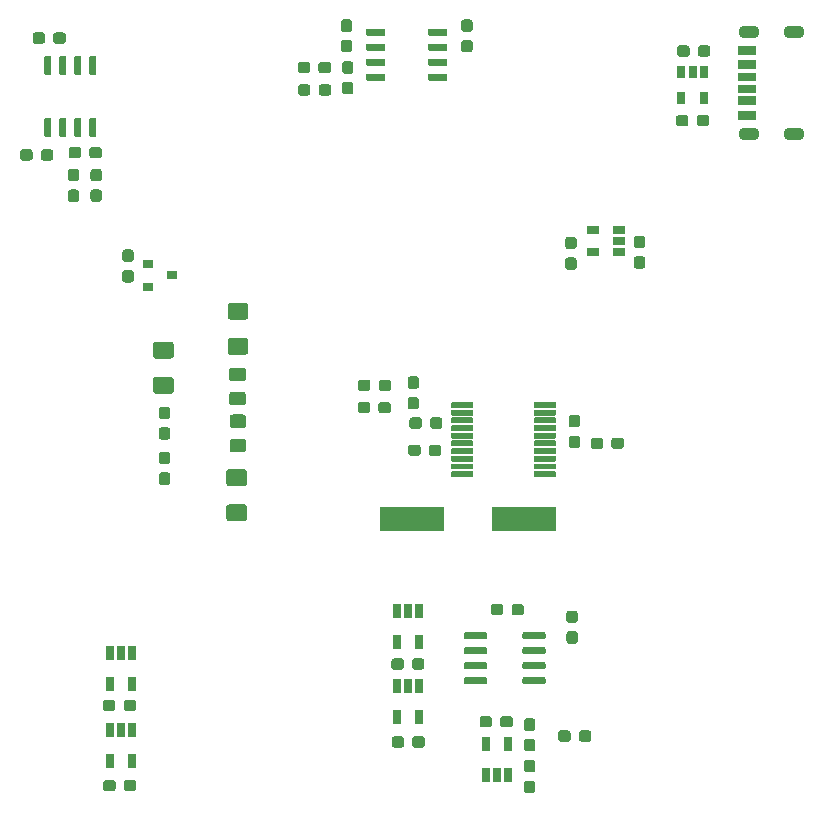
<source format=gtp>
G04 #@! TF.GenerationSoftware,KiCad,Pcbnew,(5.1.5-0)*
G04 #@! TF.CreationDate,2022-02-24T14:37:53-07:00*
G04 #@! TF.ProjectId,adc_preamp,6164635f-7072-4656-916d-702e6b696361,rev?*
G04 #@! TF.SameCoordinates,Original*
G04 #@! TF.FileFunction,Paste,Top*
G04 #@! TF.FilePolarity,Positive*
%FSLAX46Y46*%
G04 Gerber Fmt 4.6, Leading zero omitted, Abs format (unit mm)*
G04 Created by KiCad (PCBNEW (5.1.5-0)) date 2022-02-24 14:37:53*
%MOMM*%
%LPD*%
G04 APERTURE LIST*
%ADD10C,0.100000*%
%ADD11R,0.650000X1.220000*%
%ADD12R,0.900000X0.800000*%
%ADD13R,0.650000X1.060000*%
%ADD14O,1.800000X1.100000*%
%ADD15R,1.500000X0.800000*%
%ADD16R,1.500000X0.760000*%
%ADD17R,1.500000X0.700000*%
%ADD18R,5.500000X2.000000*%
%ADD19R,1.060000X0.650000*%
G04 APERTURE END LIST*
D10*
G36*
X172576000Y-60150000D02*
G01*
X172576000Y-59350000D01*
X174074000Y-59350000D01*
X174074000Y-60150000D01*
X172576000Y-60150000D01*
G37*
G36*
X172576000Y-58900000D02*
G01*
X172576000Y-58140000D01*
X174074000Y-58140000D01*
X174074000Y-58900000D01*
X172576000Y-58900000D01*
G37*
G36*
X172576000Y-57851000D02*
G01*
X172576000Y-57150000D01*
X174074000Y-57150000D01*
X174074000Y-57851000D01*
X172576000Y-57851000D01*
G37*
G36*
X172576000Y-56850000D02*
G01*
X172576000Y-56149000D01*
X174074000Y-56149000D01*
X174074000Y-56850000D01*
X172576000Y-56850000D01*
G37*
G36*
X172576000Y-55860000D02*
G01*
X172576000Y-55100000D01*
X174074000Y-55100000D01*
X174074000Y-55860000D01*
X172576000Y-55860000D01*
G37*
G36*
X172576000Y-54651000D02*
G01*
X172576000Y-53850000D01*
X174074000Y-53850000D01*
X174074000Y-54651000D01*
X172576000Y-54651000D01*
G37*
G36*
X114279703Y-54700722D02*
G01*
X114294264Y-54702882D01*
X114308543Y-54706459D01*
X114322403Y-54711418D01*
X114335710Y-54717712D01*
X114348336Y-54725280D01*
X114360159Y-54734048D01*
X114371066Y-54743934D01*
X114380952Y-54754841D01*
X114389720Y-54766664D01*
X114397288Y-54779290D01*
X114403582Y-54792597D01*
X114408541Y-54806457D01*
X114412118Y-54820736D01*
X114414278Y-54835297D01*
X114415000Y-54850000D01*
X114415000Y-56200000D01*
X114414278Y-56214703D01*
X114412118Y-56229264D01*
X114408541Y-56243543D01*
X114403582Y-56257403D01*
X114397288Y-56270710D01*
X114389720Y-56283336D01*
X114380952Y-56295159D01*
X114371066Y-56306066D01*
X114360159Y-56315952D01*
X114348336Y-56324720D01*
X114335710Y-56332288D01*
X114322403Y-56338582D01*
X114308543Y-56343541D01*
X114294264Y-56347118D01*
X114279703Y-56349278D01*
X114265000Y-56350000D01*
X113965000Y-56350000D01*
X113950297Y-56349278D01*
X113935736Y-56347118D01*
X113921457Y-56343541D01*
X113907597Y-56338582D01*
X113894290Y-56332288D01*
X113881664Y-56324720D01*
X113869841Y-56315952D01*
X113858934Y-56306066D01*
X113849048Y-56295159D01*
X113840280Y-56283336D01*
X113832712Y-56270710D01*
X113826418Y-56257403D01*
X113821459Y-56243543D01*
X113817882Y-56229264D01*
X113815722Y-56214703D01*
X113815000Y-56200000D01*
X113815000Y-54850000D01*
X113815722Y-54835297D01*
X113817882Y-54820736D01*
X113821459Y-54806457D01*
X113826418Y-54792597D01*
X113832712Y-54779290D01*
X113840280Y-54766664D01*
X113849048Y-54754841D01*
X113858934Y-54743934D01*
X113869841Y-54734048D01*
X113881664Y-54725280D01*
X113894290Y-54717712D01*
X113907597Y-54711418D01*
X113921457Y-54706459D01*
X113935736Y-54702882D01*
X113950297Y-54700722D01*
X113965000Y-54700000D01*
X114265000Y-54700000D01*
X114279703Y-54700722D01*
G37*
G36*
X115549703Y-54700722D02*
G01*
X115564264Y-54702882D01*
X115578543Y-54706459D01*
X115592403Y-54711418D01*
X115605710Y-54717712D01*
X115618336Y-54725280D01*
X115630159Y-54734048D01*
X115641066Y-54743934D01*
X115650952Y-54754841D01*
X115659720Y-54766664D01*
X115667288Y-54779290D01*
X115673582Y-54792597D01*
X115678541Y-54806457D01*
X115682118Y-54820736D01*
X115684278Y-54835297D01*
X115685000Y-54850000D01*
X115685000Y-56200000D01*
X115684278Y-56214703D01*
X115682118Y-56229264D01*
X115678541Y-56243543D01*
X115673582Y-56257403D01*
X115667288Y-56270710D01*
X115659720Y-56283336D01*
X115650952Y-56295159D01*
X115641066Y-56306066D01*
X115630159Y-56315952D01*
X115618336Y-56324720D01*
X115605710Y-56332288D01*
X115592403Y-56338582D01*
X115578543Y-56343541D01*
X115564264Y-56347118D01*
X115549703Y-56349278D01*
X115535000Y-56350000D01*
X115235000Y-56350000D01*
X115220297Y-56349278D01*
X115205736Y-56347118D01*
X115191457Y-56343541D01*
X115177597Y-56338582D01*
X115164290Y-56332288D01*
X115151664Y-56324720D01*
X115139841Y-56315952D01*
X115128934Y-56306066D01*
X115119048Y-56295159D01*
X115110280Y-56283336D01*
X115102712Y-56270710D01*
X115096418Y-56257403D01*
X115091459Y-56243543D01*
X115087882Y-56229264D01*
X115085722Y-56214703D01*
X115085000Y-56200000D01*
X115085000Y-54850000D01*
X115085722Y-54835297D01*
X115087882Y-54820736D01*
X115091459Y-54806457D01*
X115096418Y-54792597D01*
X115102712Y-54779290D01*
X115110280Y-54766664D01*
X115119048Y-54754841D01*
X115128934Y-54743934D01*
X115139841Y-54734048D01*
X115151664Y-54725280D01*
X115164290Y-54717712D01*
X115177597Y-54711418D01*
X115191457Y-54706459D01*
X115205736Y-54702882D01*
X115220297Y-54700722D01*
X115235000Y-54700000D01*
X115535000Y-54700000D01*
X115549703Y-54700722D01*
G37*
G36*
X116819703Y-54700722D02*
G01*
X116834264Y-54702882D01*
X116848543Y-54706459D01*
X116862403Y-54711418D01*
X116875710Y-54717712D01*
X116888336Y-54725280D01*
X116900159Y-54734048D01*
X116911066Y-54743934D01*
X116920952Y-54754841D01*
X116929720Y-54766664D01*
X116937288Y-54779290D01*
X116943582Y-54792597D01*
X116948541Y-54806457D01*
X116952118Y-54820736D01*
X116954278Y-54835297D01*
X116955000Y-54850000D01*
X116955000Y-56200000D01*
X116954278Y-56214703D01*
X116952118Y-56229264D01*
X116948541Y-56243543D01*
X116943582Y-56257403D01*
X116937288Y-56270710D01*
X116929720Y-56283336D01*
X116920952Y-56295159D01*
X116911066Y-56306066D01*
X116900159Y-56315952D01*
X116888336Y-56324720D01*
X116875710Y-56332288D01*
X116862403Y-56338582D01*
X116848543Y-56343541D01*
X116834264Y-56347118D01*
X116819703Y-56349278D01*
X116805000Y-56350000D01*
X116505000Y-56350000D01*
X116490297Y-56349278D01*
X116475736Y-56347118D01*
X116461457Y-56343541D01*
X116447597Y-56338582D01*
X116434290Y-56332288D01*
X116421664Y-56324720D01*
X116409841Y-56315952D01*
X116398934Y-56306066D01*
X116389048Y-56295159D01*
X116380280Y-56283336D01*
X116372712Y-56270710D01*
X116366418Y-56257403D01*
X116361459Y-56243543D01*
X116357882Y-56229264D01*
X116355722Y-56214703D01*
X116355000Y-56200000D01*
X116355000Y-54850000D01*
X116355722Y-54835297D01*
X116357882Y-54820736D01*
X116361459Y-54806457D01*
X116366418Y-54792597D01*
X116372712Y-54779290D01*
X116380280Y-54766664D01*
X116389048Y-54754841D01*
X116398934Y-54743934D01*
X116409841Y-54734048D01*
X116421664Y-54725280D01*
X116434290Y-54717712D01*
X116447597Y-54711418D01*
X116461457Y-54706459D01*
X116475736Y-54702882D01*
X116490297Y-54700722D01*
X116505000Y-54700000D01*
X116805000Y-54700000D01*
X116819703Y-54700722D01*
G37*
G36*
X118089703Y-54700722D02*
G01*
X118104264Y-54702882D01*
X118118543Y-54706459D01*
X118132403Y-54711418D01*
X118145710Y-54717712D01*
X118158336Y-54725280D01*
X118170159Y-54734048D01*
X118181066Y-54743934D01*
X118190952Y-54754841D01*
X118199720Y-54766664D01*
X118207288Y-54779290D01*
X118213582Y-54792597D01*
X118218541Y-54806457D01*
X118222118Y-54820736D01*
X118224278Y-54835297D01*
X118225000Y-54850000D01*
X118225000Y-56200000D01*
X118224278Y-56214703D01*
X118222118Y-56229264D01*
X118218541Y-56243543D01*
X118213582Y-56257403D01*
X118207288Y-56270710D01*
X118199720Y-56283336D01*
X118190952Y-56295159D01*
X118181066Y-56306066D01*
X118170159Y-56315952D01*
X118158336Y-56324720D01*
X118145710Y-56332288D01*
X118132403Y-56338582D01*
X118118543Y-56343541D01*
X118104264Y-56347118D01*
X118089703Y-56349278D01*
X118075000Y-56350000D01*
X117775000Y-56350000D01*
X117760297Y-56349278D01*
X117745736Y-56347118D01*
X117731457Y-56343541D01*
X117717597Y-56338582D01*
X117704290Y-56332288D01*
X117691664Y-56324720D01*
X117679841Y-56315952D01*
X117668934Y-56306066D01*
X117659048Y-56295159D01*
X117650280Y-56283336D01*
X117642712Y-56270710D01*
X117636418Y-56257403D01*
X117631459Y-56243543D01*
X117627882Y-56229264D01*
X117625722Y-56214703D01*
X117625000Y-56200000D01*
X117625000Y-54850000D01*
X117625722Y-54835297D01*
X117627882Y-54820736D01*
X117631459Y-54806457D01*
X117636418Y-54792597D01*
X117642712Y-54779290D01*
X117650280Y-54766664D01*
X117659048Y-54754841D01*
X117668934Y-54743934D01*
X117679841Y-54734048D01*
X117691664Y-54725280D01*
X117704290Y-54717712D01*
X117717597Y-54711418D01*
X117731457Y-54706459D01*
X117745736Y-54702882D01*
X117760297Y-54700722D01*
X117775000Y-54700000D01*
X118075000Y-54700000D01*
X118089703Y-54700722D01*
G37*
G36*
X118089703Y-59950722D02*
G01*
X118104264Y-59952882D01*
X118118543Y-59956459D01*
X118132403Y-59961418D01*
X118145710Y-59967712D01*
X118158336Y-59975280D01*
X118170159Y-59984048D01*
X118181066Y-59993934D01*
X118190952Y-60004841D01*
X118199720Y-60016664D01*
X118207288Y-60029290D01*
X118213582Y-60042597D01*
X118218541Y-60056457D01*
X118222118Y-60070736D01*
X118224278Y-60085297D01*
X118225000Y-60100000D01*
X118225000Y-61450000D01*
X118224278Y-61464703D01*
X118222118Y-61479264D01*
X118218541Y-61493543D01*
X118213582Y-61507403D01*
X118207288Y-61520710D01*
X118199720Y-61533336D01*
X118190952Y-61545159D01*
X118181066Y-61556066D01*
X118170159Y-61565952D01*
X118158336Y-61574720D01*
X118145710Y-61582288D01*
X118132403Y-61588582D01*
X118118543Y-61593541D01*
X118104264Y-61597118D01*
X118089703Y-61599278D01*
X118075000Y-61600000D01*
X117775000Y-61600000D01*
X117760297Y-61599278D01*
X117745736Y-61597118D01*
X117731457Y-61593541D01*
X117717597Y-61588582D01*
X117704290Y-61582288D01*
X117691664Y-61574720D01*
X117679841Y-61565952D01*
X117668934Y-61556066D01*
X117659048Y-61545159D01*
X117650280Y-61533336D01*
X117642712Y-61520710D01*
X117636418Y-61507403D01*
X117631459Y-61493543D01*
X117627882Y-61479264D01*
X117625722Y-61464703D01*
X117625000Y-61450000D01*
X117625000Y-60100000D01*
X117625722Y-60085297D01*
X117627882Y-60070736D01*
X117631459Y-60056457D01*
X117636418Y-60042597D01*
X117642712Y-60029290D01*
X117650280Y-60016664D01*
X117659048Y-60004841D01*
X117668934Y-59993934D01*
X117679841Y-59984048D01*
X117691664Y-59975280D01*
X117704290Y-59967712D01*
X117717597Y-59961418D01*
X117731457Y-59956459D01*
X117745736Y-59952882D01*
X117760297Y-59950722D01*
X117775000Y-59950000D01*
X118075000Y-59950000D01*
X118089703Y-59950722D01*
G37*
G36*
X116819703Y-59950722D02*
G01*
X116834264Y-59952882D01*
X116848543Y-59956459D01*
X116862403Y-59961418D01*
X116875710Y-59967712D01*
X116888336Y-59975280D01*
X116900159Y-59984048D01*
X116911066Y-59993934D01*
X116920952Y-60004841D01*
X116929720Y-60016664D01*
X116937288Y-60029290D01*
X116943582Y-60042597D01*
X116948541Y-60056457D01*
X116952118Y-60070736D01*
X116954278Y-60085297D01*
X116955000Y-60100000D01*
X116955000Y-61450000D01*
X116954278Y-61464703D01*
X116952118Y-61479264D01*
X116948541Y-61493543D01*
X116943582Y-61507403D01*
X116937288Y-61520710D01*
X116929720Y-61533336D01*
X116920952Y-61545159D01*
X116911066Y-61556066D01*
X116900159Y-61565952D01*
X116888336Y-61574720D01*
X116875710Y-61582288D01*
X116862403Y-61588582D01*
X116848543Y-61593541D01*
X116834264Y-61597118D01*
X116819703Y-61599278D01*
X116805000Y-61600000D01*
X116505000Y-61600000D01*
X116490297Y-61599278D01*
X116475736Y-61597118D01*
X116461457Y-61593541D01*
X116447597Y-61588582D01*
X116434290Y-61582288D01*
X116421664Y-61574720D01*
X116409841Y-61565952D01*
X116398934Y-61556066D01*
X116389048Y-61545159D01*
X116380280Y-61533336D01*
X116372712Y-61520710D01*
X116366418Y-61507403D01*
X116361459Y-61493543D01*
X116357882Y-61479264D01*
X116355722Y-61464703D01*
X116355000Y-61450000D01*
X116355000Y-60100000D01*
X116355722Y-60085297D01*
X116357882Y-60070736D01*
X116361459Y-60056457D01*
X116366418Y-60042597D01*
X116372712Y-60029290D01*
X116380280Y-60016664D01*
X116389048Y-60004841D01*
X116398934Y-59993934D01*
X116409841Y-59984048D01*
X116421664Y-59975280D01*
X116434290Y-59967712D01*
X116447597Y-59961418D01*
X116461457Y-59956459D01*
X116475736Y-59952882D01*
X116490297Y-59950722D01*
X116505000Y-59950000D01*
X116805000Y-59950000D01*
X116819703Y-59950722D01*
G37*
G36*
X115549703Y-59950722D02*
G01*
X115564264Y-59952882D01*
X115578543Y-59956459D01*
X115592403Y-59961418D01*
X115605710Y-59967712D01*
X115618336Y-59975280D01*
X115630159Y-59984048D01*
X115641066Y-59993934D01*
X115650952Y-60004841D01*
X115659720Y-60016664D01*
X115667288Y-60029290D01*
X115673582Y-60042597D01*
X115678541Y-60056457D01*
X115682118Y-60070736D01*
X115684278Y-60085297D01*
X115685000Y-60100000D01*
X115685000Y-61450000D01*
X115684278Y-61464703D01*
X115682118Y-61479264D01*
X115678541Y-61493543D01*
X115673582Y-61507403D01*
X115667288Y-61520710D01*
X115659720Y-61533336D01*
X115650952Y-61545159D01*
X115641066Y-61556066D01*
X115630159Y-61565952D01*
X115618336Y-61574720D01*
X115605710Y-61582288D01*
X115592403Y-61588582D01*
X115578543Y-61593541D01*
X115564264Y-61597118D01*
X115549703Y-61599278D01*
X115535000Y-61600000D01*
X115235000Y-61600000D01*
X115220297Y-61599278D01*
X115205736Y-61597118D01*
X115191457Y-61593541D01*
X115177597Y-61588582D01*
X115164290Y-61582288D01*
X115151664Y-61574720D01*
X115139841Y-61565952D01*
X115128934Y-61556066D01*
X115119048Y-61545159D01*
X115110280Y-61533336D01*
X115102712Y-61520710D01*
X115096418Y-61507403D01*
X115091459Y-61493543D01*
X115087882Y-61479264D01*
X115085722Y-61464703D01*
X115085000Y-61450000D01*
X115085000Y-60100000D01*
X115085722Y-60085297D01*
X115087882Y-60070736D01*
X115091459Y-60056457D01*
X115096418Y-60042597D01*
X115102712Y-60029290D01*
X115110280Y-60016664D01*
X115119048Y-60004841D01*
X115128934Y-59993934D01*
X115139841Y-59984048D01*
X115151664Y-59975280D01*
X115164290Y-59967712D01*
X115177597Y-59961418D01*
X115191457Y-59956459D01*
X115205736Y-59952882D01*
X115220297Y-59950722D01*
X115235000Y-59950000D01*
X115535000Y-59950000D01*
X115549703Y-59950722D01*
G37*
G36*
X114279703Y-59950722D02*
G01*
X114294264Y-59952882D01*
X114308543Y-59956459D01*
X114322403Y-59961418D01*
X114335710Y-59967712D01*
X114348336Y-59975280D01*
X114360159Y-59984048D01*
X114371066Y-59993934D01*
X114380952Y-60004841D01*
X114389720Y-60016664D01*
X114397288Y-60029290D01*
X114403582Y-60042597D01*
X114408541Y-60056457D01*
X114412118Y-60070736D01*
X114414278Y-60085297D01*
X114415000Y-60100000D01*
X114415000Y-61450000D01*
X114414278Y-61464703D01*
X114412118Y-61479264D01*
X114408541Y-61493543D01*
X114403582Y-61507403D01*
X114397288Y-61520710D01*
X114389720Y-61533336D01*
X114380952Y-61545159D01*
X114371066Y-61556066D01*
X114360159Y-61565952D01*
X114348336Y-61574720D01*
X114335710Y-61582288D01*
X114322403Y-61588582D01*
X114308543Y-61593541D01*
X114294264Y-61597118D01*
X114279703Y-61599278D01*
X114265000Y-61600000D01*
X113965000Y-61600000D01*
X113950297Y-61599278D01*
X113935736Y-61597118D01*
X113921457Y-61593541D01*
X113907597Y-61588582D01*
X113894290Y-61582288D01*
X113881664Y-61574720D01*
X113869841Y-61565952D01*
X113858934Y-61556066D01*
X113849048Y-61545159D01*
X113840280Y-61533336D01*
X113832712Y-61520710D01*
X113826418Y-61507403D01*
X113821459Y-61493543D01*
X113817882Y-61479264D01*
X113815722Y-61464703D01*
X113815000Y-61450000D01*
X113815000Y-60100000D01*
X113815722Y-60085297D01*
X113817882Y-60070736D01*
X113821459Y-60056457D01*
X113826418Y-60042597D01*
X113832712Y-60029290D01*
X113840280Y-60016664D01*
X113849048Y-60004841D01*
X113858934Y-59993934D01*
X113869841Y-59984048D01*
X113881664Y-59975280D01*
X113894290Y-59967712D01*
X113907597Y-59961418D01*
X113921457Y-59956459D01*
X113935736Y-59952882D01*
X113950297Y-59950722D01*
X113965000Y-59950000D01*
X114265000Y-59950000D01*
X114279703Y-59950722D01*
G37*
G36*
X118460779Y-66026144D02*
G01*
X118483834Y-66029563D01*
X118506443Y-66035227D01*
X118528387Y-66043079D01*
X118549457Y-66053044D01*
X118569448Y-66065026D01*
X118588168Y-66078910D01*
X118605438Y-66094562D01*
X118621090Y-66111832D01*
X118634974Y-66130552D01*
X118646956Y-66150543D01*
X118656921Y-66171613D01*
X118664773Y-66193557D01*
X118670437Y-66216166D01*
X118673856Y-66239221D01*
X118675000Y-66262500D01*
X118675000Y-66837500D01*
X118673856Y-66860779D01*
X118670437Y-66883834D01*
X118664773Y-66906443D01*
X118656921Y-66928387D01*
X118646956Y-66949457D01*
X118634974Y-66969448D01*
X118621090Y-66988168D01*
X118605438Y-67005438D01*
X118588168Y-67021090D01*
X118569448Y-67034974D01*
X118549457Y-67046956D01*
X118528387Y-67056921D01*
X118506443Y-67064773D01*
X118483834Y-67070437D01*
X118460779Y-67073856D01*
X118437500Y-67075000D01*
X117962500Y-67075000D01*
X117939221Y-67073856D01*
X117916166Y-67070437D01*
X117893557Y-67064773D01*
X117871613Y-67056921D01*
X117850543Y-67046956D01*
X117830552Y-67034974D01*
X117811832Y-67021090D01*
X117794562Y-67005438D01*
X117778910Y-66988168D01*
X117765026Y-66969448D01*
X117753044Y-66949457D01*
X117743079Y-66928387D01*
X117735227Y-66906443D01*
X117729563Y-66883834D01*
X117726144Y-66860779D01*
X117725000Y-66837500D01*
X117725000Y-66262500D01*
X117726144Y-66239221D01*
X117729563Y-66216166D01*
X117735227Y-66193557D01*
X117743079Y-66171613D01*
X117753044Y-66150543D01*
X117765026Y-66130552D01*
X117778910Y-66111832D01*
X117794562Y-66094562D01*
X117811832Y-66078910D01*
X117830552Y-66065026D01*
X117850543Y-66053044D01*
X117871613Y-66043079D01*
X117893557Y-66035227D01*
X117916166Y-66029563D01*
X117939221Y-66026144D01*
X117962500Y-66025000D01*
X118437500Y-66025000D01*
X118460779Y-66026144D01*
G37*
G36*
X118460779Y-64276144D02*
G01*
X118483834Y-64279563D01*
X118506443Y-64285227D01*
X118528387Y-64293079D01*
X118549457Y-64303044D01*
X118569448Y-64315026D01*
X118588168Y-64328910D01*
X118605438Y-64344562D01*
X118621090Y-64361832D01*
X118634974Y-64380552D01*
X118646956Y-64400543D01*
X118656921Y-64421613D01*
X118664773Y-64443557D01*
X118670437Y-64466166D01*
X118673856Y-64489221D01*
X118675000Y-64512500D01*
X118675000Y-65087500D01*
X118673856Y-65110779D01*
X118670437Y-65133834D01*
X118664773Y-65156443D01*
X118656921Y-65178387D01*
X118646956Y-65199457D01*
X118634974Y-65219448D01*
X118621090Y-65238168D01*
X118605438Y-65255438D01*
X118588168Y-65271090D01*
X118569448Y-65284974D01*
X118549457Y-65296956D01*
X118528387Y-65306921D01*
X118506443Y-65314773D01*
X118483834Y-65320437D01*
X118460779Y-65323856D01*
X118437500Y-65325000D01*
X117962500Y-65325000D01*
X117939221Y-65323856D01*
X117916166Y-65320437D01*
X117893557Y-65314773D01*
X117871613Y-65306921D01*
X117850543Y-65296956D01*
X117830552Y-65284974D01*
X117811832Y-65271090D01*
X117794562Y-65255438D01*
X117778910Y-65238168D01*
X117765026Y-65219448D01*
X117753044Y-65199457D01*
X117743079Y-65178387D01*
X117735227Y-65156443D01*
X117729563Y-65133834D01*
X117726144Y-65110779D01*
X117725000Y-65087500D01*
X117725000Y-64512500D01*
X117726144Y-64489221D01*
X117729563Y-64466166D01*
X117735227Y-64443557D01*
X117743079Y-64421613D01*
X117753044Y-64400543D01*
X117765026Y-64380552D01*
X117778910Y-64361832D01*
X117794562Y-64344562D01*
X117811832Y-64328910D01*
X117830552Y-64315026D01*
X117850543Y-64303044D01*
X117871613Y-64293079D01*
X117893557Y-64285227D01*
X117916166Y-64279563D01*
X117939221Y-64276144D01*
X117962500Y-64275000D01*
X118437500Y-64275000D01*
X118460779Y-64276144D01*
G37*
G36*
X116560779Y-66026144D02*
G01*
X116583834Y-66029563D01*
X116606443Y-66035227D01*
X116628387Y-66043079D01*
X116649457Y-66053044D01*
X116669448Y-66065026D01*
X116688168Y-66078910D01*
X116705438Y-66094562D01*
X116721090Y-66111832D01*
X116734974Y-66130552D01*
X116746956Y-66150543D01*
X116756921Y-66171613D01*
X116764773Y-66193557D01*
X116770437Y-66216166D01*
X116773856Y-66239221D01*
X116775000Y-66262500D01*
X116775000Y-66837500D01*
X116773856Y-66860779D01*
X116770437Y-66883834D01*
X116764773Y-66906443D01*
X116756921Y-66928387D01*
X116746956Y-66949457D01*
X116734974Y-66969448D01*
X116721090Y-66988168D01*
X116705438Y-67005438D01*
X116688168Y-67021090D01*
X116669448Y-67034974D01*
X116649457Y-67046956D01*
X116628387Y-67056921D01*
X116606443Y-67064773D01*
X116583834Y-67070437D01*
X116560779Y-67073856D01*
X116537500Y-67075000D01*
X116062500Y-67075000D01*
X116039221Y-67073856D01*
X116016166Y-67070437D01*
X115993557Y-67064773D01*
X115971613Y-67056921D01*
X115950543Y-67046956D01*
X115930552Y-67034974D01*
X115911832Y-67021090D01*
X115894562Y-67005438D01*
X115878910Y-66988168D01*
X115865026Y-66969448D01*
X115853044Y-66949457D01*
X115843079Y-66928387D01*
X115835227Y-66906443D01*
X115829563Y-66883834D01*
X115826144Y-66860779D01*
X115825000Y-66837500D01*
X115825000Y-66262500D01*
X115826144Y-66239221D01*
X115829563Y-66216166D01*
X115835227Y-66193557D01*
X115843079Y-66171613D01*
X115853044Y-66150543D01*
X115865026Y-66130552D01*
X115878910Y-66111832D01*
X115894562Y-66094562D01*
X115911832Y-66078910D01*
X115930552Y-66065026D01*
X115950543Y-66053044D01*
X115971613Y-66043079D01*
X115993557Y-66035227D01*
X116016166Y-66029563D01*
X116039221Y-66026144D01*
X116062500Y-66025000D01*
X116537500Y-66025000D01*
X116560779Y-66026144D01*
G37*
G36*
X116560779Y-64276144D02*
G01*
X116583834Y-64279563D01*
X116606443Y-64285227D01*
X116628387Y-64293079D01*
X116649457Y-64303044D01*
X116669448Y-64315026D01*
X116688168Y-64328910D01*
X116705438Y-64344562D01*
X116721090Y-64361832D01*
X116734974Y-64380552D01*
X116746956Y-64400543D01*
X116756921Y-64421613D01*
X116764773Y-64443557D01*
X116770437Y-64466166D01*
X116773856Y-64489221D01*
X116775000Y-64512500D01*
X116775000Y-65087500D01*
X116773856Y-65110779D01*
X116770437Y-65133834D01*
X116764773Y-65156443D01*
X116756921Y-65178387D01*
X116746956Y-65199457D01*
X116734974Y-65219448D01*
X116721090Y-65238168D01*
X116705438Y-65255438D01*
X116688168Y-65271090D01*
X116669448Y-65284974D01*
X116649457Y-65296956D01*
X116628387Y-65306921D01*
X116606443Y-65314773D01*
X116583834Y-65320437D01*
X116560779Y-65323856D01*
X116537500Y-65325000D01*
X116062500Y-65325000D01*
X116039221Y-65323856D01*
X116016166Y-65320437D01*
X115993557Y-65314773D01*
X115971613Y-65306921D01*
X115950543Y-65296956D01*
X115930552Y-65284974D01*
X115911832Y-65271090D01*
X115894562Y-65255438D01*
X115878910Y-65238168D01*
X115865026Y-65219448D01*
X115853044Y-65199457D01*
X115843079Y-65178387D01*
X115835227Y-65156443D01*
X115829563Y-65133834D01*
X115826144Y-65110779D01*
X115825000Y-65087500D01*
X115825000Y-64512500D01*
X115826144Y-64489221D01*
X115829563Y-64466166D01*
X115835227Y-64443557D01*
X115843079Y-64421613D01*
X115853044Y-64400543D01*
X115865026Y-64380552D01*
X115878910Y-64361832D01*
X115894562Y-64344562D01*
X115911832Y-64328910D01*
X115930552Y-64315026D01*
X115950543Y-64303044D01*
X115971613Y-64293079D01*
X115993557Y-64285227D01*
X116016166Y-64279563D01*
X116039221Y-64276144D01*
X116062500Y-64275000D01*
X116537500Y-64275000D01*
X116560779Y-64276144D01*
G37*
G36*
X115410779Y-52726144D02*
G01*
X115433834Y-52729563D01*
X115456443Y-52735227D01*
X115478387Y-52743079D01*
X115499457Y-52753044D01*
X115519448Y-52765026D01*
X115538168Y-52778910D01*
X115555438Y-52794562D01*
X115571090Y-52811832D01*
X115584974Y-52830552D01*
X115596956Y-52850543D01*
X115606921Y-52871613D01*
X115614773Y-52893557D01*
X115620437Y-52916166D01*
X115623856Y-52939221D01*
X115625000Y-52962500D01*
X115625000Y-53437500D01*
X115623856Y-53460779D01*
X115620437Y-53483834D01*
X115614773Y-53506443D01*
X115606921Y-53528387D01*
X115596956Y-53549457D01*
X115584974Y-53569448D01*
X115571090Y-53588168D01*
X115555438Y-53605438D01*
X115538168Y-53621090D01*
X115519448Y-53634974D01*
X115499457Y-53646956D01*
X115478387Y-53656921D01*
X115456443Y-53664773D01*
X115433834Y-53670437D01*
X115410779Y-53673856D01*
X115387500Y-53675000D01*
X114812500Y-53675000D01*
X114789221Y-53673856D01*
X114766166Y-53670437D01*
X114743557Y-53664773D01*
X114721613Y-53656921D01*
X114700543Y-53646956D01*
X114680552Y-53634974D01*
X114661832Y-53621090D01*
X114644562Y-53605438D01*
X114628910Y-53588168D01*
X114615026Y-53569448D01*
X114603044Y-53549457D01*
X114593079Y-53528387D01*
X114585227Y-53506443D01*
X114579563Y-53483834D01*
X114576144Y-53460779D01*
X114575000Y-53437500D01*
X114575000Y-52962500D01*
X114576144Y-52939221D01*
X114579563Y-52916166D01*
X114585227Y-52893557D01*
X114593079Y-52871613D01*
X114603044Y-52850543D01*
X114615026Y-52830552D01*
X114628910Y-52811832D01*
X114644562Y-52794562D01*
X114661832Y-52778910D01*
X114680552Y-52765026D01*
X114700543Y-52753044D01*
X114721613Y-52743079D01*
X114743557Y-52735227D01*
X114766166Y-52729563D01*
X114789221Y-52726144D01*
X114812500Y-52725000D01*
X115387500Y-52725000D01*
X115410779Y-52726144D01*
G37*
G36*
X113660779Y-52726144D02*
G01*
X113683834Y-52729563D01*
X113706443Y-52735227D01*
X113728387Y-52743079D01*
X113749457Y-52753044D01*
X113769448Y-52765026D01*
X113788168Y-52778910D01*
X113805438Y-52794562D01*
X113821090Y-52811832D01*
X113834974Y-52830552D01*
X113846956Y-52850543D01*
X113856921Y-52871613D01*
X113864773Y-52893557D01*
X113870437Y-52916166D01*
X113873856Y-52939221D01*
X113875000Y-52962500D01*
X113875000Y-53437500D01*
X113873856Y-53460779D01*
X113870437Y-53483834D01*
X113864773Y-53506443D01*
X113856921Y-53528387D01*
X113846956Y-53549457D01*
X113834974Y-53569448D01*
X113821090Y-53588168D01*
X113805438Y-53605438D01*
X113788168Y-53621090D01*
X113769448Y-53634974D01*
X113749457Y-53646956D01*
X113728387Y-53656921D01*
X113706443Y-53664773D01*
X113683834Y-53670437D01*
X113660779Y-53673856D01*
X113637500Y-53675000D01*
X113062500Y-53675000D01*
X113039221Y-53673856D01*
X113016166Y-53670437D01*
X112993557Y-53664773D01*
X112971613Y-53656921D01*
X112950543Y-53646956D01*
X112930552Y-53634974D01*
X112911832Y-53621090D01*
X112894562Y-53605438D01*
X112878910Y-53588168D01*
X112865026Y-53569448D01*
X112853044Y-53549457D01*
X112843079Y-53528387D01*
X112835227Y-53506443D01*
X112829563Y-53483834D01*
X112826144Y-53460779D01*
X112825000Y-53437500D01*
X112825000Y-52962500D01*
X112826144Y-52939221D01*
X112829563Y-52916166D01*
X112835227Y-52893557D01*
X112843079Y-52871613D01*
X112853044Y-52850543D01*
X112865026Y-52830552D01*
X112878910Y-52811832D01*
X112894562Y-52794562D01*
X112911832Y-52778910D01*
X112930552Y-52765026D01*
X112950543Y-52753044D01*
X112971613Y-52743079D01*
X112993557Y-52735227D01*
X113016166Y-52729563D01*
X113039221Y-52726144D01*
X113062500Y-52725000D01*
X113637500Y-52725000D01*
X113660779Y-52726144D01*
G37*
G36*
X112610779Y-62626144D02*
G01*
X112633834Y-62629563D01*
X112656443Y-62635227D01*
X112678387Y-62643079D01*
X112699457Y-62653044D01*
X112719448Y-62665026D01*
X112738168Y-62678910D01*
X112755438Y-62694562D01*
X112771090Y-62711832D01*
X112784974Y-62730552D01*
X112796956Y-62750543D01*
X112806921Y-62771613D01*
X112814773Y-62793557D01*
X112820437Y-62816166D01*
X112823856Y-62839221D01*
X112825000Y-62862500D01*
X112825000Y-63337500D01*
X112823856Y-63360779D01*
X112820437Y-63383834D01*
X112814773Y-63406443D01*
X112806921Y-63428387D01*
X112796956Y-63449457D01*
X112784974Y-63469448D01*
X112771090Y-63488168D01*
X112755438Y-63505438D01*
X112738168Y-63521090D01*
X112719448Y-63534974D01*
X112699457Y-63546956D01*
X112678387Y-63556921D01*
X112656443Y-63564773D01*
X112633834Y-63570437D01*
X112610779Y-63573856D01*
X112587500Y-63575000D01*
X112012500Y-63575000D01*
X111989221Y-63573856D01*
X111966166Y-63570437D01*
X111943557Y-63564773D01*
X111921613Y-63556921D01*
X111900543Y-63546956D01*
X111880552Y-63534974D01*
X111861832Y-63521090D01*
X111844562Y-63505438D01*
X111828910Y-63488168D01*
X111815026Y-63469448D01*
X111803044Y-63449457D01*
X111793079Y-63428387D01*
X111785227Y-63406443D01*
X111779563Y-63383834D01*
X111776144Y-63360779D01*
X111775000Y-63337500D01*
X111775000Y-62862500D01*
X111776144Y-62839221D01*
X111779563Y-62816166D01*
X111785227Y-62793557D01*
X111793079Y-62771613D01*
X111803044Y-62750543D01*
X111815026Y-62730552D01*
X111828910Y-62711832D01*
X111844562Y-62694562D01*
X111861832Y-62678910D01*
X111880552Y-62665026D01*
X111900543Y-62653044D01*
X111921613Y-62643079D01*
X111943557Y-62635227D01*
X111966166Y-62629563D01*
X111989221Y-62626144D01*
X112012500Y-62625000D01*
X112587500Y-62625000D01*
X112610779Y-62626144D01*
G37*
G36*
X114360779Y-62626144D02*
G01*
X114383834Y-62629563D01*
X114406443Y-62635227D01*
X114428387Y-62643079D01*
X114449457Y-62653044D01*
X114469448Y-62665026D01*
X114488168Y-62678910D01*
X114505438Y-62694562D01*
X114521090Y-62711832D01*
X114534974Y-62730552D01*
X114546956Y-62750543D01*
X114556921Y-62771613D01*
X114564773Y-62793557D01*
X114570437Y-62816166D01*
X114573856Y-62839221D01*
X114575000Y-62862500D01*
X114575000Y-63337500D01*
X114573856Y-63360779D01*
X114570437Y-63383834D01*
X114564773Y-63406443D01*
X114556921Y-63428387D01*
X114546956Y-63449457D01*
X114534974Y-63469448D01*
X114521090Y-63488168D01*
X114505438Y-63505438D01*
X114488168Y-63521090D01*
X114469448Y-63534974D01*
X114449457Y-63546956D01*
X114428387Y-63556921D01*
X114406443Y-63564773D01*
X114383834Y-63570437D01*
X114360779Y-63573856D01*
X114337500Y-63575000D01*
X113762500Y-63575000D01*
X113739221Y-63573856D01*
X113716166Y-63570437D01*
X113693557Y-63564773D01*
X113671613Y-63556921D01*
X113650543Y-63546956D01*
X113630552Y-63534974D01*
X113611832Y-63521090D01*
X113594562Y-63505438D01*
X113578910Y-63488168D01*
X113565026Y-63469448D01*
X113553044Y-63449457D01*
X113543079Y-63428387D01*
X113535227Y-63406443D01*
X113529563Y-63383834D01*
X113526144Y-63360779D01*
X113525000Y-63337500D01*
X113525000Y-62862500D01*
X113526144Y-62839221D01*
X113529563Y-62816166D01*
X113535227Y-62793557D01*
X113543079Y-62771613D01*
X113553044Y-62750543D01*
X113565026Y-62730552D01*
X113578910Y-62711832D01*
X113594562Y-62694562D01*
X113611832Y-62678910D01*
X113630552Y-62665026D01*
X113650543Y-62653044D01*
X113671613Y-62643079D01*
X113693557Y-62635227D01*
X113716166Y-62629563D01*
X113739221Y-62626144D01*
X113762500Y-62625000D01*
X114337500Y-62625000D01*
X114360779Y-62626144D01*
G37*
G36*
X116710779Y-62426144D02*
G01*
X116733834Y-62429563D01*
X116756443Y-62435227D01*
X116778387Y-62443079D01*
X116799457Y-62453044D01*
X116819448Y-62465026D01*
X116838168Y-62478910D01*
X116855438Y-62494562D01*
X116871090Y-62511832D01*
X116884974Y-62530552D01*
X116896956Y-62550543D01*
X116906921Y-62571613D01*
X116914773Y-62593557D01*
X116920437Y-62616166D01*
X116923856Y-62639221D01*
X116925000Y-62662500D01*
X116925000Y-63137500D01*
X116923856Y-63160779D01*
X116920437Y-63183834D01*
X116914773Y-63206443D01*
X116906921Y-63228387D01*
X116896956Y-63249457D01*
X116884974Y-63269448D01*
X116871090Y-63288168D01*
X116855438Y-63305438D01*
X116838168Y-63321090D01*
X116819448Y-63334974D01*
X116799457Y-63346956D01*
X116778387Y-63356921D01*
X116756443Y-63364773D01*
X116733834Y-63370437D01*
X116710779Y-63373856D01*
X116687500Y-63375000D01*
X116112500Y-63375000D01*
X116089221Y-63373856D01*
X116066166Y-63370437D01*
X116043557Y-63364773D01*
X116021613Y-63356921D01*
X116000543Y-63346956D01*
X115980552Y-63334974D01*
X115961832Y-63321090D01*
X115944562Y-63305438D01*
X115928910Y-63288168D01*
X115915026Y-63269448D01*
X115903044Y-63249457D01*
X115893079Y-63228387D01*
X115885227Y-63206443D01*
X115879563Y-63183834D01*
X115876144Y-63160779D01*
X115875000Y-63137500D01*
X115875000Y-62662500D01*
X115876144Y-62639221D01*
X115879563Y-62616166D01*
X115885227Y-62593557D01*
X115893079Y-62571613D01*
X115903044Y-62550543D01*
X115915026Y-62530552D01*
X115928910Y-62511832D01*
X115944562Y-62494562D01*
X115961832Y-62478910D01*
X115980552Y-62465026D01*
X116000543Y-62453044D01*
X116021613Y-62443079D01*
X116043557Y-62435227D01*
X116066166Y-62429563D01*
X116089221Y-62426144D01*
X116112500Y-62425000D01*
X116687500Y-62425000D01*
X116710779Y-62426144D01*
G37*
G36*
X118460779Y-62426144D02*
G01*
X118483834Y-62429563D01*
X118506443Y-62435227D01*
X118528387Y-62443079D01*
X118549457Y-62453044D01*
X118569448Y-62465026D01*
X118588168Y-62478910D01*
X118605438Y-62494562D01*
X118621090Y-62511832D01*
X118634974Y-62530552D01*
X118646956Y-62550543D01*
X118656921Y-62571613D01*
X118664773Y-62593557D01*
X118670437Y-62616166D01*
X118673856Y-62639221D01*
X118675000Y-62662500D01*
X118675000Y-63137500D01*
X118673856Y-63160779D01*
X118670437Y-63183834D01*
X118664773Y-63206443D01*
X118656921Y-63228387D01*
X118646956Y-63249457D01*
X118634974Y-63269448D01*
X118621090Y-63288168D01*
X118605438Y-63305438D01*
X118588168Y-63321090D01*
X118569448Y-63334974D01*
X118549457Y-63346956D01*
X118528387Y-63356921D01*
X118506443Y-63364773D01*
X118483834Y-63370437D01*
X118460779Y-63373856D01*
X118437500Y-63375000D01*
X117862500Y-63375000D01*
X117839221Y-63373856D01*
X117816166Y-63370437D01*
X117793557Y-63364773D01*
X117771613Y-63356921D01*
X117750543Y-63346956D01*
X117730552Y-63334974D01*
X117711832Y-63321090D01*
X117694562Y-63305438D01*
X117678910Y-63288168D01*
X117665026Y-63269448D01*
X117653044Y-63249457D01*
X117643079Y-63228387D01*
X117635227Y-63206443D01*
X117629563Y-63183834D01*
X117626144Y-63160779D01*
X117625000Y-63137500D01*
X117625000Y-62662500D01*
X117626144Y-62639221D01*
X117629563Y-62616166D01*
X117635227Y-62593557D01*
X117643079Y-62571613D01*
X117653044Y-62550543D01*
X117665026Y-62530552D01*
X117678910Y-62511832D01*
X117694562Y-62494562D01*
X117711832Y-62478910D01*
X117730552Y-62465026D01*
X117750543Y-62453044D01*
X117771613Y-62443079D01*
X117793557Y-62435227D01*
X117816166Y-62429563D01*
X117839221Y-62426144D01*
X117862500Y-62425000D01*
X118437500Y-62425000D01*
X118460779Y-62426144D01*
G37*
D11*
X151200000Y-113000000D03*
X153100000Y-113000000D03*
X153100000Y-115620000D03*
X152150000Y-115620000D03*
X151200000Y-115620000D03*
D10*
G36*
X156114703Y-103495722D02*
G01*
X156129264Y-103497882D01*
X156143543Y-103501459D01*
X156157403Y-103506418D01*
X156170710Y-103512712D01*
X156183336Y-103520280D01*
X156195159Y-103529048D01*
X156206066Y-103538934D01*
X156215952Y-103549841D01*
X156224720Y-103561664D01*
X156232288Y-103574290D01*
X156238582Y-103587597D01*
X156243541Y-103601457D01*
X156247118Y-103615736D01*
X156249278Y-103630297D01*
X156250000Y-103645000D01*
X156250000Y-103945000D01*
X156249278Y-103959703D01*
X156247118Y-103974264D01*
X156243541Y-103988543D01*
X156238582Y-104002403D01*
X156232288Y-104015710D01*
X156224720Y-104028336D01*
X156215952Y-104040159D01*
X156206066Y-104051066D01*
X156195159Y-104060952D01*
X156183336Y-104069720D01*
X156170710Y-104077288D01*
X156157403Y-104083582D01*
X156143543Y-104088541D01*
X156129264Y-104092118D01*
X156114703Y-104094278D01*
X156100000Y-104095000D01*
X154450000Y-104095000D01*
X154435297Y-104094278D01*
X154420736Y-104092118D01*
X154406457Y-104088541D01*
X154392597Y-104083582D01*
X154379290Y-104077288D01*
X154366664Y-104069720D01*
X154354841Y-104060952D01*
X154343934Y-104051066D01*
X154334048Y-104040159D01*
X154325280Y-104028336D01*
X154317712Y-104015710D01*
X154311418Y-104002403D01*
X154306459Y-103988543D01*
X154302882Y-103974264D01*
X154300722Y-103959703D01*
X154300000Y-103945000D01*
X154300000Y-103645000D01*
X154300722Y-103630297D01*
X154302882Y-103615736D01*
X154306459Y-103601457D01*
X154311418Y-103587597D01*
X154317712Y-103574290D01*
X154325280Y-103561664D01*
X154334048Y-103549841D01*
X154343934Y-103538934D01*
X154354841Y-103529048D01*
X154366664Y-103520280D01*
X154379290Y-103512712D01*
X154392597Y-103506418D01*
X154406457Y-103501459D01*
X154420736Y-103497882D01*
X154435297Y-103495722D01*
X154450000Y-103495000D01*
X156100000Y-103495000D01*
X156114703Y-103495722D01*
G37*
G36*
X156114703Y-104765722D02*
G01*
X156129264Y-104767882D01*
X156143543Y-104771459D01*
X156157403Y-104776418D01*
X156170710Y-104782712D01*
X156183336Y-104790280D01*
X156195159Y-104799048D01*
X156206066Y-104808934D01*
X156215952Y-104819841D01*
X156224720Y-104831664D01*
X156232288Y-104844290D01*
X156238582Y-104857597D01*
X156243541Y-104871457D01*
X156247118Y-104885736D01*
X156249278Y-104900297D01*
X156250000Y-104915000D01*
X156250000Y-105215000D01*
X156249278Y-105229703D01*
X156247118Y-105244264D01*
X156243541Y-105258543D01*
X156238582Y-105272403D01*
X156232288Y-105285710D01*
X156224720Y-105298336D01*
X156215952Y-105310159D01*
X156206066Y-105321066D01*
X156195159Y-105330952D01*
X156183336Y-105339720D01*
X156170710Y-105347288D01*
X156157403Y-105353582D01*
X156143543Y-105358541D01*
X156129264Y-105362118D01*
X156114703Y-105364278D01*
X156100000Y-105365000D01*
X154450000Y-105365000D01*
X154435297Y-105364278D01*
X154420736Y-105362118D01*
X154406457Y-105358541D01*
X154392597Y-105353582D01*
X154379290Y-105347288D01*
X154366664Y-105339720D01*
X154354841Y-105330952D01*
X154343934Y-105321066D01*
X154334048Y-105310159D01*
X154325280Y-105298336D01*
X154317712Y-105285710D01*
X154311418Y-105272403D01*
X154306459Y-105258543D01*
X154302882Y-105244264D01*
X154300722Y-105229703D01*
X154300000Y-105215000D01*
X154300000Y-104915000D01*
X154300722Y-104900297D01*
X154302882Y-104885736D01*
X154306459Y-104871457D01*
X154311418Y-104857597D01*
X154317712Y-104844290D01*
X154325280Y-104831664D01*
X154334048Y-104819841D01*
X154343934Y-104808934D01*
X154354841Y-104799048D01*
X154366664Y-104790280D01*
X154379290Y-104782712D01*
X154392597Y-104776418D01*
X154406457Y-104771459D01*
X154420736Y-104767882D01*
X154435297Y-104765722D01*
X154450000Y-104765000D01*
X156100000Y-104765000D01*
X156114703Y-104765722D01*
G37*
G36*
X156114703Y-106035722D02*
G01*
X156129264Y-106037882D01*
X156143543Y-106041459D01*
X156157403Y-106046418D01*
X156170710Y-106052712D01*
X156183336Y-106060280D01*
X156195159Y-106069048D01*
X156206066Y-106078934D01*
X156215952Y-106089841D01*
X156224720Y-106101664D01*
X156232288Y-106114290D01*
X156238582Y-106127597D01*
X156243541Y-106141457D01*
X156247118Y-106155736D01*
X156249278Y-106170297D01*
X156250000Y-106185000D01*
X156250000Y-106485000D01*
X156249278Y-106499703D01*
X156247118Y-106514264D01*
X156243541Y-106528543D01*
X156238582Y-106542403D01*
X156232288Y-106555710D01*
X156224720Y-106568336D01*
X156215952Y-106580159D01*
X156206066Y-106591066D01*
X156195159Y-106600952D01*
X156183336Y-106609720D01*
X156170710Y-106617288D01*
X156157403Y-106623582D01*
X156143543Y-106628541D01*
X156129264Y-106632118D01*
X156114703Y-106634278D01*
X156100000Y-106635000D01*
X154450000Y-106635000D01*
X154435297Y-106634278D01*
X154420736Y-106632118D01*
X154406457Y-106628541D01*
X154392597Y-106623582D01*
X154379290Y-106617288D01*
X154366664Y-106609720D01*
X154354841Y-106600952D01*
X154343934Y-106591066D01*
X154334048Y-106580159D01*
X154325280Y-106568336D01*
X154317712Y-106555710D01*
X154311418Y-106542403D01*
X154306459Y-106528543D01*
X154302882Y-106514264D01*
X154300722Y-106499703D01*
X154300000Y-106485000D01*
X154300000Y-106185000D01*
X154300722Y-106170297D01*
X154302882Y-106155736D01*
X154306459Y-106141457D01*
X154311418Y-106127597D01*
X154317712Y-106114290D01*
X154325280Y-106101664D01*
X154334048Y-106089841D01*
X154343934Y-106078934D01*
X154354841Y-106069048D01*
X154366664Y-106060280D01*
X154379290Y-106052712D01*
X154392597Y-106046418D01*
X154406457Y-106041459D01*
X154420736Y-106037882D01*
X154435297Y-106035722D01*
X154450000Y-106035000D01*
X156100000Y-106035000D01*
X156114703Y-106035722D01*
G37*
G36*
X156114703Y-107305722D02*
G01*
X156129264Y-107307882D01*
X156143543Y-107311459D01*
X156157403Y-107316418D01*
X156170710Y-107322712D01*
X156183336Y-107330280D01*
X156195159Y-107339048D01*
X156206066Y-107348934D01*
X156215952Y-107359841D01*
X156224720Y-107371664D01*
X156232288Y-107384290D01*
X156238582Y-107397597D01*
X156243541Y-107411457D01*
X156247118Y-107425736D01*
X156249278Y-107440297D01*
X156250000Y-107455000D01*
X156250000Y-107755000D01*
X156249278Y-107769703D01*
X156247118Y-107784264D01*
X156243541Y-107798543D01*
X156238582Y-107812403D01*
X156232288Y-107825710D01*
X156224720Y-107838336D01*
X156215952Y-107850159D01*
X156206066Y-107861066D01*
X156195159Y-107870952D01*
X156183336Y-107879720D01*
X156170710Y-107887288D01*
X156157403Y-107893582D01*
X156143543Y-107898541D01*
X156129264Y-107902118D01*
X156114703Y-107904278D01*
X156100000Y-107905000D01*
X154450000Y-107905000D01*
X154435297Y-107904278D01*
X154420736Y-107902118D01*
X154406457Y-107898541D01*
X154392597Y-107893582D01*
X154379290Y-107887288D01*
X154366664Y-107879720D01*
X154354841Y-107870952D01*
X154343934Y-107861066D01*
X154334048Y-107850159D01*
X154325280Y-107838336D01*
X154317712Y-107825710D01*
X154311418Y-107812403D01*
X154306459Y-107798543D01*
X154302882Y-107784264D01*
X154300722Y-107769703D01*
X154300000Y-107755000D01*
X154300000Y-107455000D01*
X154300722Y-107440297D01*
X154302882Y-107425736D01*
X154306459Y-107411457D01*
X154311418Y-107397597D01*
X154317712Y-107384290D01*
X154325280Y-107371664D01*
X154334048Y-107359841D01*
X154343934Y-107348934D01*
X154354841Y-107339048D01*
X154366664Y-107330280D01*
X154379290Y-107322712D01*
X154392597Y-107316418D01*
X154406457Y-107311459D01*
X154420736Y-107307882D01*
X154435297Y-107305722D01*
X154450000Y-107305000D01*
X156100000Y-107305000D01*
X156114703Y-107305722D01*
G37*
G36*
X151164703Y-107305722D02*
G01*
X151179264Y-107307882D01*
X151193543Y-107311459D01*
X151207403Y-107316418D01*
X151220710Y-107322712D01*
X151233336Y-107330280D01*
X151245159Y-107339048D01*
X151256066Y-107348934D01*
X151265952Y-107359841D01*
X151274720Y-107371664D01*
X151282288Y-107384290D01*
X151288582Y-107397597D01*
X151293541Y-107411457D01*
X151297118Y-107425736D01*
X151299278Y-107440297D01*
X151300000Y-107455000D01*
X151300000Y-107755000D01*
X151299278Y-107769703D01*
X151297118Y-107784264D01*
X151293541Y-107798543D01*
X151288582Y-107812403D01*
X151282288Y-107825710D01*
X151274720Y-107838336D01*
X151265952Y-107850159D01*
X151256066Y-107861066D01*
X151245159Y-107870952D01*
X151233336Y-107879720D01*
X151220710Y-107887288D01*
X151207403Y-107893582D01*
X151193543Y-107898541D01*
X151179264Y-107902118D01*
X151164703Y-107904278D01*
X151150000Y-107905000D01*
X149500000Y-107905000D01*
X149485297Y-107904278D01*
X149470736Y-107902118D01*
X149456457Y-107898541D01*
X149442597Y-107893582D01*
X149429290Y-107887288D01*
X149416664Y-107879720D01*
X149404841Y-107870952D01*
X149393934Y-107861066D01*
X149384048Y-107850159D01*
X149375280Y-107838336D01*
X149367712Y-107825710D01*
X149361418Y-107812403D01*
X149356459Y-107798543D01*
X149352882Y-107784264D01*
X149350722Y-107769703D01*
X149350000Y-107755000D01*
X149350000Y-107455000D01*
X149350722Y-107440297D01*
X149352882Y-107425736D01*
X149356459Y-107411457D01*
X149361418Y-107397597D01*
X149367712Y-107384290D01*
X149375280Y-107371664D01*
X149384048Y-107359841D01*
X149393934Y-107348934D01*
X149404841Y-107339048D01*
X149416664Y-107330280D01*
X149429290Y-107322712D01*
X149442597Y-107316418D01*
X149456457Y-107311459D01*
X149470736Y-107307882D01*
X149485297Y-107305722D01*
X149500000Y-107305000D01*
X151150000Y-107305000D01*
X151164703Y-107305722D01*
G37*
G36*
X151164703Y-106035722D02*
G01*
X151179264Y-106037882D01*
X151193543Y-106041459D01*
X151207403Y-106046418D01*
X151220710Y-106052712D01*
X151233336Y-106060280D01*
X151245159Y-106069048D01*
X151256066Y-106078934D01*
X151265952Y-106089841D01*
X151274720Y-106101664D01*
X151282288Y-106114290D01*
X151288582Y-106127597D01*
X151293541Y-106141457D01*
X151297118Y-106155736D01*
X151299278Y-106170297D01*
X151300000Y-106185000D01*
X151300000Y-106485000D01*
X151299278Y-106499703D01*
X151297118Y-106514264D01*
X151293541Y-106528543D01*
X151288582Y-106542403D01*
X151282288Y-106555710D01*
X151274720Y-106568336D01*
X151265952Y-106580159D01*
X151256066Y-106591066D01*
X151245159Y-106600952D01*
X151233336Y-106609720D01*
X151220710Y-106617288D01*
X151207403Y-106623582D01*
X151193543Y-106628541D01*
X151179264Y-106632118D01*
X151164703Y-106634278D01*
X151150000Y-106635000D01*
X149500000Y-106635000D01*
X149485297Y-106634278D01*
X149470736Y-106632118D01*
X149456457Y-106628541D01*
X149442597Y-106623582D01*
X149429290Y-106617288D01*
X149416664Y-106609720D01*
X149404841Y-106600952D01*
X149393934Y-106591066D01*
X149384048Y-106580159D01*
X149375280Y-106568336D01*
X149367712Y-106555710D01*
X149361418Y-106542403D01*
X149356459Y-106528543D01*
X149352882Y-106514264D01*
X149350722Y-106499703D01*
X149350000Y-106485000D01*
X149350000Y-106185000D01*
X149350722Y-106170297D01*
X149352882Y-106155736D01*
X149356459Y-106141457D01*
X149361418Y-106127597D01*
X149367712Y-106114290D01*
X149375280Y-106101664D01*
X149384048Y-106089841D01*
X149393934Y-106078934D01*
X149404841Y-106069048D01*
X149416664Y-106060280D01*
X149429290Y-106052712D01*
X149442597Y-106046418D01*
X149456457Y-106041459D01*
X149470736Y-106037882D01*
X149485297Y-106035722D01*
X149500000Y-106035000D01*
X151150000Y-106035000D01*
X151164703Y-106035722D01*
G37*
G36*
X151164703Y-104765722D02*
G01*
X151179264Y-104767882D01*
X151193543Y-104771459D01*
X151207403Y-104776418D01*
X151220710Y-104782712D01*
X151233336Y-104790280D01*
X151245159Y-104799048D01*
X151256066Y-104808934D01*
X151265952Y-104819841D01*
X151274720Y-104831664D01*
X151282288Y-104844290D01*
X151288582Y-104857597D01*
X151293541Y-104871457D01*
X151297118Y-104885736D01*
X151299278Y-104900297D01*
X151300000Y-104915000D01*
X151300000Y-105215000D01*
X151299278Y-105229703D01*
X151297118Y-105244264D01*
X151293541Y-105258543D01*
X151288582Y-105272403D01*
X151282288Y-105285710D01*
X151274720Y-105298336D01*
X151265952Y-105310159D01*
X151256066Y-105321066D01*
X151245159Y-105330952D01*
X151233336Y-105339720D01*
X151220710Y-105347288D01*
X151207403Y-105353582D01*
X151193543Y-105358541D01*
X151179264Y-105362118D01*
X151164703Y-105364278D01*
X151150000Y-105365000D01*
X149500000Y-105365000D01*
X149485297Y-105364278D01*
X149470736Y-105362118D01*
X149456457Y-105358541D01*
X149442597Y-105353582D01*
X149429290Y-105347288D01*
X149416664Y-105339720D01*
X149404841Y-105330952D01*
X149393934Y-105321066D01*
X149384048Y-105310159D01*
X149375280Y-105298336D01*
X149367712Y-105285710D01*
X149361418Y-105272403D01*
X149356459Y-105258543D01*
X149352882Y-105244264D01*
X149350722Y-105229703D01*
X149350000Y-105215000D01*
X149350000Y-104915000D01*
X149350722Y-104900297D01*
X149352882Y-104885736D01*
X149356459Y-104871457D01*
X149361418Y-104857597D01*
X149367712Y-104844290D01*
X149375280Y-104831664D01*
X149384048Y-104819841D01*
X149393934Y-104808934D01*
X149404841Y-104799048D01*
X149416664Y-104790280D01*
X149429290Y-104782712D01*
X149442597Y-104776418D01*
X149456457Y-104771459D01*
X149470736Y-104767882D01*
X149485297Y-104765722D01*
X149500000Y-104765000D01*
X151150000Y-104765000D01*
X151164703Y-104765722D01*
G37*
G36*
X151164703Y-103495722D02*
G01*
X151179264Y-103497882D01*
X151193543Y-103501459D01*
X151207403Y-103506418D01*
X151220710Y-103512712D01*
X151233336Y-103520280D01*
X151245159Y-103529048D01*
X151256066Y-103538934D01*
X151265952Y-103549841D01*
X151274720Y-103561664D01*
X151282288Y-103574290D01*
X151288582Y-103587597D01*
X151293541Y-103601457D01*
X151297118Y-103615736D01*
X151299278Y-103630297D01*
X151300000Y-103645000D01*
X151300000Y-103945000D01*
X151299278Y-103959703D01*
X151297118Y-103974264D01*
X151293541Y-103988543D01*
X151288582Y-104002403D01*
X151282288Y-104015710D01*
X151274720Y-104028336D01*
X151265952Y-104040159D01*
X151256066Y-104051066D01*
X151245159Y-104060952D01*
X151233336Y-104069720D01*
X151220710Y-104077288D01*
X151207403Y-104083582D01*
X151193543Y-104088541D01*
X151179264Y-104092118D01*
X151164703Y-104094278D01*
X151150000Y-104095000D01*
X149500000Y-104095000D01*
X149485297Y-104094278D01*
X149470736Y-104092118D01*
X149456457Y-104088541D01*
X149442597Y-104083582D01*
X149429290Y-104077288D01*
X149416664Y-104069720D01*
X149404841Y-104060952D01*
X149393934Y-104051066D01*
X149384048Y-104040159D01*
X149375280Y-104028336D01*
X149367712Y-104015710D01*
X149361418Y-104002403D01*
X149356459Y-103988543D01*
X149352882Y-103974264D01*
X149350722Y-103959703D01*
X149350000Y-103945000D01*
X149350000Y-103645000D01*
X149350722Y-103630297D01*
X149352882Y-103615736D01*
X149356459Y-103601457D01*
X149361418Y-103587597D01*
X149367712Y-103574290D01*
X149375280Y-103561664D01*
X149384048Y-103549841D01*
X149393934Y-103538934D01*
X149404841Y-103529048D01*
X149416664Y-103520280D01*
X149429290Y-103512712D01*
X149442597Y-103506418D01*
X149456457Y-103501459D01*
X149470736Y-103497882D01*
X149485297Y-103495722D01*
X149500000Y-103495000D01*
X151150000Y-103495000D01*
X151164703Y-103495722D01*
G37*
D11*
X145550000Y-110710000D03*
X143650000Y-110710000D03*
X143650000Y-108090000D03*
X144600000Y-108090000D03*
X145550000Y-108090000D03*
X145550000Y-104310000D03*
X143650000Y-104310000D03*
X143650000Y-101690000D03*
X144600000Y-101690000D03*
X145550000Y-101690000D03*
X121250000Y-114410000D03*
X119350000Y-114410000D03*
X119350000Y-111790000D03*
X120300000Y-111790000D03*
X121250000Y-111790000D03*
X121250000Y-107910000D03*
X119350000Y-107910000D03*
X119350000Y-105290000D03*
X120300000Y-105290000D03*
X121250000Y-105290000D03*
D10*
G36*
X155160779Y-116076144D02*
G01*
X155183834Y-116079563D01*
X155206443Y-116085227D01*
X155228387Y-116093079D01*
X155249457Y-116103044D01*
X155269448Y-116115026D01*
X155288168Y-116128910D01*
X155305438Y-116144562D01*
X155321090Y-116161832D01*
X155334974Y-116180552D01*
X155346956Y-116200543D01*
X155356921Y-116221613D01*
X155364773Y-116243557D01*
X155370437Y-116266166D01*
X155373856Y-116289221D01*
X155375000Y-116312500D01*
X155375000Y-116887500D01*
X155373856Y-116910779D01*
X155370437Y-116933834D01*
X155364773Y-116956443D01*
X155356921Y-116978387D01*
X155346956Y-116999457D01*
X155334974Y-117019448D01*
X155321090Y-117038168D01*
X155305438Y-117055438D01*
X155288168Y-117071090D01*
X155269448Y-117084974D01*
X155249457Y-117096956D01*
X155228387Y-117106921D01*
X155206443Y-117114773D01*
X155183834Y-117120437D01*
X155160779Y-117123856D01*
X155137500Y-117125000D01*
X154662500Y-117125000D01*
X154639221Y-117123856D01*
X154616166Y-117120437D01*
X154593557Y-117114773D01*
X154571613Y-117106921D01*
X154550543Y-117096956D01*
X154530552Y-117084974D01*
X154511832Y-117071090D01*
X154494562Y-117055438D01*
X154478910Y-117038168D01*
X154465026Y-117019448D01*
X154453044Y-116999457D01*
X154443079Y-116978387D01*
X154435227Y-116956443D01*
X154429563Y-116933834D01*
X154426144Y-116910779D01*
X154425000Y-116887500D01*
X154425000Y-116312500D01*
X154426144Y-116289221D01*
X154429563Y-116266166D01*
X154435227Y-116243557D01*
X154443079Y-116221613D01*
X154453044Y-116200543D01*
X154465026Y-116180552D01*
X154478910Y-116161832D01*
X154494562Y-116144562D01*
X154511832Y-116128910D01*
X154530552Y-116115026D01*
X154550543Y-116103044D01*
X154571613Y-116093079D01*
X154593557Y-116085227D01*
X154616166Y-116079563D01*
X154639221Y-116076144D01*
X154662500Y-116075000D01*
X155137500Y-116075000D01*
X155160779Y-116076144D01*
G37*
G36*
X155160779Y-114326144D02*
G01*
X155183834Y-114329563D01*
X155206443Y-114335227D01*
X155228387Y-114343079D01*
X155249457Y-114353044D01*
X155269448Y-114365026D01*
X155288168Y-114378910D01*
X155305438Y-114394562D01*
X155321090Y-114411832D01*
X155334974Y-114430552D01*
X155346956Y-114450543D01*
X155356921Y-114471613D01*
X155364773Y-114493557D01*
X155370437Y-114516166D01*
X155373856Y-114539221D01*
X155375000Y-114562500D01*
X155375000Y-115137500D01*
X155373856Y-115160779D01*
X155370437Y-115183834D01*
X155364773Y-115206443D01*
X155356921Y-115228387D01*
X155346956Y-115249457D01*
X155334974Y-115269448D01*
X155321090Y-115288168D01*
X155305438Y-115305438D01*
X155288168Y-115321090D01*
X155269448Y-115334974D01*
X155249457Y-115346956D01*
X155228387Y-115356921D01*
X155206443Y-115364773D01*
X155183834Y-115370437D01*
X155160779Y-115373856D01*
X155137500Y-115375000D01*
X154662500Y-115375000D01*
X154639221Y-115373856D01*
X154616166Y-115370437D01*
X154593557Y-115364773D01*
X154571613Y-115356921D01*
X154550543Y-115346956D01*
X154530552Y-115334974D01*
X154511832Y-115321090D01*
X154494562Y-115305438D01*
X154478910Y-115288168D01*
X154465026Y-115269448D01*
X154453044Y-115249457D01*
X154443079Y-115228387D01*
X154435227Y-115206443D01*
X154429563Y-115183834D01*
X154426144Y-115160779D01*
X154425000Y-115137500D01*
X154425000Y-114562500D01*
X154426144Y-114539221D01*
X154429563Y-114516166D01*
X154435227Y-114493557D01*
X154443079Y-114471613D01*
X154453044Y-114450543D01*
X154465026Y-114430552D01*
X154478910Y-114411832D01*
X154494562Y-114394562D01*
X154511832Y-114378910D01*
X154530552Y-114365026D01*
X154550543Y-114353044D01*
X154571613Y-114343079D01*
X154593557Y-114335227D01*
X154616166Y-114329563D01*
X154639221Y-114326144D01*
X154662500Y-114325000D01*
X155137500Y-114325000D01*
X155160779Y-114326144D01*
G37*
G36*
X155160779Y-112551144D02*
G01*
X155183834Y-112554563D01*
X155206443Y-112560227D01*
X155228387Y-112568079D01*
X155249457Y-112578044D01*
X155269448Y-112590026D01*
X155288168Y-112603910D01*
X155305438Y-112619562D01*
X155321090Y-112636832D01*
X155334974Y-112655552D01*
X155346956Y-112675543D01*
X155356921Y-112696613D01*
X155364773Y-112718557D01*
X155370437Y-112741166D01*
X155373856Y-112764221D01*
X155375000Y-112787500D01*
X155375000Y-113362500D01*
X155373856Y-113385779D01*
X155370437Y-113408834D01*
X155364773Y-113431443D01*
X155356921Y-113453387D01*
X155346956Y-113474457D01*
X155334974Y-113494448D01*
X155321090Y-113513168D01*
X155305438Y-113530438D01*
X155288168Y-113546090D01*
X155269448Y-113559974D01*
X155249457Y-113571956D01*
X155228387Y-113581921D01*
X155206443Y-113589773D01*
X155183834Y-113595437D01*
X155160779Y-113598856D01*
X155137500Y-113600000D01*
X154662500Y-113600000D01*
X154639221Y-113598856D01*
X154616166Y-113595437D01*
X154593557Y-113589773D01*
X154571613Y-113581921D01*
X154550543Y-113571956D01*
X154530552Y-113559974D01*
X154511832Y-113546090D01*
X154494562Y-113530438D01*
X154478910Y-113513168D01*
X154465026Y-113494448D01*
X154453044Y-113474457D01*
X154443079Y-113453387D01*
X154435227Y-113431443D01*
X154429563Y-113408834D01*
X154426144Y-113385779D01*
X154425000Y-113362500D01*
X154425000Y-112787500D01*
X154426144Y-112764221D01*
X154429563Y-112741166D01*
X154435227Y-112718557D01*
X154443079Y-112696613D01*
X154453044Y-112675543D01*
X154465026Y-112655552D01*
X154478910Y-112636832D01*
X154494562Y-112619562D01*
X154511832Y-112603910D01*
X154530552Y-112590026D01*
X154550543Y-112578044D01*
X154571613Y-112568079D01*
X154593557Y-112560227D01*
X154616166Y-112554563D01*
X154639221Y-112551144D01*
X154662500Y-112550000D01*
X155137500Y-112550000D01*
X155160779Y-112551144D01*
G37*
G36*
X155160779Y-110801144D02*
G01*
X155183834Y-110804563D01*
X155206443Y-110810227D01*
X155228387Y-110818079D01*
X155249457Y-110828044D01*
X155269448Y-110840026D01*
X155288168Y-110853910D01*
X155305438Y-110869562D01*
X155321090Y-110886832D01*
X155334974Y-110905552D01*
X155346956Y-110925543D01*
X155356921Y-110946613D01*
X155364773Y-110968557D01*
X155370437Y-110991166D01*
X155373856Y-111014221D01*
X155375000Y-111037500D01*
X155375000Y-111612500D01*
X155373856Y-111635779D01*
X155370437Y-111658834D01*
X155364773Y-111681443D01*
X155356921Y-111703387D01*
X155346956Y-111724457D01*
X155334974Y-111744448D01*
X155321090Y-111763168D01*
X155305438Y-111780438D01*
X155288168Y-111796090D01*
X155269448Y-111809974D01*
X155249457Y-111821956D01*
X155228387Y-111831921D01*
X155206443Y-111839773D01*
X155183834Y-111845437D01*
X155160779Y-111848856D01*
X155137500Y-111850000D01*
X154662500Y-111850000D01*
X154639221Y-111848856D01*
X154616166Y-111845437D01*
X154593557Y-111839773D01*
X154571613Y-111831921D01*
X154550543Y-111821956D01*
X154530552Y-111809974D01*
X154511832Y-111796090D01*
X154494562Y-111780438D01*
X154478910Y-111763168D01*
X154465026Y-111744448D01*
X154453044Y-111724457D01*
X154443079Y-111703387D01*
X154435227Y-111681443D01*
X154429563Y-111658834D01*
X154426144Y-111635779D01*
X154425000Y-111612500D01*
X154425000Y-111037500D01*
X154426144Y-111014221D01*
X154429563Y-110991166D01*
X154435227Y-110968557D01*
X154443079Y-110946613D01*
X154453044Y-110925543D01*
X154465026Y-110905552D01*
X154478910Y-110886832D01*
X154494562Y-110869562D01*
X154511832Y-110853910D01*
X154530552Y-110840026D01*
X154550543Y-110828044D01*
X154571613Y-110818079D01*
X154593557Y-110810227D01*
X154616166Y-110804563D01*
X154639221Y-110801144D01*
X154662500Y-110800000D01*
X155137500Y-110800000D01*
X155160779Y-110801144D01*
G37*
G36*
X159910779Y-111826144D02*
G01*
X159933834Y-111829563D01*
X159956443Y-111835227D01*
X159978387Y-111843079D01*
X159999457Y-111853044D01*
X160019448Y-111865026D01*
X160038168Y-111878910D01*
X160055438Y-111894562D01*
X160071090Y-111911832D01*
X160084974Y-111930552D01*
X160096956Y-111950543D01*
X160106921Y-111971613D01*
X160114773Y-111993557D01*
X160120437Y-112016166D01*
X160123856Y-112039221D01*
X160125000Y-112062500D01*
X160125000Y-112537500D01*
X160123856Y-112560779D01*
X160120437Y-112583834D01*
X160114773Y-112606443D01*
X160106921Y-112628387D01*
X160096956Y-112649457D01*
X160084974Y-112669448D01*
X160071090Y-112688168D01*
X160055438Y-112705438D01*
X160038168Y-112721090D01*
X160019448Y-112734974D01*
X159999457Y-112746956D01*
X159978387Y-112756921D01*
X159956443Y-112764773D01*
X159933834Y-112770437D01*
X159910779Y-112773856D01*
X159887500Y-112775000D01*
X159312500Y-112775000D01*
X159289221Y-112773856D01*
X159266166Y-112770437D01*
X159243557Y-112764773D01*
X159221613Y-112756921D01*
X159200543Y-112746956D01*
X159180552Y-112734974D01*
X159161832Y-112721090D01*
X159144562Y-112705438D01*
X159128910Y-112688168D01*
X159115026Y-112669448D01*
X159103044Y-112649457D01*
X159093079Y-112628387D01*
X159085227Y-112606443D01*
X159079563Y-112583834D01*
X159076144Y-112560779D01*
X159075000Y-112537500D01*
X159075000Y-112062500D01*
X159076144Y-112039221D01*
X159079563Y-112016166D01*
X159085227Y-111993557D01*
X159093079Y-111971613D01*
X159103044Y-111950543D01*
X159115026Y-111930552D01*
X159128910Y-111911832D01*
X159144562Y-111894562D01*
X159161832Y-111878910D01*
X159180552Y-111865026D01*
X159200543Y-111853044D01*
X159221613Y-111843079D01*
X159243557Y-111835227D01*
X159266166Y-111829563D01*
X159289221Y-111826144D01*
X159312500Y-111825000D01*
X159887500Y-111825000D01*
X159910779Y-111826144D01*
G37*
G36*
X158160779Y-111826144D02*
G01*
X158183834Y-111829563D01*
X158206443Y-111835227D01*
X158228387Y-111843079D01*
X158249457Y-111853044D01*
X158269448Y-111865026D01*
X158288168Y-111878910D01*
X158305438Y-111894562D01*
X158321090Y-111911832D01*
X158334974Y-111930552D01*
X158346956Y-111950543D01*
X158356921Y-111971613D01*
X158364773Y-111993557D01*
X158370437Y-112016166D01*
X158373856Y-112039221D01*
X158375000Y-112062500D01*
X158375000Y-112537500D01*
X158373856Y-112560779D01*
X158370437Y-112583834D01*
X158364773Y-112606443D01*
X158356921Y-112628387D01*
X158346956Y-112649457D01*
X158334974Y-112669448D01*
X158321090Y-112688168D01*
X158305438Y-112705438D01*
X158288168Y-112721090D01*
X158269448Y-112734974D01*
X158249457Y-112746956D01*
X158228387Y-112756921D01*
X158206443Y-112764773D01*
X158183834Y-112770437D01*
X158160779Y-112773856D01*
X158137500Y-112775000D01*
X157562500Y-112775000D01*
X157539221Y-112773856D01*
X157516166Y-112770437D01*
X157493557Y-112764773D01*
X157471613Y-112756921D01*
X157450543Y-112746956D01*
X157430552Y-112734974D01*
X157411832Y-112721090D01*
X157394562Y-112705438D01*
X157378910Y-112688168D01*
X157365026Y-112669448D01*
X157353044Y-112649457D01*
X157343079Y-112628387D01*
X157335227Y-112606443D01*
X157329563Y-112583834D01*
X157326144Y-112560779D01*
X157325000Y-112537500D01*
X157325000Y-112062500D01*
X157326144Y-112039221D01*
X157329563Y-112016166D01*
X157335227Y-111993557D01*
X157343079Y-111971613D01*
X157353044Y-111950543D01*
X157365026Y-111930552D01*
X157378910Y-111911832D01*
X157394562Y-111894562D01*
X157411832Y-111878910D01*
X157430552Y-111865026D01*
X157450543Y-111853044D01*
X157471613Y-111843079D01*
X157493557Y-111835227D01*
X157516166Y-111829563D01*
X157539221Y-111826144D01*
X157562500Y-111825000D01*
X158137500Y-111825000D01*
X158160779Y-111826144D01*
G37*
G36*
X154210779Y-101126144D02*
G01*
X154233834Y-101129563D01*
X154256443Y-101135227D01*
X154278387Y-101143079D01*
X154299457Y-101153044D01*
X154319448Y-101165026D01*
X154338168Y-101178910D01*
X154355438Y-101194562D01*
X154371090Y-101211832D01*
X154384974Y-101230552D01*
X154396956Y-101250543D01*
X154406921Y-101271613D01*
X154414773Y-101293557D01*
X154420437Y-101316166D01*
X154423856Y-101339221D01*
X154425000Y-101362500D01*
X154425000Y-101837500D01*
X154423856Y-101860779D01*
X154420437Y-101883834D01*
X154414773Y-101906443D01*
X154406921Y-101928387D01*
X154396956Y-101949457D01*
X154384974Y-101969448D01*
X154371090Y-101988168D01*
X154355438Y-102005438D01*
X154338168Y-102021090D01*
X154319448Y-102034974D01*
X154299457Y-102046956D01*
X154278387Y-102056921D01*
X154256443Y-102064773D01*
X154233834Y-102070437D01*
X154210779Y-102073856D01*
X154187500Y-102075000D01*
X153612500Y-102075000D01*
X153589221Y-102073856D01*
X153566166Y-102070437D01*
X153543557Y-102064773D01*
X153521613Y-102056921D01*
X153500543Y-102046956D01*
X153480552Y-102034974D01*
X153461832Y-102021090D01*
X153444562Y-102005438D01*
X153428910Y-101988168D01*
X153415026Y-101969448D01*
X153403044Y-101949457D01*
X153393079Y-101928387D01*
X153385227Y-101906443D01*
X153379563Y-101883834D01*
X153376144Y-101860779D01*
X153375000Y-101837500D01*
X153375000Y-101362500D01*
X153376144Y-101339221D01*
X153379563Y-101316166D01*
X153385227Y-101293557D01*
X153393079Y-101271613D01*
X153403044Y-101250543D01*
X153415026Y-101230552D01*
X153428910Y-101211832D01*
X153444562Y-101194562D01*
X153461832Y-101178910D01*
X153480552Y-101165026D01*
X153500543Y-101153044D01*
X153521613Y-101143079D01*
X153543557Y-101135227D01*
X153566166Y-101129563D01*
X153589221Y-101126144D01*
X153612500Y-101125000D01*
X154187500Y-101125000D01*
X154210779Y-101126144D01*
G37*
G36*
X152460779Y-101126144D02*
G01*
X152483834Y-101129563D01*
X152506443Y-101135227D01*
X152528387Y-101143079D01*
X152549457Y-101153044D01*
X152569448Y-101165026D01*
X152588168Y-101178910D01*
X152605438Y-101194562D01*
X152621090Y-101211832D01*
X152634974Y-101230552D01*
X152646956Y-101250543D01*
X152656921Y-101271613D01*
X152664773Y-101293557D01*
X152670437Y-101316166D01*
X152673856Y-101339221D01*
X152675000Y-101362500D01*
X152675000Y-101837500D01*
X152673856Y-101860779D01*
X152670437Y-101883834D01*
X152664773Y-101906443D01*
X152656921Y-101928387D01*
X152646956Y-101949457D01*
X152634974Y-101969448D01*
X152621090Y-101988168D01*
X152605438Y-102005438D01*
X152588168Y-102021090D01*
X152569448Y-102034974D01*
X152549457Y-102046956D01*
X152528387Y-102056921D01*
X152506443Y-102064773D01*
X152483834Y-102070437D01*
X152460779Y-102073856D01*
X152437500Y-102075000D01*
X151862500Y-102075000D01*
X151839221Y-102073856D01*
X151816166Y-102070437D01*
X151793557Y-102064773D01*
X151771613Y-102056921D01*
X151750543Y-102046956D01*
X151730552Y-102034974D01*
X151711832Y-102021090D01*
X151694562Y-102005438D01*
X151678910Y-101988168D01*
X151665026Y-101969448D01*
X151653044Y-101949457D01*
X151643079Y-101928387D01*
X151635227Y-101906443D01*
X151629563Y-101883834D01*
X151626144Y-101860779D01*
X151625000Y-101837500D01*
X151625000Y-101362500D01*
X151626144Y-101339221D01*
X151629563Y-101316166D01*
X151635227Y-101293557D01*
X151643079Y-101271613D01*
X151653044Y-101250543D01*
X151665026Y-101230552D01*
X151678910Y-101211832D01*
X151694562Y-101194562D01*
X151711832Y-101178910D01*
X151730552Y-101165026D01*
X151750543Y-101153044D01*
X151771613Y-101143079D01*
X151793557Y-101135227D01*
X151816166Y-101129563D01*
X151839221Y-101126144D01*
X151862500Y-101125000D01*
X152437500Y-101125000D01*
X152460779Y-101126144D01*
G37*
G36*
X151510779Y-110626144D02*
G01*
X151533834Y-110629563D01*
X151556443Y-110635227D01*
X151578387Y-110643079D01*
X151599457Y-110653044D01*
X151619448Y-110665026D01*
X151638168Y-110678910D01*
X151655438Y-110694562D01*
X151671090Y-110711832D01*
X151684974Y-110730552D01*
X151696956Y-110750543D01*
X151706921Y-110771613D01*
X151714773Y-110793557D01*
X151720437Y-110816166D01*
X151723856Y-110839221D01*
X151725000Y-110862500D01*
X151725000Y-111337500D01*
X151723856Y-111360779D01*
X151720437Y-111383834D01*
X151714773Y-111406443D01*
X151706921Y-111428387D01*
X151696956Y-111449457D01*
X151684974Y-111469448D01*
X151671090Y-111488168D01*
X151655438Y-111505438D01*
X151638168Y-111521090D01*
X151619448Y-111534974D01*
X151599457Y-111546956D01*
X151578387Y-111556921D01*
X151556443Y-111564773D01*
X151533834Y-111570437D01*
X151510779Y-111573856D01*
X151487500Y-111575000D01*
X150912500Y-111575000D01*
X150889221Y-111573856D01*
X150866166Y-111570437D01*
X150843557Y-111564773D01*
X150821613Y-111556921D01*
X150800543Y-111546956D01*
X150780552Y-111534974D01*
X150761832Y-111521090D01*
X150744562Y-111505438D01*
X150728910Y-111488168D01*
X150715026Y-111469448D01*
X150703044Y-111449457D01*
X150693079Y-111428387D01*
X150685227Y-111406443D01*
X150679563Y-111383834D01*
X150676144Y-111360779D01*
X150675000Y-111337500D01*
X150675000Y-110862500D01*
X150676144Y-110839221D01*
X150679563Y-110816166D01*
X150685227Y-110793557D01*
X150693079Y-110771613D01*
X150703044Y-110750543D01*
X150715026Y-110730552D01*
X150728910Y-110711832D01*
X150744562Y-110694562D01*
X150761832Y-110678910D01*
X150780552Y-110665026D01*
X150800543Y-110653044D01*
X150821613Y-110643079D01*
X150843557Y-110635227D01*
X150866166Y-110629563D01*
X150889221Y-110626144D01*
X150912500Y-110625000D01*
X151487500Y-110625000D01*
X151510779Y-110626144D01*
G37*
G36*
X153260779Y-110626144D02*
G01*
X153283834Y-110629563D01*
X153306443Y-110635227D01*
X153328387Y-110643079D01*
X153349457Y-110653044D01*
X153369448Y-110665026D01*
X153388168Y-110678910D01*
X153405438Y-110694562D01*
X153421090Y-110711832D01*
X153434974Y-110730552D01*
X153446956Y-110750543D01*
X153456921Y-110771613D01*
X153464773Y-110793557D01*
X153470437Y-110816166D01*
X153473856Y-110839221D01*
X153475000Y-110862500D01*
X153475000Y-111337500D01*
X153473856Y-111360779D01*
X153470437Y-111383834D01*
X153464773Y-111406443D01*
X153456921Y-111428387D01*
X153446956Y-111449457D01*
X153434974Y-111469448D01*
X153421090Y-111488168D01*
X153405438Y-111505438D01*
X153388168Y-111521090D01*
X153369448Y-111534974D01*
X153349457Y-111546956D01*
X153328387Y-111556921D01*
X153306443Y-111564773D01*
X153283834Y-111570437D01*
X153260779Y-111573856D01*
X153237500Y-111575000D01*
X152662500Y-111575000D01*
X152639221Y-111573856D01*
X152616166Y-111570437D01*
X152593557Y-111564773D01*
X152571613Y-111556921D01*
X152550543Y-111546956D01*
X152530552Y-111534974D01*
X152511832Y-111521090D01*
X152494562Y-111505438D01*
X152478910Y-111488168D01*
X152465026Y-111469448D01*
X152453044Y-111449457D01*
X152443079Y-111428387D01*
X152435227Y-111406443D01*
X152429563Y-111383834D01*
X152426144Y-111360779D01*
X152425000Y-111337500D01*
X152425000Y-110862500D01*
X152426144Y-110839221D01*
X152429563Y-110816166D01*
X152435227Y-110793557D01*
X152443079Y-110771613D01*
X152453044Y-110750543D01*
X152465026Y-110730552D01*
X152478910Y-110711832D01*
X152494562Y-110694562D01*
X152511832Y-110678910D01*
X152530552Y-110665026D01*
X152550543Y-110653044D01*
X152571613Y-110643079D01*
X152593557Y-110635227D01*
X152616166Y-110629563D01*
X152639221Y-110626144D01*
X152662500Y-110625000D01*
X153237500Y-110625000D01*
X153260779Y-110626144D01*
G37*
G36*
X158760779Y-103426144D02*
G01*
X158783834Y-103429563D01*
X158806443Y-103435227D01*
X158828387Y-103443079D01*
X158849457Y-103453044D01*
X158869448Y-103465026D01*
X158888168Y-103478910D01*
X158905438Y-103494562D01*
X158921090Y-103511832D01*
X158934974Y-103530552D01*
X158946956Y-103550543D01*
X158956921Y-103571613D01*
X158964773Y-103593557D01*
X158970437Y-103616166D01*
X158973856Y-103639221D01*
X158975000Y-103662500D01*
X158975000Y-104237500D01*
X158973856Y-104260779D01*
X158970437Y-104283834D01*
X158964773Y-104306443D01*
X158956921Y-104328387D01*
X158946956Y-104349457D01*
X158934974Y-104369448D01*
X158921090Y-104388168D01*
X158905438Y-104405438D01*
X158888168Y-104421090D01*
X158869448Y-104434974D01*
X158849457Y-104446956D01*
X158828387Y-104456921D01*
X158806443Y-104464773D01*
X158783834Y-104470437D01*
X158760779Y-104473856D01*
X158737500Y-104475000D01*
X158262500Y-104475000D01*
X158239221Y-104473856D01*
X158216166Y-104470437D01*
X158193557Y-104464773D01*
X158171613Y-104456921D01*
X158150543Y-104446956D01*
X158130552Y-104434974D01*
X158111832Y-104421090D01*
X158094562Y-104405438D01*
X158078910Y-104388168D01*
X158065026Y-104369448D01*
X158053044Y-104349457D01*
X158043079Y-104328387D01*
X158035227Y-104306443D01*
X158029563Y-104283834D01*
X158026144Y-104260779D01*
X158025000Y-104237500D01*
X158025000Y-103662500D01*
X158026144Y-103639221D01*
X158029563Y-103616166D01*
X158035227Y-103593557D01*
X158043079Y-103571613D01*
X158053044Y-103550543D01*
X158065026Y-103530552D01*
X158078910Y-103511832D01*
X158094562Y-103494562D01*
X158111832Y-103478910D01*
X158130552Y-103465026D01*
X158150543Y-103453044D01*
X158171613Y-103443079D01*
X158193557Y-103435227D01*
X158216166Y-103429563D01*
X158239221Y-103426144D01*
X158262500Y-103425000D01*
X158737500Y-103425000D01*
X158760779Y-103426144D01*
G37*
G36*
X158760779Y-101676144D02*
G01*
X158783834Y-101679563D01*
X158806443Y-101685227D01*
X158828387Y-101693079D01*
X158849457Y-101703044D01*
X158869448Y-101715026D01*
X158888168Y-101728910D01*
X158905438Y-101744562D01*
X158921090Y-101761832D01*
X158934974Y-101780552D01*
X158946956Y-101800543D01*
X158956921Y-101821613D01*
X158964773Y-101843557D01*
X158970437Y-101866166D01*
X158973856Y-101889221D01*
X158975000Y-101912500D01*
X158975000Y-102487500D01*
X158973856Y-102510779D01*
X158970437Y-102533834D01*
X158964773Y-102556443D01*
X158956921Y-102578387D01*
X158946956Y-102599457D01*
X158934974Y-102619448D01*
X158921090Y-102638168D01*
X158905438Y-102655438D01*
X158888168Y-102671090D01*
X158869448Y-102684974D01*
X158849457Y-102696956D01*
X158828387Y-102706921D01*
X158806443Y-102714773D01*
X158783834Y-102720437D01*
X158760779Y-102723856D01*
X158737500Y-102725000D01*
X158262500Y-102725000D01*
X158239221Y-102723856D01*
X158216166Y-102720437D01*
X158193557Y-102714773D01*
X158171613Y-102706921D01*
X158150543Y-102696956D01*
X158130552Y-102684974D01*
X158111832Y-102671090D01*
X158094562Y-102655438D01*
X158078910Y-102638168D01*
X158065026Y-102619448D01*
X158053044Y-102599457D01*
X158043079Y-102578387D01*
X158035227Y-102556443D01*
X158029563Y-102533834D01*
X158026144Y-102510779D01*
X158025000Y-102487500D01*
X158025000Y-101912500D01*
X158026144Y-101889221D01*
X158029563Y-101866166D01*
X158035227Y-101843557D01*
X158043079Y-101821613D01*
X158053044Y-101800543D01*
X158065026Y-101780552D01*
X158078910Y-101761832D01*
X158094562Y-101744562D01*
X158111832Y-101728910D01*
X158130552Y-101715026D01*
X158150543Y-101703044D01*
X158171613Y-101693079D01*
X158193557Y-101685227D01*
X158216166Y-101679563D01*
X158239221Y-101676144D01*
X158262500Y-101675000D01*
X158737500Y-101675000D01*
X158760779Y-101676144D01*
G37*
G36*
X144035779Y-105726144D02*
G01*
X144058834Y-105729563D01*
X144081443Y-105735227D01*
X144103387Y-105743079D01*
X144124457Y-105753044D01*
X144144448Y-105765026D01*
X144163168Y-105778910D01*
X144180438Y-105794562D01*
X144196090Y-105811832D01*
X144209974Y-105830552D01*
X144221956Y-105850543D01*
X144231921Y-105871613D01*
X144239773Y-105893557D01*
X144245437Y-105916166D01*
X144248856Y-105939221D01*
X144250000Y-105962500D01*
X144250000Y-106437500D01*
X144248856Y-106460779D01*
X144245437Y-106483834D01*
X144239773Y-106506443D01*
X144231921Y-106528387D01*
X144221956Y-106549457D01*
X144209974Y-106569448D01*
X144196090Y-106588168D01*
X144180438Y-106605438D01*
X144163168Y-106621090D01*
X144144448Y-106634974D01*
X144124457Y-106646956D01*
X144103387Y-106656921D01*
X144081443Y-106664773D01*
X144058834Y-106670437D01*
X144035779Y-106673856D01*
X144012500Y-106675000D01*
X143437500Y-106675000D01*
X143414221Y-106673856D01*
X143391166Y-106670437D01*
X143368557Y-106664773D01*
X143346613Y-106656921D01*
X143325543Y-106646956D01*
X143305552Y-106634974D01*
X143286832Y-106621090D01*
X143269562Y-106605438D01*
X143253910Y-106588168D01*
X143240026Y-106569448D01*
X143228044Y-106549457D01*
X143218079Y-106528387D01*
X143210227Y-106506443D01*
X143204563Y-106483834D01*
X143201144Y-106460779D01*
X143200000Y-106437500D01*
X143200000Y-105962500D01*
X143201144Y-105939221D01*
X143204563Y-105916166D01*
X143210227Y-105893557D01*
X143218079Y-105871613D01*
X143228044Y-105850543D01*
X143240026Y-105830552D01*
X143253910Y-105811832D01*
X143269562Y-105794562D01*
X143286832Y-105778910D01*
X143305552Y-105765026D01*
X143325543Y-105753044D01*
X143346613Y-105743079D01*
X143368557Y-105735227D01*
X143391166Y-105729563D01*
X143414221Y-105726144D01*
X143437500Y-105725000D01*
X144012500Y-105725000D01*
X144035779Y-105726144D01*
G37*
G36*
X145785779Y-105726144D02*
G01*
X145808834Y-105729563D01*
X145831443Y-105735227D01*
X145853387Y-105743079D01*
X145874457Y-105753044D01*
X145894448Y-105765026D01*
X145913168Y-105778910D01*
X145930438Y-105794562D01*
X145946090Y-105811832D01*
X145959974Y-105830552D01*
X145971956Y-105850543D01*
X145981921Y-105871613D01*
X145989773Y-105893557D01*
X145995437Y-105916166D01*
X145998856Y-105939221D01*
X146000000Y-105962500D01*
X146000000Y-106437500D01*
X145998856Y-106460779D01*
X145995437Y-106483834D01*
X145989773Y-106506443D01*
X145981921Y-106528387D01*
X145971956Y-106549457D01*
X145959974Y-106569448D01*
X145946090Y-106588168D01*
X145930438Y-106605438D01*
X145913168Y-106621090D01*
X145894448Y-106634974D01*
X145874457Y-106646956D01*
X145853387Y-106656921D01*
X145831443Y-106664773D01*
X145808834Y-106670437D01*
X145785779Y-106673856D01*
X145762500Y-106675000D01*
X145187500Y-106675000D01*
X145164221Y-106673856D01*
X145141166Y-106670437D01*
X145118557Y-106664773D01*
X145096613Y-106656921D01*
X145075543Y-106646956D01*
X145055552Y-106634974D01*
X145036832Y-106621090D01*
X145019562Y-106605438D01*
X145003910Y-106588168D01*
X144990026Y-106569448D01*
X144978044Y-106549457D01*
X144968079Y-106528387D01*
X144960227Y-106506443D01*
X144954563Y-106483834D01*
X144951144Y-106460779D01*
X144950000Y-106437500D01*
X144950000Y-105962500D01*
X144951144Y-105939221D01*
X144954563Y-105916166D01*
X144960227Y-105893557D01*
X144968079Y-105871613D01*
X144978044Y-105850543D01*
X144990026Y-105830552D01*
X145003910Y-105811832D01*
X145019562Y-105794562D01*
X145036832Y-105778910D01*
X145055552Y-105765026D01*
X145075543Y-105753044D01*
X145096613Y-105743079D01*
X145118557Y-105735227D01*
X145141166Y-105729563D01*
X145164221Y-105726144D01*
X145187500Y-105725000D01*
X145762500Y-105725000D01*
X145785779Y-105726144D01*
G37*
G36*
X144060779Y-112326144D02*
G01*
X144083834Y-112329563D01*
X144106443Y-112335227D01*
X144128387Y-112343079D01*
X144149457Y-112353044D01*
X144169448Y-112365026D01*
X144188168Y-112378910D01*
X144205438Y-112394562D01*
X144221090Y-112411832D01*
X144234974Y-112430552D01*
X144246956Y-112450543D01*
X144256921Y-112471613D01*
X144264773Y-112493557D01*
X144270437Y-112516166D01*
X144273856Y-112539221D01*
X144275000Y-112562500D01*
X144275000Y-113037500D01*
X144273856Y-113060779D01*
X144270437Y-113083834D01*
X144264773Y-113106443D01*
X144256921Y-113128387D01*
X144246956Y-113149457D01*
X144234974Y-113169448D01*
X144221090Y-113188168D01*
X144205438Y-113205438D01*
X144188168Y-113221090D01*
X144169448Y-113234974D01*
X144149457Y-113246956D01*
X144128387Y-113256921D01*
X144106443Y-113264773D01*
X144083834Y-113270437D01*
X144060779Y-113273856D01*
X144037500Y-113275000D01*
X143462500Y-113275000D01*
X143439221Y-113273856D01*
X143416166Y-113270437D01*
X143393557Y-113264773D01*
X143371613Y-113256921D01*
X143350543Y-113246956D01*
X143330552Y-113234974D01*
X143311832Y-113221090D01*
X143294562Y-113205438D01*
X143278910Y-113188168D01*
X143265026Y-113169448D01*
X143253044Y-113149457D01*
X143243079Y-113128387D01*
X143235227Y-113106443D01*
X143229563Y-113083834D01*
X143226144Y-113060779D01*
X143225000Y-113037500D01*
X143225000Y-112562500D01*
X143226144Y-112539221D01*
X143229563Y-112516166D01*
X143235227Y-112493557D01*
X143243079Y-112471613D01*
X143253044Y-112450543D01*
X143265026Y-112430552D01*
X143278910Y-112411832D01*
X143294562Y-112394562D01*
X143311832Y-112378910D01*
X143330552Y-112365026D01*
X143350543Y-112353044D01*
X143371613Y-112343079D01*
X143393557Y-112335227D01*
X143416166Y-112329563D01*
X143439221Y-112326144D01*
X143462500Y-112325000D01*
X144037500Y-112325000D01*
X144060779Y-112326144D01*
G37*
G36*
X145810779Y-112326144D02*
G01*
X145833834Y-112329563D01*
X145856443Y-112335227D01*
X145878387Y-112343079D01*
X145899457Y-112353044D01*
X145919448Y-112365026D01*
X145938168Y-112378910D01*
X145955438Y-112394562D01*
X145971090Y-112411832D01*
X145984974Y-112430552D01*
X145996956Y-112450543D01*
X146006921Y-112471613D01*
X146014773Y-112493557D01*
X146020437Y-112516166D01*
X146023856Y-112539221D01*
X146025000Y-112562500D01*
X146025000Y-113037500D01*
X146023856Y-113060779D01*
X146020437Y-113083834D01*
X146014773Y-113106443D01*
X146006921Y-113128387D01*
X145996956Y-113149457D01*
X145984974Y-113169448D01*
X145971090Y-113188168D01*
X145955438Y-113205438D01*
X145938168Y-113221090D01*
X145919448Y-113234974D01*
X145899457Y-113246956D01*
X145878387Y-113256921D01*
X145856443Y-113264773D01*
X145833834Y-113270437D01*
X145810779Y-113273856D01*
X145787500Y-113275000D01*
X145212500Y-113275000D01*
X145189221Y-113273856D01*
X145166166Y-113270437D01*
X145143557Y-113264773D01*
X145121613Y-113256921D01*
X145100543Y-113246956D01*
X145080552Y-113234974D01*
X145061832Y-113221090D01*
X145044562Y-113205438D01*
X145028910Y-113188168D01*
X145015026Y-113169448D01*
X145003044Y-113149457D01*
X144993079Y-113128387D01*
X144985227Y-113106443D01*
X144979563Y-113083834D01*
X144976144Y-113060779D01*
X144975000Y-113037500D01*
X144975000Y-112562500D01*
X144976144Y-112539221D01*
X144979563Y-112516166D01*
X144985227Y-112493557D01*
X144993079Y-112471613D01*
X145003044Y-112450543D01*
X145015026Y-112430552D01*
X145028910Y-112411832D01*
X145044562Y-112394562D01*
X145061832Y-112378910D01*
X145080552Y-112365026D01*
X145100543Y-112353044D01*
X145121613Y-112343079D01*
X145143557Y-112335227D01*
X145166166Y-112329563D01*
X145189221Y-112326144D01*
X145212500Y-112325000D01*
X145787500Y-112325000D01*
X145810779Y-112326144D01*
G37*
G36*
X119635779Y-116026144D02*
G01*
X119658834Y-116029563D01*
X119681443Y-116035227D01*
X119703387Y-116043079D01*
X119724457Y-116053044D01*
X119744448Y-116065026D01*
X119763168Y-116078910D01*
X119780438Y-116094562D01*
X119796090Y-116111832D01*
X119809974Y-116130552D01*
X119821956Y-116150543D01*
X119831921Y-116171613D01*
X119839773Y-116193557D01*
X119845437Y-116216166D01*
X119848856Y-116239221D01*
X119850000Y-116262500D01*
X119850000Y-116737500D01*
X119848856Y-116760779D01*
X119845437Y-116783834D01*
X119839773Y-116806443D01*
X119831921Y-116828387D01*
X119821956Y-116849457D01*
X119809974Y-116869448D01*
X119796090Y-116888168D01*
X119780438Y-116905438D01*
X119763168Y-116921090D01*
X119744448Y-116934974D01*
X119724457Y-116946956D01*
X119703387Y-116956921D01*
X119681443Y-116964773D01*
X119658834Y-116970437D01*
X119635779Y-116973856D01*
X119612500Y-116975000D01*
X119037500Y-116975000D01*
X119014221Y-116973856D01*
X118991166Y-116970437D01*
X118968557Y-116964773D01*
X118946613Y-116956921D01*
X118925543Y-116946956D01*
X118905552Y-116934974D01*
X118886832Y-116921090D01*
X118869562Y-116905438D01*
X118853910Y-116888168D01*
X118840026Y-116869448D01*
X118828044Y-116849457D01*
X118818079Y-116828387D01*
X118810227Y-116806443D01*
X118804563Y-116783834D01*
X118801144Y-116760779D01*
X118800000Y-116737500D01*
X118800000Y-116262500D01*
X118801144Y-116239221D01*
X118804563Y-116216166D01*
X118810227Y-116193557D01*
X118818079Y-116171613D01*
X118828044Y-116150543D01*
X118840026Y-116130552D01*
X118853910Y-116111832D01*
X118869562Y-116094562D01*
X118886832Y-116078910D01*
X118905552Y-116065026D01*
X118925543Y-116053044D01*
X118946613Y-116043079D01*
X118968557Y-116035227D01*
X118991166Y-116029563D01*
X119014221Y-116026144D01*
X119037500Y-116025000D01*
X119612500Y-116025000D01*
X119635779Y-116026144D01*
G37*
G36*
X121385779Y-116026144D02*
G01*
X121408834Y-116029563D01*
X121431443Y-116035227D01*
X121453387Y-116043079D01*
X121474457Y-116053044D01*
X121494448Y-116065026D01*
X121513168Y-116078910D01*
X121530438Y-116094562D01*
X121546090Y-116111832D01*
X121559974Y-116130552D01*
X121571956Y-116150543D01*
X121581921Y-116171613D01*
X121589773Y-116193557D01*
X121595437Y-116216166D01*
X121598856Y-116239221D01*
X121600000Y-116262500D01*
X121600000Y-116737500D01*
X121598856Y-116760779D01*
X121595437Y-116783834D01*
X121589773Y-116806443D01*
X121581921Y-116828387D01*
X121571956Y-116849457D01*
X121559974Y-116869448D01*
X121546090Y-116888168D01*
X121530438Y-116905438D01*
X121513168Y-116921090D01*
X121494448Y-116934974D01*
X121474457Y-116946956D01*
X121453387Y-116956921D01*
X121431443Y-116964773D01*
X121408834Y-116970437D01*
X121385779Y-116973856D01*
X121362500Y-116975000D01*
X120787500Y-116975000D01*
X120764221Y-116973856D01*
X120741166Y-116970437D01*
X120718557Y-116964773D01*
X120696613Y-116956921D01*
X120675543Y-116946956D01*
X120655552Y-116934974D01*
X120636832Y-116921090D01*
X120619562Y-116905438D01*
X120603910Y-116888168D01*
X120590026Y-116869448D01*
X120578044Y-116849457D01*
X120568079Y-116828387D01*
X120560227Y-116806443D01*
X120554563Y-116783834D01*
X120551144Y-116760779D01*
X120550000Y-116737500D01*
X120550000Y-116262500D01*
X120551144Y-116239221D01*
X120554563Y-116216166D01*
X120560227Y-116193557D01*
X120568079Y-116171613D01*
X120578044Y-116150543D01*
X120590026Y-116130552D01*
X120603910Y-116111832D01*
X120619562Y-116094562D01*
X120636832Y-116078910D01*
X120655552Y-116065026D01*
X120675543Y-116053044D01*
X120696613Y-116043079D01*
X120718557Y-116035227D01*
X120741166Y-116029563D01*
X120764221Y-116026144D01*
X120787500Y-116025000D01*
X121362500Y-116025000D01*
X121385779Y-116026144D01*
G37*
G36*
X119610779Y-109226144D02*
G01*
X119633834Y-109229563D01*
X119656443Y-109235227D01*
X119678387Y-109243079D01*
X119699457Y-109253044D01*
X119719448Y-109265026D01*
X119738168Y-109278910D01*
X119755438Y-109294562D01*
X119771090Y-109311832D01*
X119784974Y-109330552D01*
X119796956Y-109350543D01*
X119806921Y-109371613D01*
X119814773Y-109393557D01*
X119820437Y-109416166D01*
X119823856Y-109439221D01*
X119825000Y-109462500D01*
X119825000Y-109937500D01*
X119823856Y-109960779D01*
X119820437Y-109983834D01*
X119814773Y-110006443D01*
X119806921Y-110028387D01*
X119796956Y-110049457D01*
X119784974Y-110069448D01*
X119771090Y-110088168D01*
X119755438Y-110105438D01*
X119738168Y-110121090D01*
X119719448Y-110134974D01*
X119699457Y-110146956D01*
X119678387Y-110156921D01*
X119656443Y-110164773D01*
X119633834Y-110170437D01*
X119610779Y-110173856D01*
X119587500Y-110175000D01*
X119012500Y-110175000D01*
X118989221Y-110173856D01*
X118966166Y-110170437D01*
X118943557Y-110164773D01*
X118921613Y-110156921D01*
X118900543Y-110146956D01*
X118880552Y-110134974D01*
X118861832Y-110121090D01*
X118844562Y-110105438D01*
X118828910Y-110088168D01*
X118815026Y-110069448D01*
X118803044Y-110049457D01*
X118793079Y-110028387D01*
X118785227Y-110006443D01*
X118779563Y-109983834D01*
X118776144Y-109960779D01*
X118775000Y-109937500D01*
X118775000Y-109462500D01*
X118776144Y-109439221D01*
X118779563Y-109416166D01*
X118785227Y-109393557D01*
X118793079Y-109371613D01*
X118803044Y-109350543D01*
X118815026Y-109330552D01*
X118828910Y-109311832D01*
X118844562Y-109294562D01*
X118861832Y-109278910D01*
X118880552Y-109265026D01*
X118900543Y-109253044D01*
X118921613Y-109243079D01*
X118943557Y-109235227D01*
X118966166Y-109229563D01*
X118989221Y-109226144D01*
X119012500Y-109225000D01*
X119587500Y-109225000D01*
X119610779Y-109226144D01*
G37*
G36*
X121360779Y-109226144D02*
G01*
X121383834Y-109229563D01*
X121406443Y-109235227D01*
X121428387Y-109243079D01*
X121449457Y-109253044D01*
X121469448Y-109265026D01*
X121488168Y-109278910D01*
X121505438Y-109294562D01*
X121521090Y-109311832D01*
X121534974Y-109330552D01*
X121546956Y-109350543D01*
X121556921Y-109371613D01*
X121564773Y-109393557D01*
X121570437Y-109416166D01*
X121573856Y-109439221D01*
X121575000Y-109462500D01*
X121575000Y-109937500D01*
X121573856Y-109960779D01*
X121570437Y-109983834D01*
X121564773Y-110006443D01*
X121556921Y-110028387D01*
X121546956Y-110049457D01*
X121534974Y-110069448D01*
X121521090Y-110088168D01*
X121505438Y-110105438D01*
X121488168Y-110121090D01*
X121469448Y-110134974D01*
X121449457Y-110146956D01*
X121428387Y-110156921D01*
X121406443Y-110164773D01*
X121383834Y-110170437D01*
X121360779Y-110173856D01*
X121337500Y-110175000D01*
X120762500Y-110175000D01*
X120739221Y-110173856D01*
X120716166Y-110170437D01*
X120693557Y-110164773D01*
X120671613Y-110156921D01*
X120650543Y-110146956D01*
X120630552Y-110134974D01*
X120611832Y-110121090D01*
X120594562Y-110105438D01*
X120578910Y-110088168D01*
X120565026Y-110069448D01*
X120553044Y-110049457D01*
X120543079Y-110028387D01*
X120535227Y-110006443D01*
X120529563Y-109983834D01*
X120526144Y-109960779D01*
X120525000Y-109937500D01*
X120525000Y-109462500D01*
X120526144Y-109439221D01*
X120529563Y-109416166D01*
X120535227Y-109393557D01*
X120543079Y-109371613D01*
X120553044Y-109350543D01*
X120565026Y-109330552D01*
X120578910Y-109311832D01*
X120594562Y-109294562D01*
X120611832Y-109278910D01*
X120630552Y-109265026D01*
X120650543Y-109253044D01*
X120671613Y-109243079D01*
X120693557Y-109235227D01*
X120716166Y-109229563D01*
X120739221Y-109226144D01*
X120762500Y-109225000D01*
X121337500Y-109225000D01*
X121360779Y-109226144D01*
G37*
G36*
X147804703Y-52415722D02*
G01*
X147819264Y-52417882D01*
X147833543Y-52421459D01*
X147847403Y-52426418D01*
X147860710Y-52432712D01*
X147873336Y-52440280D01*
X147885159Y-52449048D01*
X147896066Y-52458934D01*
X147905952Y-52469841D01*
X147914720Y-52481664D01*
X147922288Y-52494290D01*
X147928582Y-52507597D01*
X147933541Y-52521457D01*
X147937118Y-52535736D01*
X147939278Y-52550297D01*
X147940000Y-52565000D01*
X147940000Y-52865000D01*
X147939278Y-52879703D01*
X147937118Y-52894264D01*
X147933541Y-52908543D01*
X147928582Y-52922403D01*
X147922288Y-52935710D01*
X147914720Y-52948336D01*
X147905952Y-52960159D01*
X147896066Y-52971066D01*
X147885159Y-52980952D01*
X147873336Y-52989720D01*
X147860710Y-52997288D01*
X147847403Y-53003582D01*
X147833543Y-53008541D01*
X147819264Y-53012118D01*
X147804703Y-53014278D01*
X147790000Y-53015000D01*
X146440000Y-53015000D01*
X146425297Y-53014278D01*
X146410736Y-53012118D01*
X146396457Y-53008541D01*
X146382597Y-53003582D01*
X146369290Y-52997288D01*
X146356664Y-52989720D01*
X146344841Y-52980952D01*
X146333934Y-52971066D01*
X146324048Y-52960159D01*
X146315280Y-52948336D01*
X146307712Y-52935710D01*
X146301418Y-52922403D01*
X146296459Y-52908543D01*
X146292882Y-52894264D01*
X146290722Y-52879703D01*
X146290000Y-52865000D01*
X146290000Y-52565000D01*
X146290722Y-52550297D01*
X146292882Y-52535736D01*
X146296459Y-52521457D01*
X146301418Y-52507597D01*
X146307712Y-52494290D01*
X146315280Y-52481664D01*
X146324048Y-52469841D01*
X146333934Y-52458934D01*
X146344841Y-52449048D01*
X146356664Y-52440280D01*
X146369290Y-52432712D01*
X146382597Y-52426418D01*
X146396457Y-52421459D01*
X146410736Y-52417882D01*
X146425297Y-52415722D01*
X146440000Y-52415000D01*
X147790000Y-52415000D01*
X147804703Y-52415722D01*
G37*
G36*
X147804703Y-53685722D02*
G01*
X147819264Y-53687882D01*
X147833543Y-53691459D01*
X147847403Y-53696418D01*
X147860710Y-53702712D01*
X147873336Y-53710280D01*
X147885159Y-53719048D01*
X147896066Y-53728934D01*
X147905952Y-53739841D01*
X147914720Y-53751664D01*
X147922288Y-53764290D01*
X147928582Y-53777597D01*
X147933541Y-53791457D01*
X147937118Y-53805736D01*
X147939278Y-53820297D01*
X147940000Y-53835000D01*
X147940000Y-54135000D01*
X147939278Y-54149703D01*
X147937118Y-54164264D01*
X147933541Y-54178543D01*
X147928582Y-54192403D01*
X147922288Y-54205710D01*
X147914720Y-54218336D01*
X147905952Y-54230159D01*
X147896066Y-54241066D01*
X147885159Y-54250952D01*
X147873336Y-54259720D01*
X147860710Y-54267288D01*
X147847403Y-54273582D01*
X147833543Y-54278541D01*
X147819264Y-54282118D01*
X147804703Y-54284278D01*
X147790000Y-54285000D01*
X146440000Y-54285000D01*
X146425297Y-54284278D01*
X146410736Y-54282118D01*
X146396457Y-54278541D01*
X146382597Y-54273582D01*
X146369290Y-54267288D01*
X146356664Y-54259720D01*
X146344841Y-54250952D01*
X146333934Y-54241066D01*
X146324048Y-54230159D01*
X146315280Y-54218336D01*
X146307712Y-54205710D01*
X146301418Y-54192403D01*
X146296459Y-54178543D01*
X146292882Y-54164264D01*
X146290722Y-54149703D01*
X146290000Y-54135000D01*
X146290000Y-53835000D01*
X146290722Y-53820297D01*
X146292882Y-53805736D01*
X146296459Y-53791457D01*
X146301418Y-53777597D01*
X146307712Y-53764290D01*
X146315280Y-53751664D01*
X146324048Y-53739841D01*
X146333934Y-53728934D01*
X146344841Y-53719048D01*
X146356664Y-53710280D01*
X146369290Y-53702712D01*
X146382597Y-53696418D01*
X146396457Y-53691459D01*
X146410736Y-53687882D01*
X146425297Y-53685722D01*
X146440000Y-53685000D01*
X147790000Y-53685000D01*
X147804703Y-53685722D01*
G37*
G36*
X147804703Y-54955722D02*
G01*
X147819264Y-54957882D01*
X147833543Y-54961459D01*
X147847403Y-54966418D01*
X147860710Y-54972712D01*
X147873336Y-54980280D01*
X147885159Y-54989048D01*
X147896066Y-54998934D01*
X147905952Y-55009841D01*
X147914720Y-55021664D01*
X147922288Y-55034290D01*
X147928582Y-55047597D01*
X147933541Y-55061457D01*
X147937118Y-55075736D01*
X147939278Y-55090297D01*
X147940000Y-55105000D01*
X147940000Y-55405000D01*
X147939278Y-55419703D01*
X147937118Y-55434264D01*
X147933541Y-55448543D01*
X147928582Y-55462403D01*
X147922288Y-55475710D01*
X147914720Y-55488336D01*
X147905952Y-55500159D01*
X147896066Y-55511066D01*
X147885159Y-55520952D01*
X147873336Y-55529720D01*
X147860710Y-55537288D01*
X147847403Y-55543582D01*
X147833543Y-55548541D01*
X147819264Y-55552118D01*
X147804703Y-55554278D01*
X147790000Y-55555000D01*
X146440000Y-55555000D01*
X146425297Y-55554278D01*
X146410736Y-55552118D01*
X146396457Y-55548541D01*
X146382597Y-55543582D01*
X146369290Y-55537288D01*
X146356664Y-55529720D01*
X146344841Y-55520952D01*
X146333934Y-55511066D01*
X146324048Y-55500159D01*
X146315280Y-55488336D01*
X146307712Y-55475710D01*
X146301418Y-55462403D01*
X146296459Y-55448543D01*
X146292882Y-55434264D01*
X146290722Y-55419703D01*
X146290000Y-55405000D01*
X146290000Y-55105000D01*
X146290722Y-55090297D01*
X146292882Y-55075736D01*
X146296459Y-55061457D01*
X146301418Y-55047597D01*
X146307712Y-55034290D01*
X146315280Y-55021664D01*
X146324048Y-55009841D01*
X146333934Y-54998934D01*
X146344841Y-54989048D01*
X146356664Y-54980280D01*
X146369290Y-54972712D01*
X146382597Y-54966418D01*
X146396457Y-54961459D01*
X146410736Y-54957882D01*
X146425297Y-54955722D01*
X146440000Y-54955000D01*
X147790000Y-54955000D01*
X147804703Y-54955722D01*
G37*
G36*
X147804703Y-56225722D02*
G01*
X147819264Y-56227882D01*
X147833543Y-56231459D01*
X147847403Y-56236418D01*
X147860710Y-56242712D01*
X147873336Y-56250280D01*
X147885159Y-56259048D01*
X147896066Y-56268934D01*
X147905952Y-56279841D01*
X147914720Y-56291664D01*
X147922288Y-56304290D01*
X147928582Y-56317597D01*
X147933541Y-56331457D01*
X147937118Y-56345736D01*
X147939278Y-56360297D01*
X147940000Y-56375000D01*
X147940000Y-56675000D01*
X147939278Y-56689703D01*
X147937118Y-56704264D01*
X147933541Y-56718543D01*
X147928582Y-56732403D01*
X147922288Y-56745710D01*
X147914720Y-56758336D01*
X147905952Y-56770159D01*
X147896066Y-56781066D01*
X147885159Y-56790952D01*
X147873336Y-56799720D01*
X147860710Y-56807288D01*
X147847403Y-56813582D01*
X147833543Y-56818541D01*
X147819264Y-56822118D01*
X147804703Y-56824278D01*
X147790000Y-56825000D01*
X146440000Y-56825000D01*
X146425297Y-56824278D01*
X146410736Y-56822118D01*
X146396457Y-56818541D01*
X146382597Y-56813582D01*
X146369290Y-56807288D01*
X146356664Y-56799720D01*
X146344841Y-56790952D01*
X146333934Y-56781066D01*
X146324048Y-56770159D01*
X146315280Y-56758336D01*
X146307712Y-56745710D01*
X146301418Y-56732403D01*
X146296459Y-56718543D01*
X146292882Y-56704264D01*
X146290722Y-56689703D01*
X146290000Y-56675000D01*
X146290000Y-56375000D01*
X146290722Y-56360297D01*
X146292882Y-56345736D01*
X146296459Y-56331457D01*
X146301418Y-56317597D01*
X146307712Y-56304290D01*
X146315280Y-56291664D01*
X146324048Y-56279841D01*
X146333934Y-56268934D01*
X146344841Y-56259048D01*
X146356664Y-56250280D01*
X146369290Y-56242712D01*
X146382597Y-56236418D01*
X146396457Y-56231459D01*
X146410736Y-56227882D01*
X146425297Y-56225722D01*
X146440000Y-56225000D01*
X147790000Y-56225000D01*
X147804703Y-56225722D01*
G37*
G36*
X142554703Y-56225722D02*
G01*
X142569264Y-56227882D01*
X142583543Y-56231459D01*
X142597403Y-56236418D01*
X142610710Y-56242712D01*
X142623336Y-56250280D01*
X142635159Y-56259048D01*
X142646066Y-56268934D01*
X142655952Y-56279841D01*
X142664720Y-56291664D01*
X142672288Y-56304290D01*
X142678582Y-56317597D01*
X142683541Y-56331457D01*
X142687118Y-56345736D01*
X142689278Y-56360297D01*
X142690000Y-56375000D01*
X142690000Y-56675000D01*
X142689278Y-56689703D01*
X142687118Y-56704264D01*
X142683541Y-56718543D01*
X142678582Y-56732403D01*
X142672288Y-56745710D01*
X142664720Y-56758336D01*
X142655952Y-56770159D01*
X142646066Y-56781066D01*
X142635159Y-56790952D01*
X142623336Y-56799720D01*
X142610710Y-56807288D01*
X142597403Y-56813582D01*
X142583543Y-56818541D01*
X142569264Y-56822118D01*
X142554703Y-56824278D01*
X142540000Y-56825000D01*
X141190000Y-56825000D01*
X141175297Y-56824278D01*
X141160736Y-56822118D01*
X141146457Y-56818541D01*
X141132597Y-56813582D01*
X141119290Y-56807288D01*
X141106664Y-56799720D01*
X141094841Y-56790952D01*
X141083934Y-56781066D01*
X141074048Y-56770159D01*
X141065280Y-56758336D01*
X141057712Y-56745710D01*
X141051418Y-56732403D01*
X141046459Y-56718543D01*
X141042882Y-56704264D01*
X141040722Y-56689703D01*
X141040000Y-56675000D01*
X141040000Y-56375000D01*
X141040722Y-56360297D01*
X141042882Y-56345736D01*
X141046459Y-56331457D01*
X141051418Y-56317597D01*
X141057712Y-56304290D01*
X141065280Y-56291664D01*
X141074048Y-56279841D01*
X141083934Y-56268934D01*
X141094841Y-56259048D01*
X141106664Y-56250280D01*
X141119290Y-56242712D01*
X141132597Y-56236418D01*
X141146457Y-56231459D01*
X141160736Y-56227882D01*
X141175297Y-56225722D01*
X141190000Y-56225000D01*
X142540000Y-56225000D01*
X142554703Y-56225722D01*
G37*
G36*
X142554703Y-54955722D02*
G01*
X142569264Y-54957882D01*
X142583543Y-54961459D01*
X142597403Y-54966418D01*
X142610710Y-54972712D01*
X142623336Y-54980280D01*
X142635159Y-54989048D01*
X142646066Y-54998934D01*
X142655952Y-55009841D01*
X142664720Y-55021664D01*
X142672288Y-55034290D01*
X142678582Y-55047597D01*
X142683541Y-55061457D01*
X142687118Y-55075736D01*
X142689278Y-55090297D01*
X142690000Y-55105000D01*
X142690000Y-55405000D01*
X142689278Y-55419703D01*
X142687118Y-55434264D01*
X142683541Y-55448543D01*
X142678582Y-55462403D01*
X142672288Y-55475710D01*
X142664720Y-55488336D01*
X142655952Y-55500159D01*
X142646066Y-55511066D01*
X142635159Y-55520952D01*
X142623336Y-55529720D01*
X142610710Y-55537288D01*
X142597403Y-55543582D01*
X142583543Y-55548541D01*
X142569264Y-55552118D01*
X142554703Y-55554278D01*
X142540000Y-55555000D01*
X141190000Y-55555000D01*
X141175297Y-55554278D01*
X141160736Y-55552118D01*
X141146457Y-55548541D01*
X141132597Y-55543582D01*
X141119290Y-55537288D01*
X141106664Y-55529720D01*
X141094841Y-55520952D01*
X141083934Y-55511066D01*
X141074048Y-55500159D01*
X141065280Y-55488336D01*
X141057712Y-55475710D01*
X141051418Y-55462403D01*
X141046459Y-55448543D01*
X141042882Y-55434264D01*
X141040722Y-55419703D01*
X141040000Y-55405000D01*
X141040000Y-55105000D01*
X141040722Y-55090297D01*
X141042882Y-55075736D01*
X141046459Y-55061457D01*
X141051418Y-55047597D01*
X141057712Y-55034290D01*
X141065280Y-55021664D01*
X141074048Y-55009841D01*
X141083934Y-54998934D01*
X141094841Y-54989048D01*
X141106664Y-54980280D01*
X141119290Y-54972712D01*
X141132597Y-54966418D01*
X141146457Y-54961459D01*
X141160736Y-54957882D01*
X141175297Y-54955722D01*
X141190000Y-54955000D01*
X142540000Y-54955000D01*
X142554703Y-54955722D01*
G37*
G36*
X142554703Y-53685722D02*
G01*
X142569264Y-53687882D01*
X142583543Y-53691459D01*
X142597403Y-53696418D01*
X142610710Y-53702712D01*
X142623336Y-53710280D01*
X142635159Y-53719048D01*
X142646066Y-53728934D01*
X142655952Y-53739841D01*
X142664720Y-53751664D01*
X142672288Y-53764290D01*
X142678582Y-53777597D01*
X142683541Y-53791457D01*
X142687118Y-53805736D01*
X142689278Y-53820297D01*
X142690000Y-53835000D01*
X142690000Y-54135000D01*
X142689278Y-54149703D01*
X142687118Y-54164264D01*
X142683541Y-54178543D01*
X142678582Y-54192403D01*
X142672288Y-54205710D01*
X142664720Y-54218336D01*
X142655952Y-54230159D01*
X142646066Y-54241066D01*
X142635159Y-54250952D01*
X142623336Y-54259720D01*
X142610710Y-54267288D01*
X142597403Y-54273582D01*
X142583543Y-54278541D01*
X142569264Y-54282118D01*
X142554703Y-54284278D01*
X142540000Y-54285000D01*
X141190000Y-54285000D01*
X141175297Y-54284278D01*
X141160736Y-54282118D01*
X141146457Y-54278541D01*
X141132597Y-54273582D01*
X141119290Y-54267288D01*
X141106664Y-54259720D01*
X141094841Y-54250952D01*
X141083934Y-54241066D01*
X141074048Y-54230159D01*
X141065280Y-54218336D01*
X141057712Y-54205710D01*
X141051418Y-54192403D01*
X141046459Y-54178543D01*
X141042882Y-54164264D01*
X141040722Y-54149703D01*
X141040000Y-54135000D01*
X141040000Y-53835000D01*
X141040722Y-53820297D01*
X141042882Y-53805736D01*
X141046459Y-53791457D01*
X141051418Y-53777597D01*
X141057712Y-53764290D01*
X141065280Y-53751664D01*
X141074048Y-53739841D01*
X141083934Y-53728934D01*
X141094841Y-53719048D01*
X141106664Y-53710280D01*
X141119290Y-53702712D01*
X141132597Y-53696418D01*
X141146457Y-53691459D01*
X141160736Y-53687882D01*
X141175297Y-53685722D01*
X141190000Y-53685000D01*
X142540000Y-53685000D01*
X142554703Y-53685722D01*
G37*
G36*
X142554703Y-52415722D02*
G01*
X142569264Y-52417882D01*
X142583543Y-52421459D01*
X142597403Y-52426418D01*
X142610710Y-52432712D01*
X142623336Y-52440280D01*
X142635159Y-52449048D01*
X142646066Y-52458934D01*
X142655952Y-52469841D01*
X142664720Y-52481664D01*
X142672288Y-52494290D01*
X142678582Y-52507597D01*
X142683541Y-52521457D01*
X142687118Y-52535736D01*
X142689278Y-52550297D01*
X142690000Y-52565000D01*
X142690000Y-52865000D01*
X142689278Y-52879703D01*
X142687118Y-52894264D01*
X142683541Y-52908543D01*
X142678582Y-52922403D01*
X142672288Y-52935710D01*
X142664720Y-52948336D01*
X142655952Y-52960159D01*
X142646066Y-52971066D01*
X142635159Y-52980952D01*
X142623336Y-52989720D01*
X142610710Y-52997288D01*
X142597403Y-53003582D01*
X142583543Y-53008541D01*
X142569264Y-53012118D01*
X142554703Y-53014278D01*
X142540000Y-53015000D01*
X141190000Y-53015000D01*
X141175297Y-53014278D01*
X141160736Y-53012118D01*
X141146457Y-53008541D01*
X141132597Y-53003582D01*
X141119290Y-52997288D01*
X141106664Y-52989720D01*
X141094841Y-52980952D01*
X141083934Y-52971066D01*
X141074048Y-52960159D01*
X141065280Y-52948336D01*
X141057712Y-52935710D01*
X141051418Y-52922403D01*
X141046459Y-52908543D01*
X141042882Y-52894264D01*
X141040722Y-52879703D01*
X141040000Y-52865000D01*
X141040000Y-52565000D01*
X141040722Y-52550297D01*
X141042882Y-52535736D01*
X141046459Y-52521457D01*
X141051418Y-52507597D01*
X141057712Y-52494290D01*
X141065280Y-52481664D01*
X141074048Y-52469841D01*
X141083934Y-52458934D01*
X141094841Y-52449048D01*
X141106664Y-52440280D01*
X141119290Y-52432712D01*
X141132597Y-52426418D01*
X141146457Y-52421459D01*
X141160736Y-52417882D01*
X141175297Y-52415722D01*
X141190000Y-52415000D01*
X142540000Y-52415000D01*
X142554703Y-52415722D01*
G37*
D12*
X124600000Y-73300000D03*
X122600000Y-74250000D03*
X122600000Y-72350000D03*
D10*
G36*
X136135779Y-57126144D02*
G01*
X136158834Y-57129563D01*
X136181443Y-57135227D01*
X136203387Y-57143079D01*
X136224457Y-57153044D01*
X136244448Y-57165026D01*
X136263168Y-57178910D01*
X136280438Y-57194562D01*
X136296090Y-57211832D01*
X136309974Y-57230552D01*
X136321956Y-57250543D01*
X136331921Y-57271613D01*
X136339773Y-57293557D01*
X136345437Y-57316166D01*
X136348856Y-57339221D01*
X136350000Y-57362500D01*
X136350000Y-57837500D01*
X136348856Y-57860779D01*
X136345437Y-57883834D01*
X136339773Y-57906443D01*
X136331921Y-57928387D01*
X136321956Y-57949457D01*
X136309974Y-57969448D01*
X136296090Y-57988168D01*
X136280438Y-58005438D01*
X136263168Y-58021090D01*
X136244448Y-58034974D01*
X136224457Y-58046956D01*
X136203387Y-58056921D01*
X136181443Y-58064773D01*
X136158834Y-58070437D01*
X136135779Y-58073856D01*
X136112500Y-58075000D01*
X135537500Y-58075000D01*
X135514221Y-58073856D01*
X135491166Y-58070437D01*
X135468557Y-58064773D01*
X135446613Y-58056921D01*
X135425543Y-58046956D01*
X135405552Y-58034974D01*
X135386832Y-58021090D01*
X135369562Y-58005438D01*
X135353910Y-57988168D01*
X135340026Y-57969448D01*
X135328044Y-57949457D01*
X135318079Y-57928387D01*
X135310227Y-57906443D01*
X135304563Y-57883834D01*
X135301144Y-57860779D01*
X135300000Y-57837500D01*
X135300000Y-57362500D01*
X135301144Y-57339221D01*
X135304563Y-57316166D01*
X135310227Y-57293557D01*
X135318079Y-57271613D01*
X135328044Y-57250543D01*
X135340026Y-57230552D01*
X135353910Y-57211832D01*
X135369562Y-57194562D01*
X135386832Y-57178910D01*
X135405552Y-57165026D01*
X135425543Y-57153044D01*
X135446613Y-57143079D01*
X135468557Y-57135227D01*
X135491166Y-57129563D01*
X135514221Y-57126144D01*
X135537500Y-57125000D01*
X136112500Y-57125000D01*
X136135779Y-57126144D01*
G37*
G36*
X137885779Y-57126144D02*
G01*
X137908834Y-57129563D01*
X137931443Y-57135227D01*
X137953387Y-57143079D01*
X137974457Y-57153044D01*
X137994448Y-57165026D01*
X138013168Y-57178910D01*
X138030438Y-57194562D01*
X138046090Y-57211832D01*
X138059974Y-57230552D01*
X138071956Y-57250543D01*
X138081921Y-57271613D01*
X138089773Y-57293557D01*
X138095437Y-57316166D01*
X138098856Y-57339221D01*
X138100000Y-57362500D01*
X138100000Y-57837500D01*
X138098856Y-57860779D01*
X138095437Y-57883834D01*
X138089773Y-57906443D01*
X138081921Y-57928387D01*
X138071956Y-57949457D01*
X138059974Y-57969448D01*
X138046090Y-57988168D01*
X138030438Y-58005438D01*
X138013168Y-58021090D01*
X137994448Y-58034974D01*
X137974457Y-58046956D01*
X137953387Y-58056921D01*
X137931443Y-58064773D01*
X137908834Y-58070437D01*
X137885779Y-58073856D01*
X137862500Y-58075000D01*
X137287500Y-58075000D01*
X137264221Y-58073856D01*
X137241166Y-58070437D01*
X137218557Y-58064773D01*
X137196613Y-58056921D01*
X137175543Y-58046956D01*
X137155552Y-58034974D01*
X137136832Y-58021090D01*
X137119562Y-58005438D01*
X137103910Y-57988168D01*
X137090026Y-57969448D01*
X137078044Y-57949457D01*
X137068079Y-57928387D01*
X137060227Y-57906443D01*
X137054563Y-57883834D01*
X137051144Y-57860779D01*
X137050000Y-57837500D01*
X137050000Y-57362500D01*
X137051144Y-57339221D01*
X137054563Y-57316166D01*
X137060227Y-57293557D01*
X137068079Y-57271613D01*
X137078044Y-57250543D01*
X137090026Y-57230552D01*
X137103910Y-57211832D01*
X137119562Y-57194562D01*
X137136832Y-57178910D01*
X137155552Y-57165026D01*
X137175543Y-57153044D01*
X137196613Y-57143079D01*
X137218557Y-57135227D01*
X137241166Y-57129563D01*
X137264221Y-57126144D01*
X137287500Y-57125000D01*
X137862500Y-57125000D01*
X137885779Y-57126144D01*
G37*
G36*
X130674505Y-87126204D02*
G01*
X130698773Y-87129804D01*
X130722572Y-87135765D01*
X130745671Y-87144030D01*
X130767850Y-87154520D01*
X130788893Y-87167132D01*
X130808599Y-87181747D01*
X130826777Y-87198223D01*
X130843253Y-87216401D01*
X130857868Y-87236107D01*
X130870480Y-87257150D01*
X130880970Y-87279329D01*
X130889235Y-87302428D01*
X130895196Y-87326227D01*
X130898796Y-87350495D01*
X130900000Y-87374999D01*
X130900000Y-88025001D01*
X130898796Y-88049505D01*
X130895196Y-88073773D01*
X130889235Y-88097572D01*
X130880970Y-88120671D01*
X130870480Y-88142850D01*
X130857868Y-88163893D01*
X130843253Y-88183599D01*
X130826777Y-88201777D01*
X130808599Y-88218253D01*
X130788893Y-88232868D01*
X130767850Y-88245480D01*
X130745671Y-88255970D01*
X130722572Y-88264235D01*
X130698773Y-88270196D01*
X130674505Y-88273796D01*
X130650001Y-88275000D01*
X129749999Y-88275000D01*
X129725495Y-88273796D01*
X129701227Y-88270196D01*
X129677428Y-88264235D01*
X129654329Y-88255970D01*
X129632150Y-88245480D01*
X129611107Y-88232868D01*
X129591401Y-88218253D01*
X129573223Y-88201777D01*
X129556747Y-88183599D01*
X129542132Y-88163893D01*
X129529520Y-88142850D01*
X129519030Y-88120671D01*
X129510765Y-88097572D01*
X129504804Y-88073773D01*
X129501204Y-88049505D01*
X129500000Y-88025001D01*
X129500000Y-87374999D01*
X129501204Y-87350495D01*
X129504804Y-87326227D01*
X129510765Y-87302428D01*
X129519030Y-87279329D01*
X129529520Y-87257150D01*
X129542132Y-87236107D01*
X129556747Y-87216401D01*
X129573223Y-87198223D01*
X129591401Y-87181747D01*
X129611107Y-87167132D01*
X129632150Y-87154520D01*
X129654329Y-87144030D01*
X129677428Y-87135765D01*
X129701227Y-87129804D01*
X129725495Y-87126204D01*
X129749999Y-87125000D01*
X130650001Y-87125000D01*
X130674505Y-87126204D01*
G37*
G36*
X130674505Y-85076204D02*
G01*
X130698773Y-85079804D01*
X130722572Y-85085765D01*
X130745671Y-85094030D01*
X130767850Y-85104520D01*
X130788893Y-85117132D01*
X130808599Y-85131747D01*
X130826777Y-85148223D01*
X130843253Y-85166401D01*
X130857868Y-85186107D01*
X130870480Y-85207150D01*
X130880970Y-85229329D01*
X130889235Y-85252428D01*
X130895196Y-85276227D01*
X130898796Y-85300495D01*
X130900000Y-85324999D01*
X130900000Y-85975001D01*
X130898796Y-85999505D01*
X130895196Y-86023773D01*
X130889235Y-86047572D01*
X130880970Y-86070671D01*
X130870480Y-86092850D01*
X130857868Y-86113893D01*
X130843253Y-86133599D01*
X130826777Y-86151777D01*
X130808599Y-86168253D01*
X130788893Y-86182868D01*
X130767850Y-86195480D01*
X130745671Y-86205970D01*
X130722572Y-86214235D01*
X130698773Y-86220196D01*
X130674505Y-86223796D01*
X130650001Y-86225000D01*
X129749999Y-86225000D01*
X129725495Y-86223796D01*
X129701227Y-86220196D01*
X129677428Y-86214235D01*
X129654329Y-86205970D01*
X129632150Y-86195480D01*
X129611107Y-86182868D01*
X129591401Y-86168253D01*
X129573223Y-86151777D01*
X129556747Y-86133599D01*
X129542132Y-86113893D01*
X129529520Y-86092850D01*
X129519030Y-86070671D01*
X129510765Y-86047572D01*
X129504804Y-86023773D01*
X129501204Y-85999505D01*
X129500000Y-85975001D01*
X129500000Y-85324999D01*
X129501204Y-85300495D01*
X129504804Y-85276227D01*
X129510765Y-85252428D01*
X129519030Y-85229329D01*
X129529520Y-85207150D01*
X129542132Y-85186107D01*
X129556747Y-85166401D01*
X129573223Y-85148223D01*
X129591401Y-85131747D01*
X129611107Y-85117132D01*
X129632150Y-85104520D01*
X129654329Y-85094030D01*
X129677428Y-85085765D01*
X129701227Y-85079804D01*
X129725495Y-85076204D01*
X129749999Y-85075000D01*
X130650001Y-85075000D01*
X130674505Y-85076204D01*
G37*
G36*
X136110779Y-55226144D02*
G01*
X136133834Y-55229563D01*
X136156443Y-55235227D01*
X136178387Y-55243079D01*
X136199457Y-55253044D01*
X136219448Y-55265026D01*
X136238168Y-55278910D01*
X136255438Y-55294562D01*
X136271090Y-55311832D01*
X136284974Y-55330552D01*
X136296956Y-55350543D01*
X136306921Y-55371613D01*
X136314773Y-55393557D01*
X136320437Y-55416166D01*
X136323856Y-55439221D01*
X136325000Y-55462500D01*
X136325000Y-55937500D01*
X136323856Y-55960779D01*
X136320437Y-55983834D01*
X136314773Y-56006443D01*
X136306921Y-56028387D01*
X136296956Y-56049457D01*
X136284974Y-56069448D01*
X136271090Y-56088168D01*
X136255438Y-56105438D01*
X136238168Y-56121090D01*
X136219448Y-56134974D01*
X136199457Y-56146956D01*
X136178387Y-56156921D01*
X136156443Y-56164773D01*
X136133834Y-56170437D01*
X136110779Y-56173856D01*
X136087500Y-56175000D01*
X135512500Y-56175000D01*
X135489221Y-56173856D01*
X135466166Y-56170437D01*
X135443557Y-56164773D01*
X135421613Y-56156921D01*
X135400543Y-56146956D01*
X135380552Y-56134974D01*
X135361832Y-56121090D01*
X135344562Y-56105438D01*
X135328910Y-56088168D01*
X135315026Y-56069448D01*
X135303044Y-56049457D01*
X135293079Y-56028387D01*
X135285227Y-56006443D01*
X135279563Y-55983834D01*
X135276144Y-55960779D01*
X135275000Y-55937500D01*
X135275000Y-55462500D01*
X135276144Y-55439221D01*
X135279563Y-55416166D01*
X135285227Y-55393557D01*
X135293079Y-55371613D01*
X135303044Y-55350543D01*
X135315026Y-55330552D01*
X135328910Y-55311832D01*
X135344562Y-55294562D01*
X135361832Y-55278910D01*
X135380552Y-55265026D01*
X135400543Y-55253044D01*
X135421613Y-55243079D01*
X135443557Y-55235227D01*
X135466166Y-55229563D01*
X135489221Y-55226144D01*
X135512500Y-55225000D01*
X136087500Y-55225000D01*
X136110779Y-55226144D01*
G37*
G36*
X137860779Y-55226144D02*
G01*
X137883834Y-55229563D01*
X137906443Y-55235227D01*
X137928387Y-55243079D01*
X137949457Y-55253044D01*
X137969448Y-55265026D01*
X137988168Y-55278910D01*
X138005438Y-55294562D01*
X138021090Y-55311832D01*
X138034974Y-55330552D01*
X138046956Y-55350543D01*
X138056921Y-55371613D01*
X138064773Y-55393557D01*
X138070437Y-55416166D01*
X138073856Y-55439221D01*
X138075000Y-55462500D01*
X138075000Y-55937500D01*
X138073856Y-55960779D01*
X138070437Y-55983834D01*
X138064773Y-56006443D01*
X138056921Y-56028387D01*
X138046956Y-56049457D01*
X138034974Y-56069448D01*
X138021090Y-56088168D01*
X138005438Y-56105438D01*
X137988168Y-56121090D01*
X137969448Y-56134974D01*
X137949457Y-56146956D01*
X137928387Y-56156921D01*
X137906443Y-56164773D01*
X137883834Y-56170437D01*
X137860779Y-56173856D01*
X137837500Y-56175000D01*
X137262500Y-56175000D01*
X137239221Y-56173856D01*
X137216166Y-56170437D01*
X137193557Y-56164773D01*
X137171613Y-56156921D01*
X137150543Y-56146956D01*
X137130552Y-56134974D01*
X137111832Y-56121090D01*
X137094562Y-56105438D01*
X137078910Y-56088168D01*
X137065026Y-56069448D01*
X137053044Y-56049457D01*
X137043079Y-56028387D01*
X137035227Y-56006443D01*
X137029563Y-55983834D01*
X137026144Y-55960779D01*
X137025000Y-55937500D01*
X137025000Y-55462500D01*
X137026144Y-55439221D01*
X137029563Y-55416166D01*
X137035227Y-55393557D01*
X137043079Y-55371613D01*
X137053044Y-55350543D01*
X137065026Y-55330552D01*
X137078910Y-55311832D01*
X137094562Y-55294562D01*
X137111832Y-55278910D01*
X137130552Y-55265026D01*
X137150543Y-55253044D01*
X137171613Y-55243079D01*
X137193557Y-55235227D01*
X137216166Y-55229563D01*
X137239221Y-55226144D01*
X137262500Y-55225000D01*
X137837500Y-55225000D01*
X137860779Y-55226144D01*
G37*
G36*
X124260779Y-84401144D02*
G01*
X124283834Y-84404563D01*
X124306443Y-84410227D01*
X124328387Y-84418079D01*
X124349457Y-84428044D01*
X124369448Y-84440026D01*
X124388168Y-84453910D01*
X124405438Y-84469562D01*
X124421090Y-84486832D01*
X124434974Y-84505552D01*
X124446956Y-84525543D01*
X124456921Y-84546613D01*
X124464773Y-84568557D01*
X124470437Y-84591166D01*
X124473856Y-84614221D01*
X124475000Y-84637500D01*
X124475000Y-85212500D01*
X124473856Y-85235779D01*
X124470437Y-85258834D01*
X124464773Y-85281443D01*
X124456921Y-85303387D01*
X124446956Y-85324457D01*
X124434974Y-85344448D01*
X124421090Y-85363168D01*
X124405438Y-85380438D01*
X124388168Y-85396090D01*
X124369448Y-85409974D01*
X124349457Y-85421956D01*
X124328387Y-85431921D01*
X124306443Y-85439773D01*
X124283834Y-85445437D01*
X124260779Y-85448856D01*
X124237500Y-85450000D01*
X123762500Y-85450000D01*
X123739221Y-85448856D01*
X123716166Y-85445437D01*
X123693557Y-85439773D01*
X123671613Y-85431921D01*
X123650543Y-85421956D01*
X123630552Y-85409974D01*
X123611832Y-85396090D01*
X123594562Y-85380438D01*
X123578910Y-85363168D01*
X123565026Y-85344448D01*
X123553044Y-85324457D01*
X123543079Y-85303387D01*
X123535227Y-85281443D01*
X123529563Y-85258834D01*
X123526144Y-85235779D01*
X123525000Y-85212500D01*
X123525000Y-84637500D01*
X123526144Y-84614221D01*
X123529563Y-84591166D01*
X123535227Y-84568557D01*
X123543079Y-84546613D01*
X123553044Y-84525543D01*
X123565026Y-84505552D01*
X123578910Y-84486832D01*
X123594562Y-84469562D01*
X123611832Y-84453910D01*
X123630552Y-84440026D01*
X123650543Y-84428044D01*
X123671613Y-84418079D01*
X123693557Y-84410227D01*
X123716166Y-84404563D01*
X123739221Y-84401144D01*
X123762500Y-84400000D01*
X124237500Y-84400000D01*
X124260779Y-84401144D01*
G37*
G36*
X124260779Y-86151144D02*
G01*
X124283834Y-86154563D01*
X124306443Y-86160227D01*
X124328387Y-86168079D01*
X124349457Y-86178044D01*
X124369448Y-86190026D01*
X124388168Y-86203910D01*
X124405438Y-86219562D01*
X124421090Y-86236832D01*
X124434974Y-86255552D01*
X124446956Y-86275543D01*
X124456921Y-86296613D01*
X124464773Y-86318557D01*
X124470437Y-86341166D01*
X124473856Y-86364221D01*
X124475000Y-86387500D01*
X124475000Y-86962500D01*
X124473856Y-86985779D01*
X124470437Y-87008834D01*
X124464773Y-87031443D01*
X124456921Y-87053387D01*
X124446956Y-87074457D01*
X124434974Y-87094448D01*
X124421090Y-87113168D01*
X124405438Y-87130438D01*
X124388168Y-87146090D01*
X124369448Y-87159974D01*
X124349457Y-87171956D01*
X124328387Y-87181921D01*
X124306443Y-87189773D01*
X124283834Y-87195437D01*
X124260779Y-87198856D01*
X124237500Y-87200000D01*
X123762500Y-87200000D01*
X123739221Y-87198856D01*
X123716166Y-87195437D01*
X123693557Y-87189773D01*
X123671613Y-87181921D01*
X123650543Y-87171956D01*
X123630552Y-87159974D01*
X123611832Y-87146090D01*
X123594562Y-87130438D01*
X123578910Y-87113168D01*
X123565026Y-87094448D01*
X123553044Y-87074457D01*
X123543079Y-87053387D01*
X123535227Y-87031443D01*
X123529563Y-87008834D01*
X123526144Y-86985779D01*
X123525000Y-86962500D01*
X123525000Y-86387500D01*
X123526144Y-86364221D01*
X123529563Y-86341166D01*
X123535227Y-86318557D01*
X123543079Y-86296613D01*
X123553044Y-86275543D01*
X123565026Y-86255552D01*
X123578910Y-86236832D01*
X123594562Y-86219562D01*
X123611832Y-86203910D01*
X123630552Y-86190026D01*
X123650543Y-86178044D01*
X123671613Y-86168079D01*
X123693557Y-86160227D01*
X123716166Y-86154563D01*
X123739221Y-86151144D01*
X123762500Y-86150000D01*
X124237500Y-86150000D01*
X124260779Y-86151144D01*
G37*
G36*
X158960779Y-86876144D02*
G01*
X158983834Y-86879563D01*
X159006443Y-86885227D01*
X159028387Y-86893079D01*
X159049457Y-86903044D01*
X159069448Y-86915026D01*
X159088168Y-86928910D01*
X159105438Y-86944562D01*
X159121090Y-86961832D01*
X159134974Y-86980552D01*
X159146956Y-87000543D01*
X159156921Y-87021613D01*
X159164773Y-87043557D01*
X159170437Y-87066166D01*
X159173856Y-87089221D01*
X159175000Y-87112500D01*
X159175000Y-87687500D01*
X159173856Y-87710779D01*
X159170437Y-87733834D01*
X159164773Y-87756443D01*
X159156921Y-87778387D01*
X159146956Y-87799457D01*
X159134974Y-87819448D01*
X159121090Y-87838168D01*
X159105438Y-87855438D01*
X159088168Y-87871090D01*
X159069448Y-87884974D01*
X159049457Y-87896956D01*
X159028387Y-87906921D01*
X159006443Y-87914773D01*
X158983834Y-87920437D01*
X158960779Y-87923856D01*
X158937500Y-87925000D01*
X158462500Y-87925000D01*
X158439221Y-87923856D01*
X158416166Y-87920437D01*
X158393557Y-87914773D01*
X158371613Y-87906921D01*
X158350543Y-87896956D01*
X158330552Y-87884974D01*
X158311832Y-87871090D01*
X158294562Y-87855438D01*
X158278910Y-87838168D01*
X158265026Y-87819448D01*
X158253044Y-87799457D01*
X158243079Y-87778387D01*
X158235227Y-87756443D01*
X158229563Y-87733834D01*
X158226144Y-87710779D01*
X158225000Y-87687500D01*
X158225000Y-87112500D01*
X158226144Y-87089221D01*
X158229563Y-87066166D01*
X158235227Y-87043557D01*
X158243079Y-87021613D01*
X158253044Y-87000543D01*
X158265026Y-86980552D01*
X158278910Y-86961832D01*
X158294562Y-86944562D01*
X158311832Y-86928910D01*
X158330552Y-86915026D01*
X158350543Y-86903044D01*
X158371613Y-86893079D01*
X158393557Y-86885227D01*
X158416166Y-86879563D01*
X158439221Y-86876144D01*
X158462500Y-86875000D01*
X158937500Y-86875000D01*
X158960779Y-86876144D01*
G37*
G36*
X158960779Y-85126144D02*
G01*
X158983834Y-85129563D01*
X159006443Y-85135227D01*
X159028387Y-85143079D01*
X159049457Y-85153044D01*
X159069448Y-85165026D01*
X159088168Y-85178910D01*
X159105438Y-85194562D01*
X159121090Y-85211832D01*
X159134974Y-85230552D01*
X159146956Y-85250543D01*
X159156921Y-85271613D01*
X159164773Y-85293557D01*
X159170437Y-85316166D01*
X159173856Y-85339221D01*
X159175000Y-85362500D01*
X159175000Y-85937500D01*
X159173856Y-85960779D01*
X159170437Y-85983834D01*
X159164773Y-86006443D01*
X159156921Y-86028387D01*
X159146956Y-86049457D01*
X159134974Y-86069448D01*
X159121090Y-86088168D01*
X159105438Y-86105438D01*
X159088168Y-86121090D01*
X159069448Y-86134974D01*
X159049457Y-86146956D01*
X159028387Y-86156921D01*
X159006443Y-86164773D01*
X158983834Y-86170437D01*
X158960779Y-86173856D01*
X158937500Y-86175000D01*
X158462500Y-86175000D01*
X158439221Y-86173856D01*
X158416166Y-86170437D01*
X158393557Y-86164773D01*
X158371613Y-86156921D01*
X158350543Y-86146956D01*
X158330552Y-86134974D01*
X158311832Y-86121090D01*
X158294562Y-86105438D01*
X158278910Y-86088168D01*
X158265026Y-86069448D01*
X158253044Y-86049457D01*
X158243079Y-86028387D01*
X158235227Y-86006443D01*
X158229563Y-85983834D01*
X158226144Y-85960779D01*
X158225000Y-85937500D01*
X158225000Y-85362500D01*
X158226144Y-85339221D01*
X158229563Y-85316166D01*
X158235227Y-85293557D01*
X158243079Y-85271613D01*
X158253044Y-85250543D01*
X158265026Y-85230552D01*
X158278910Y-85211832D01*
X158294562Y-85194562D01*
X158311832Y-85178910D01*
X158330552Y-85165026D01*
X158350543Y-85153044D01*
X158371613Y-85143079D01*
X158393557Y-85135227D01*
X158416166Y-85129563D01*
X158439221Y-85126144D01*
X158462500Y-85125000D01*
X158937500Y-85125000D01*
X158960779Y-85126144D01*
G37*
G36*
X149860779Y-53376144D02*
G01*
X149883834Y-53379563D01*
X149906443Y-53385227D01*
X149928387Y-53393079D01*
X149949457Y-53403044D01*
X149969448Y-53415026D01*
X149988168Y-53428910D01*
X150005438Y-53444562D01*
X150021090Y-53461832D01*
X150034974Y-53480552D01*
X150046956Y-53500543D01*
X150056921Y-53521613D01*
X150064773Y-53543557D01*
X150070437Y-53566166D01*
X150073856Y-53589221D01*
X150075000Y-53612500D01*
X150075000Y-54187500D01*
X150073856Y-54210779D01*
X150070437Y-54233834D01*
X150064773Y-54256443D01*
X150056921Y-54278387D01*
X150046956Y-54299457D01*
X150034974Y-54319448D01*
X150021090Y-54338168D01*
X150005438Y-54355438D01*
X149988168Y-54371090D01*
X149969448Y-54384974D01*
X149949457Y-54396956D01*
X149928387Y-54406921D01*
X149906443Y-54414773D01*
X149883834Y-54420437D01*
X149860779Y-54423856D01*
X149837500Y-54425000D01*
X149362500Y-54425000D01*
X149339221Y-54423856D01*
X149316166Y-54420437D01*
X149293557Y-54414773D01*
X149271613Y-54406921D01*
X149250543Y-54396956D01*
X149230552Y-54384974D01*
X149211832Y-54371090D01*
X149194562Y-54355438D01*
X149178910Y-54338168D01*
X149165026Y-54319448D01*
X149153044Y-54299457D01*
X149143079Y-54278387D01*
X149135227Y-54256443D01*
X149129563Y-54233834D01*
X149126144Y-54210779D01*
X149125000Y-54187500D01*
X149125000Y-53612500D01*
X149126144Y-53589221D01*
X149129563Y-53566166D01*
X149135227Y-53543557D01*
X149143079Y-53521613D01*
X149153044Y-53500543D01*
X149165026Y-53480552D01*
X149178910Y-53461832D01*
X149194562Y-53444562D01*
X149211832Y-53428910D01*
X149230552Y-53415026D01*
X149250543Y-53403044D01*
X149271613Y-53393079D01*
X149293557Y-53385227D01*
X149316166Y-53379563D01*
X149339221Y-53376144D01*
X149362500Y-53375000D01*
X149837500Y-53375000D01*
X149860779Y-53376144D01*
G37*
G36*
X149860779Y-51626144D02*
G01*
X149883834Y-51629563D01*
X149906443Y-51635227D01*
X149928387Y-51643079D01*
X149949457Y-51653044D01*
X149969448Y-51665026D01*
X149988168Y-51678910D01*
X150005438Y-51694562D01*
X150021090Y-51711832D01*
X150034974Y-51730552D01*
X150046956Y-51750543D01*
X150056921Y-51771613D01*
X150064773Y-51793557D01*
X150070437Y-51816166D01*
X150073856Y-51839221D01*
X150075000Y-51862500D01*
X150075000Y-52437500D01*
X150073856Y-52460779D01*
X150070437Y-52483834D01*
X150064773Y-52506443D01*
X150056921Y-52528387D01*
X150046956Y-52549457D01*
X150034974Y-52569448D01*
X150021090Y-52588168D01*
X150005438Y-52605438D01*
X149988168Y-52621090D01*
X149969448Y-52634974D01*
X149949457Y-52646956D01*
X149928387Y-52656921D01*
X149906443Y-52664773D01*
X149883834Y-52670437D01*
X149860779Y-52673856D01*
X149837500Y-52675000D01*
X149362500Y-52675000D01*
X149339221Y-52673856D01*
X149316166Y-52670437D01*
X149293557Y-52664773D01*
X149271613Y-52656921D01*
X149250543Y-52646956D01*
X149230552Y-52634974D01*
X149211832Y-52621090D01*
X149194562Y-52605438D01*
X149178910Y-52588168D01*
X149165026Y-52569448D01*
X149153044Y-52549457D01*
X149143079Y-52528387D01*
X149135227Y-52506443D01*
X149129563Y-52483834D01*
X149126144Y-52460779D01*
X149125000Y-52437500D01*
X149125000Y-51862500D01*
X149126144Y-51839221D01*
X149129563Y-51816166D01*
X149135227Y-51793557D01*
X149143079Y-51771613D01*
X149153044Y-51750543D01*
X149165026Y-51730552D01*
X149178910Y-51711832D01*
X149194562Y-51694562D01*
X149211832Y-51678910D01*
X149230552Y-51665026D01*
X149250543Y-51653044D01*
X149271613Y-51643079D01*
X149293557Y-51635227D01*
X149316166Y-51629563D01*
X149339221Y-51626144D01*
X149362500Y-51625000D01*
X149837500Y-51625000D01*
X149860779Y-51626144D01*
G37*
G36*
X139660779Y-53376144D02*
G01*
X139683834Y-53379563D01*
X139706443Y-53385227D01*
X139728387Y-53393079D01*
X139749457Y-53403044D01*
X139769448Y-53415026D01*
X139788168Y-53428910D01*
X139805438Y-53444562D01*
X139821090Y-53461832D01*
X139834974Y-53480552D01*
X139846956Y-53500543D01*
X139856921Y-53521613D01*
X139864773Y-53543557D01*
X139870437Y-53566166D01*
X139873856Y-53589221D01*
X139875000Y-53612500D01*
X139875000Y-54187500D01*
X139873856Y-54210779D01*
X139870437Y-54233834D01*
X139864773Y-54256443D01*
X139856921Y-54278387D01*
X139846956Y-54299457D01*
X139834974Y-54319448D01*
X139821090Y-54338168D01*
X139805438Y-54355438D01*
X139788168Y-54371090D01*
X139769448Y-54384974D01*
X139749457Y-54396956D01*
X139728387Y-54406921D01*
X139706443Y-54414773D01*
X139683834Y-54420437D01*
X139660779Y-54423856D01*
X139637500Y-54425000D01*
X139162500Y-54425000D01*
X139139221Y-54423856D01*
X139116166Y-54420437D01*
X139093557Y-54414773D01*
X139071613Y-54406921D01*
X139050543Y-54396956D01*
X139030552Y-54384974D01*
X139011832Y-54371090D01*
X138994562Y-54355438D01*
X138978910Y-54338168D01*
X138965026Y-54319448D01*
X138953044Y-54299457D01*
X138943079Y-54278387D01*
X138935227Y-54256443D01*
X138929563Y-54233834D01*
X138926144Y-54210779D01*
X138925000Y-54187500D01*
X138925000Y-53612500D01*
X138926144Y-53589221D01*
X138929563Y-53566166D01*
X138935227Y-53543557D01*
X138943079Y-53521613D01*
X138953044Y-53500543D01*
X138965026Y-53480552D01*
X138978910Y-53461832D01*
X138994562Y-53444562D01*
X139011832Y-53428910D01*
X139030552Y-53415026D01*
X139050543Y-53403044D01*
X139071613Y-53393079D01*
X139093557Y-53385227D01*
X139116166Y-53379563D01*
X139139221Y-53376144D01*
X139162500Y-53375000D01*
X139637500Y-53375000D01*
X139660779Y-53376144D01*
G37*
G36*
X139660779Y-51626144D02*
G01*
X139683834Y-51629563D01*
X139706443Y-51635227D01*
X139728387Y-51643079D01*
X139749457Y-51653044D01*
X139769448Y-51665026D01*
X139788168Y-51678910D01*
X139805438Y-51694562D01*
X139821090Y-51711832D01*
X139834974Y-51730552D01*
X139846956Y-51750543D01*
X139856921Y-51771613D01*
X139864773Y-51793557D01*
X139870437Y-51816166D01*
X139873856Y-51839221D01*
X139875000Y-51862500D01*
X139875000Y-52437500D01*
X139873856Y-52460779D01*
X139870437Y-52483834D01*
X139864773Y-52506443D01*
X139856921Y-52528387D01*
X139846956Y-52549457D01*
X139834974Y-52569448D01*
X139821090Y-52588168D01*
X139805438Y-52605438D01*
X139788168Y-52621090D01*
X139769448Y-52634974D01*
X139749457Y-52646956D01*
X139728387Y-52656921D01*
X139706443Y-52664773D01*
X139683834Y-52670437D01*
X139660779Y-52673856D01*
X139637500Y-52675000D01*
X139162500Y-52675000D01*
X139139221Y-52673856D01*
X139116166Y-52670437D01*
X139093557Y-52664773D01*
X139071613Y-52656921D01*
X139050543Y-52646956D01*
X139030552Y-52634974D01*
X139011832Y-52621090D01*
X138994562Y-52605438D01*
X138978910Y-52588168D01*
X138965026Y-52569448D01*
X138953044Y-52549457D01*
X138943079Y-52528387D01*
X138935227Y-52506443D01*
X138929563Y-52483834D01*
X138926144Y-52460779D01*
X138925000Y-52437500D01*
X138925000Y-51862500D01*
X138926144Y-51839221D01*
X138929563Y-51816166D01*
X138935227Y-51793557D01*
X138943079Y-51771613D01*
X138953044Y-51750543D01*
X138965026Y-51730552D01*
X138978910Y-51711832D01*
X138994562Y-51694562D01*
X139011832Y-51678910D01*
X139030552Y-51665026D01*
X139050543Y-51653044D01*
X139071613Y-51643079D01*
X139093557Y-51635227D01*
X139116166Y-51629563D01*
X139139221Y-51626144D01*
X139162500Y-51625000D01*
X139637500Y-51625000D01*
X139660779Y-51626144D01*
G37*
G36*
X139760779Y-55176144D02*
G01*
X139783834Y-55179563D01*
X139806443Y-55185227D01*
X139828387Y-55193079D01*
X139849457Y-55203044D01*
X139869448Y-55215026D01*
X139888168Y-55228910D01*
X139905438Y-55244562D01*
X139921090Y-55261832D01*
X139934974Y-55280552D01*
X139946956Y-55300543D01*
X139956921Y-55321613D01*
X139964773Y-55343557D01*
X139970437Y-55366166D01*
X139973856Y-55389221D01*
X139975000Y-55412500D01*
X139975000Y-55987500D01*
X139973856Y-56010779D01*
X139970437Y-56033834D01*
X139964773Y-56056443D01*
X139956921Y-56078387D01*
X139946956Y-56099457D01*
X139934974Y-56119448D01*
X139921090Y-56138168D01*
X139905438Y-56155438D01*
X139888168Y-56171090D01*
X139869448Y-56184974D01*
X139849457Y-56196956D01*
X139828387Y-56206921D01*
X139806443Y-56214773D01*
X139783834Y-56220437D01*
X139760779Y-56223856D01*
X139737500Y-56225000D01*
X139262500Y-56225000D01*
X139239221Y-56223856D01*
X139216166Y-56220437D01*
X139193557Y-56214773D01*
X139171613Y-56206921D01*
X139150543Y-56196956D01*
X139130552Y-56184974D01*
X139111832Y-56171090D01*
X139094562Y-56155438D01*
X139078910Y-56138168D01*
X139065026Y-56119448D01*
X139053044Y-56099457D01*
X139043079Y-56078387D01*
X139035227Y-56056443D01*
X139029563Y-56033834D01*
X139026144Y-56010779D01*
X139025000Y-55987500D01*
X139025000Y-55412500D01*
X139026144Y-55389221D01*
X139029563Y-55366166D01*
X139035227Y-55343557D01*
X139043079Y-55321613D01*
X139053044Y-55300543D01*
X139065026Y-55280552D01*
X139078910Y-55261832D01*
X139094562Y-55244562D01*
X139111832Y-55228910D01*
X139130552Y-55215026D01*
X139150543Y-55203044D01*
X139171613Y-55193079D01*
X139193557Y-55185227D01*
X139216166Y-55179563D01*
X139239221Y-55176144D01*
X139262500Y-55175000D01*
X139737500Y-55175000D01*
X139760779Y-55176144D01*
G37*
G36*
X139760779Y-56926144D02*
G01*
X139783834Y-56929563D01*
X139806443Y-56935227D01*
X139828387Y-56943079D01*
X139849457Y-56953044D01*
X139869448Y-56965026D01*
X139888168Y-56978910D01*
X139905438Y-56994562D01*
X139921090Y-57011832D01*
X139934974Y-57030552D01*
X139946956Y-57050543D01*
X139956921Y-57071613D01*
X139964773Y-57093557D01*
X139970437Y-57116166D01*
X139973856Y-57139221D01*
X139975000Y-57162500D01*
X139975000Y-57737500D01*
X139973856Y-57760779D01*
X139970437Y-57783834D01*
X139964773Y-57806443D01*
X139956921Y-57828387D01*
X139946956Y-57849457D01*
X139934974Y-57869448D01*
X139921090Y-57888168D01*
X139905438Y-57905438D01*
X139888168Y-57921090D01*
X139869448Y-57934974D01*
X139849457Y-57946956D01*
X139828387Y-57956921D01*
X139806443Y-57964773D01*
X139783834Y-57970437D01*
X139760779Y-57973856D01*
X139737500Y-57975000D01*
X139262500Y-57975000D01*
X139239221Y-57973856D01*
X139216166Y-57970437D01*
X139193557Y-57964773D01*
X139171613Y-57956921D01*
X139150543Y-57946956D01*
X139130552Y-57934974D01*
X139111832Y-57921090D01*
X139094562Y-57905438D01*
X139078910Y-57888168D01*
X139065026Y-57869448D01*
X139053044Y-57849457D01*
X139043079Y-57828387D01*
X139035227Y-57806443D01*
X139029563Y-57783834D01*
X139026144Y-57760779D01*
X139025000Y-57737500D01*
X139025000Y-57162500D01*
X139026144Y-57139221D01*
X139029563Y-57116166D01*
X139035227Y-57093557D01*
X139043079Y-57071613D01*
X139053044Y-57050543D01*
X139065026Y-57030552D01*
X139078910Y-57011832D01*
X139094562Y-56994562D01*
X139111832Y-56978910D01*
X139130552Y-56965026D01*
X139150543Y-56953044D01*
X139171613Y-56943079D01*
X139193557Y-56935227D01*
X139216166Y-56929563D01*
X139239221Y-56926144D01*
X139262500Y-56925000D01*
X139737500Y-56925000D01*
X139760779Y-56926144D01*
G37*
G36*
X145560779Y-85326144D02*
G01*
X145583834Y-85329563D01*
X145606443Y-85335227D01*
X145628387Y-85343079D01*
X145649457Y-85353044D01*
X145669448Y-85365026D01*
X145688168Y-85378910D01*
X145705438Y-85394562D01*
X145721090Y-85411832D01*
X145734974Y-85430552D01*
X145746956Y-85450543D01*
X145756921Y-85471613D01*
X145764773Y-85493557D01*
X145770437Y-85516166D01*
X145773856Y-85539221D01*
X145775000Y-85562500D01*
X145775000Y-86037500D01*
X145773856Y-86060779D01*
X145770437Y-86083834D01*
X145764773Y-86106443D01*
X145756921Y-86128387D01*
X145746956Y-86149457D01*
X145734974Y-86169448D01*
X145721090Y-86188168D01*
X145705438Y-86205438D01*
X145688168Y-86221090D01*
X145669448Y-86234974D01*
X145649457Y-86246956D01*
X145628387Y-86256921D01*
X145606443Y-86264773D01*
X145583834Y-86270437D01*
X145560779Y-86273856D01*
X145537500Y-86275000D01*
X144962500Y-86275000D01*
X144939221Y-86273856D01*
X144916166Y-86270437D01*
X144893557Y-86264773D01*
X144871613Y-86256921D01*
X144850543Y-86246956D01*
X144830552Y-86234974D01*
X144811832Y-86221090D01*
X144794562Y-86205438D01*
X144778910Y-86188168D01*
X144765026Y-86169448D01*
X144753044Y-86149457D01*
X144743079Y-86128387D01*
X144735227Y-86106443D01*
X144729563Y-86083834D01*
X144726144Y-86060779D01*
X144725000Y-86037500D01*
X144725000Y-85562500D01*
X144726144Y-85539221D01*
X144729563Y-85516166D01*
X144735227Y-85493557D01*
X144743079Y-85471613D01*
X144753044Y-85450543D01*
X144765026Y-85430552D01*
X144778910Y-85411832D01*
X144794562Y-85394562D01*
X144811832Y-85378910D01*
X144830552Y-85365026D01*
X144850543Y-85353044D01*
X144871613Y-85343079D01*
X144893557Y-85335227D01*
X144916166Y-85329563D01*
X144939221Y-85326144D01*
X144962500Y-85325000D01*
X145537500Y-85325000D01*
X145560779Y-85326144D01*
G37*
G36*
X147310779Y-85326144D02*
G01*
X147333834Y-85329563D01*
X147356443Y-85335227D01*
X147378387Y-85343079D01*
X147399457Y-85353044D01*
X147419448Y-85365026D01*
X147438168Y-85378910D01*
X147455438Y-85394562D01*
X147471090Y-85411832D01*
X147484974Y-85430552D01*
X147496956Y-85450543D01*
X147506921Y-85471613D01*
X147514773Y-85493557D01*
X147520437Y-85516166D01*
X147523856Y-85539221D01*
X147525000Y-85562500D01*
X147525000Y-86037500D01*
X147523856Y-86060779D01*
X147520437Y-86083834D01*
X147514773Y-86106443D01*
X147506921Y-86128387D01*
X147496956Y-86149457D01*
X147484974Y-86169448D01*
X147471090Y-86188168D01*
X147455438Y-86205438D01*
X147438168Y-86221090D01*
X147419448Y-86234974D01*
X147399457Y-86246956D01*
X147378387Y-86256921D01*
X147356443Y-86264773D01*
X147333834Y-86270437D01*
X147310779Y-86273856D01*
X147287500Y-86275000D01*
X146712500Y-86275000D01*
X146689221Y-86273856D01*
X146666166Y-86270437D01*
X146643557Y-86264773D01*
X146621613Y-86256921D01*
X146600543Y-86246956D01*
X146580552Y-86234974D01*
X146561832Y-86221090D01*
X146544562Y-86205438D01*
X146528910Y-86188168D01*
X146515026Y-86169448D01*
X146503044Y-86149457D01*
X146493079Y-86128387D01*
X146485227Y-86106443D01*
X146479563Y-86083834D01*
X146476144Y-86060779D01*
X146475000Y-86037500D01*
X146475000Y-85562500D01*
X146476144Y-85539221D01*
X146479563Y-85516166D01*
X146485227Y-85493557D01*
X146493079Y-85471613D01*
X146503044Y-85450543D01*
X146515026Y-85430552D01*
X146528910Y-85411832D01*
X146544562Y-85394562D01*
X146561832Y-85378910D01*
X146580552Y-85365026D01*
X146600543Y-85353044D01*
X146621613Y-85343079D01*
X146643557Y-85335227D01*
X146666166Y-85329563D01*
X146689221Y-85326144D01*
X146712500Y-85325000D01*
X147287500Y-85325000D01*
X147310779Y-85326144D01*
G37*
G36*
X121160779Y-72851144D02*
G01*
X121183834Y-72854563D01*
X121206443Y-72860227D01*
X121228387Y-72868079D01*
X121249457Y-72878044D01*
X121269448Y-72890026D01*
X121288168Y-72903910D01*
X121305438Y-72919562D01*
X121321090Y-72936832D01*
X121334974Y-72955552D01*
X121346956Y-72975543D01*
X121356921Y-72996613D01*
X121364773Y-73018557D01*
X121370437Y-73041166D01*
X121373856Y-73064221D01*
X121375000Y-73087500D01*
X121375000Y-73662500D01*
X121373856Y-73685779D01*
X121370437Y-73708834D01*
X121364773Y-73731443D01*
X121356921Y-73753387D01*
X121346956Y-73774457D01*
X121334974Y-73794448D01*
X121321090Y-73813168D01*
X121305438Y-73830438D01*
X121288168Y-73846090D01*
X121269448Y-73859974D01*
X121249457Y-73871956D01*
X121228387Y-73881921D01*
X121206443Y-73889773D01*
X121183834Y-73895437D01*
X121160779Y-73898856D01*
X121137500Y-73900000D01*
X120662500Y-73900000D01*
X120639221Y-73898856D01*
X120616166Y-73895437D01*
X120593557Y-73889773D01*
X120571613Y-73881921D01*
X120550543Y-73871956D01*
X120530552Y-73859974D01*
X120511832Y-73846090D01*
X120494562Y-73830438D01*
X120478910Y-73813168D01*
X120465026Y-73794448D01*
X120453044Y-73774457D01*
X120443079Y-73753387D01*
X120435227Y-73731443D01*
X120429563Y-73708834D01*
X120426144Y-73685779D01*
X120425000Y-73662500D01*
X120425000Y-73087500D01*
X120426144Y-73064221D01*
X120429563Y-73041166D01*
X120435227Y-73018557D01*
X120443079Y-72996613D01*
X120453044Y-72975543D01*
X120465026Y-72955552D01*
X120478910Y-72936832D01*
X120494562Y-72919562D01*
X120511832Y-72903910D01*
X120530552Y-72890026D01*
X120550543Y-72878044D01*
X120571613Y-72868079D01*
X120593557Y-72860227D01*
X120616166Y-72854563D01*
X120639221Y-72851144D01*
X120662500Y-72850000D01*
X121137500Y-72850000D01*
X121160779Y-72851144D01*
G37*
G36*
X121160779Y-71101144D02*
G01*
X121183834Y-71104563D01*
X121206443Y-71110227D01*
X121228387Y-71118079D01*
X121249457Y-71128044D01*
X121269448Y-71140026D01*
X121288168Y-71153910D01*
X121305438Y-71169562D01*
X121321090Y-71186832D01*
X121334974Y-71205552D01*
X121346956Y-71225543D01*
X121356921Y-71246613D01*
X121364773Y-71268557D01*
X121370437Y-71291166D01*
X121373856Y-71314221D01*
X121375000Y-71337500D01*
X121375000Y-71912500D01*
X121373856Y-71935779D01*
X121370437Y-71958834D01*
X121364773Y-71981443D01*
X121356921Y-72003387D01*
X121346956Y-72024457D01*
X121334974Y-72044448D01*
X121321090Y-72063168D01*
X121305438Y-72080438D01*
X121288168Y-72096090D01*
X121269448Y-72109974D01*
X121249457Y-72121956D01*
X121228387Y-72131921D01*
X121206443Y-72139773D01*
X121183834Y-72145437D01*
X121160779Y-72148856D01*
X121137500Y-72150000D01*
X120662500Y-72150000D01*
X120639221Y-72148856D01*
X120616166Y-72145437D01*
X120593557Y-72139773D01*
X120571613Y-72131921D01*
X120550543Y-72121956D01*
X120530552Y-72109974D01*
X120511832Y-72096090D01*
X120494562Y-72080438D01*
X120478910Y-72063168D01*
X120465026Y-72044448D01*
X120453044Y-72024457D01*
X120443079Y-72003387D01*
X120435227Y-71981443D01*
X120429563Y-71958834D01*
X120426144Y-71935779D01*
X120425000Y-71912500D01*
X120425000Y-71337500D01*
X120426144Y-71314221D01*
X120429563Y-71291166D01*
X120435227Y-71268557D01*
X120443079Y-71246613D01*
X120453044Y-71225543D01*
X120465026Y-71205552D01*
X120478910Y-71186832D01*
X120494562Y-71169562D01*
X120511832Y-71153910D01*
X120530552Y-71140026D01*
X120550543Y-71128044D01*
X120571613Y-71118079D01*
X120593557Y-71110227D01*
X120616166Y-71104563D01*
X120639221Y-71101144D01*
X120662500Y-71100000D01*
X121137500Y-71100000D01*
X121160779Y-71101144D01*
G37*
D13*
X169650000Y-58300000D03*
X167750000Y-58300000D03*
X167750000Y-56100000D03*
X168700000Y-56100000D03*
X169650000Y-56100000D03*
D14*
X177275000Y-61320000D03*
X177275000Y-52680000D03*
X173475000Y-61320000D03*
X173475000Y-52680000D03*
D15*
X173325000Y-59750000D03*
D16*
X173325000Y-58520000D03*
D17*
X173325000Y-57500000D03*
X173325000Y-56500000D03*
D16*
X173325000Y-55480000D03*
D15*
X173325000Y-54250000D03*
D10*
G36*
X168135779Y-59726144D02*
G01*
X168158834Y-59729563D01*
X168181443Y-59735227D01*
X168203387Y-59743079D01*
X168224457Y-59753044D01*
X168244448Y-59765026D01*
X168263168Y-59778910D01*
X168280438Y-59794562D01*
X168296090Y-59811832D01*
X168309974Y-59830552D01*
X168321956Y-59850543D01*
X168331921Y-59871613D01*
X168339773Y-59893557D01*
X168345437Y-59916166D01*
X168348856Y-59939221D01*
X168350000Y-59962500D01*
X168350000Y-60437500D01*
X168348856Y-60460779D01*
X168345437Y-60483834D01*
X168339773Y-60506443D01*
X168331921Y-60528387D01*
X168321956Y-60549457D01*
X168309974Y-60569448D01*
X168296090Y-60588168D01*
X168280438Y-60605438D01*
X168263168Y-60621090D01*
X168244448Y-60634974D01*
X168224457Y-60646956D01*
X168203387Y-60656921D01*
X168181443Y-60664773D01*
X168158834Y-60670437D01*
X168135779Y-60673856D01*
X168112500Y-60675000D01*
X167537500Y-60675000D01*
X167514221Y-60673856D01*
X167491166Y-60670437D01*
X167468557Y-60664773D01*
X167446613Y-60656921D01*
X167425543Y-60646956D01*
X167405552Y-60634974D01*
X167386832Y-60621090D01*
X167369562Y-60605438D01*
X167353910Y-60588168D01*
X167340026Y-60569448D01*
X167328044Y-60549457D01*
X167318079Y-60528387D01*
X167310227Y-60506443D01*
X167304563Y-60483834D01*
X167301144Y-60460779D01*
X167300000Y-60437500D01*
X167300000Y-59962500D01*
X167301144Y-59939221D01*
X167304563Y-59916166D01*
X167310227Y-59893557D01*
X167318079Y-59871613D01*
X167328044Y-59850543D01*
X167340026Y-59830552D01*
X167353910Y-59811832D01*
X167369562Y-59794562D01*
X167386832Y-59778910D01*
X167405552Y-59765026D01*
X167425543Y-59753044D01*
X167446613Y-59743079D01*
X167468557Y-59735227D01*
X167491166Y-59729563D01*
X167514221Y-59726144D01*
X167537500Y-59725000D01*
X168112500Y-59725000D01*
X168135779Y-59726144D01*
G37*
G36*
X169885779Y-59726144D02*
G01*
X169908834Y-59729563D01*
X169931443Y-59735227D01*
X169953387Y-59743079D01*
X169974457Y-59753044D01*
X169994448Y-59765026D01*
X170013168Y-59778910D01*
X170030438Y-59794562D01*
X170046090Y-59811832D01*
X170059974Y-59830552D01*
X170071956Y-59850543D01*
X170081921Y-59871613D01*
X170089773Y-59893557D01*
X170095437Y-59916166D01*
X170098856Y-59939221D01*
X170100000Y-59962500D01*
X170100000Y-60437500D01*
X170098856Y-60460779D01*
X170095437Y-60483834D01*
X170089773Y-60506443D01*
X170081921Y-60528387D01*
X170071956Y-60549457D01*
X170059974Y-60569448D01*
X170046090Y-60588168D01*
X170030438Y-60605438D01*
X170013168Y-60621090D01*
X169994448Y-60634974D01*
X169974457Y-60646956D01*
X169953387Y-60656921D01*
X169931443Y-60664773D01*
X169908834Y-60670437D01*
X169885779Y-60673856D01*
X169862500Y-60675000D01*
X169287500Y-60675000D01*
X169264221Y-60673856D01*
X169241166Y-60670437D01*
X169218557Y-60664773D01*
X169196613Y-60656921D01*
X169175543Y-60646956D01*
X169155552Y-60634974D01*
X169136832Y-60621090D01*
X169119562Y-60605438D01*
X169103910Y-60588168D01*
X169090026Y-60569448D01*
X169078044Y-60549457D01*
X169068079Y-60528387D01*
X169060227Y-60506443D01*
X169054563Y-60483834D01*
X169051144Y-60460779D01*
X169050000Y-60437500D01*
X169050000Y-59962500D01*
X169051144Y-59939221D01*
X169054563Y-59916166D01*
X169060227Y-59893557D01*
X169068079Y-59871613D01*
X169078044Y-59850543D01*
X169090026Y-59830552D01*
X169103910Y-59811832D01*
X169119562Y-59794562D01*
X169136832Y-59778910D01*
X169155552Y-59765026D01*
X169175543Y-59753044D01*
X169196613Y-59743079D01*
X169218557Y-59735227D01*
X169241166Y-59729563D01*
X169264221Y-59726144D01*
X169287500Y-59725000D01*
X169862500Y-59725000D01*
X169885779Y-59726144D01*
G37*
G36*
X168235779Y-53826144D02*
G01*
X168258834Y-53829563D01*
X168281443Y-53835227D01*
X168303387Y-53843079D01*
X168324457Y-53853044D01*
X168344448Y-53865026D01*
X168363168Y-53878910D01*
X168380438Y-53894562D01*
X168396090Y-53911832D01*
X168409974Y-53930552D01*
X168421956Y-53950543D01*
X168431921Y-53971613D01*
X168439773Y-53993557D01*
X168445437Y-54016166D01*
X168448856Y-54039221D01*
X168450000Y-54062500D01*
X168450000Y-54537500D01*
X168448856Y-54560779D01*
X168445437Y-54583834D01*
X168439773Y-54606443D01*
X168431921Y-54628387D01*
X168421956Y-54649457D01*
X168409974Y-54669448D01*
X168396090Y-54688168D01*
X168380438Y-54705438D01*
X168363168Y-54721090D01*
X168344448Y-54734974D01*
X168324457Y-54746956D01*
X168303387Y-54756921D01*
X168281443Y-54764773D01*
X168258834Y-54770437D01*
X168235779Y-54773856D01*
X168212500Y-54775000D01*
X167637500Y-54775000D01*
X167614221Y-54773856D01*
X167591166Y-54770437D01*
X167568557Y-54764773D01*
X167546613Y-54756921D01*
X167525543Y-54746956D01*
X167505552Y-54734974D01*
X167486832Y-54721090D01*
X167469562Y-54705438D01*
X167453910Y-54688168D01*
X167440026Y-54669448D01*
X167428044Y-54649457D01*
X167418079Y-54628387D01*
X167410227Y-54606443D01*
X167404563Y-54583834D01*
X167401144Y-54560779D01*
X167400000Y-54537500D01*
X167400000Y-54062500D01*
X167401144Y-54039221D01*
X167404563Y-54016166D01*
X167410227Y-53993557D01*
X167418079Y-53971613D01*
X167428044Y-53950543D01*
X167440026Y-53930552D01*
X167453910Y-53911832D01*
X167469562Y-53894562D01*
X167486832Y-53878910D01*
X167505552Y-53865026D01*
X167525543Y-53853044D01*
X167546613Y-53843079D01*
X167568557Y-53835227D01*
X167591166Y-53829563D01*
X167614221Y-53826144D01*
X167637500Y-53825000D01*
X168212500Y-53825000D01*
X168235779Y-53826144D01*
G37*
G36*
X169985779Y-53826144D02*
G01*
X170008834Y-53829563D01*
X170031443Y-53835227D01*
X170053387Y-53843079D01*
X170074457Y-53853044D01*
X170094448Y-53865026D01*
X170113168Y-53878910D01*
X170130438Y-53894562D01*
X170146090Y-53911832D01*
X170159974Y-53930552D01*
X170171956Y-53950543D01*
X170181921Y-53971613D01*
X170189773Y-53993557D01*
X170195437Y-54016166D01*
X170198856Y-54039221D01*
X170200000Y-54062500D01*
X170200000Y-54537500D01*
X170198856Y-54560779D01*
X170195437Y-54583834D01*
X170189773Y-54606443D01*
X170181921Y-54628387D01*
X170171956Y-54649457D01*
X170159974Y-54669448D01*
X170146090Y-54688168D01*
X170130438Y-54705438D01*
X170113168Y-54721090D01*
X170094448Y-54734974D01*
X170074457Y-54746956D01*
X170053387Y-54756921D01*
X170031443Y-54764773D01*
X170008834Y-54770437D01*
X169985779Y-54773856D01*
X169962500Y-54775000D01*
X169387500Y-54775000D01*
X169364221Y-54773856D01*
X169341166Y-54770437D01*
X169318557Y-54764773D01*
X169296613Y-54756921D01*
X169275543Y-54746956D01*
X169255552Y-54734974D01*
X169236832Y-54721090D01*
X169219562Y-54705438D01*
X169203910Y-54688168D01*
X169190026Y-54669448D01*
X169178044Y-54649457D01*
X169168079Y-54628387D01*
X169160227Y-54606443D01*
X169154563Y-54583834D01*
X169151144Y-54560779D01*
X169150000Y-54537500D01*
X169150000Y-54062500D01*
X169151144Y-54039221D01*
X169154563Y-54016166D01*
X169160227Y-53993557D01*
X169168079Y-53971613D01*
X169178044Y-53950543D01*
X169190026Y-53930552D01*
X169203910Y-53911832D01*
X169219562Y-53894562D01*
X169236832Y-53878910D01*
X169255552Y-53865026D01*
X169275543Y-53853044D01*
X169296613Y-53843079D01*
X169318557Y-53835227D01*
X169341166Y-53829563D01*
X169364221Y-53826144D01*
X169387500Y-53825000D01*
X169962500Y-53825000D01*
X169985779Y-53826144D01*
G37*
D18*
X154450000Y-93900000D03*
X144950000Y-93900000D03*
D10*
G36*
X157037252Y-84025602D02*
G01*
X157049386Y-84027402D01*
X157061286Y-84030382D01*
X157072835Y-84034515D01*
X157083925Y-84039760D01*
X157094446Y-84046066D01*
X157104299Y-84053374D01*
X157113388Y-84061612D01*
X157121626Y-84070701D01*
X157128934Y-84080554D01*
X157135240Y-84091075D01*
X157140485Y-84102165D01*
X157144618Y-84113714D01*
X157147598Y-84125614D01*
X157149398Y-84137748D01*
X157150000Y-84150000D01*
X157150000Y-84400000D01*
X157149398Y-84412252D01*
X157147598Y-84424386D01*
X157144618Y-84436286D01*
X157140485Y-84447835D01*
X157135240Y-84458925D01*
X157128934Y-84469446D01*
X157121626Y-84479299D01*
X157113388Y-84488388D01*
X157104299Y-84496626D01*
X157094446Y-84503934D01*
X157083925Y-84510240D01*
X157072835Y-84515485D01*
X157061286Y-84519618D01*
X157049386Y-84522598D01*
X157037252Y-84524398D01*
X157025000Y-84525000D01*
X155375000Y-84525000D01*
X155362748Y-84524398D01*
X155350614Y-84522598D01*
X155338714Y-84519618D01*
X155327165Y-84515485D01*
X155316075Y-84510240D01*
X155305554Y-84503934D01*
X155295701Y-84496626D01*
X155286612Y-84488388D01*
X155278374Y-84479299D01*
X155271066Y-84469446D01*
X155264760Y-84458925D01*
X155259515Y-84447835D01*
X155255382Y-84436286D01*
X155252402Y-84424386D01*
X155250602Y-84412252D01*
X155250000Y-84400000D01*
X155250000Y-84150000D01*
X155250602Y-84137748D01*
X155252402Y-84125614D01*
X155255382Y-84113714D01*
X155259515Y-84102165D01*
X155264760Y-84091075D01*
X155271066Y-84080554D01*
X155278374Y-84070701D01*
X155286612Y-84061612D01*
X155295701Y-84053374D01*
X155305554Y-84046066D01*
X155316075Y-84039760D01*
X155327165Y-84034515D01*
X155338714Y-84030382D01*
X155350614Y-84027402D01*
X155362748Y-84025602D01*
X155375000Y-84025000D01*
X157025000Y-84025000D01*
X157037252Y-84025602D01*
G37*
G36*
X157037252Y-84675602D02*
G01*
X157049386Y-84677402D01*
X157061286Y-84680382D01*
X157072835Y-84684515D01*
X157083925Y-84689760D01*
X157094446Y-84696066D01*
X157104299Y-84703374D01*
X157113388Y-84711612D01*
X157121626Y-84720701D01*
X157128934Y-84730554D01*
X157135240Y-84741075D01*
X157140485Y-84752165D01*
X157144618Y-84763714D01*
X157147598Y-84775614D01*
X157149398Y-84787748D01*
X157150000Y-84800000D01*
X157150000Y-85050000D01*
X157149398Y-85062252D01*
X157147598Y-85074386D01*
X157144618Y-85086286D01*
X157140485Y-85097835D01*
X157135240Y-85108925D01*
X157128934Y-85119446D01*
X157121626Y-85129299D01*
X157113388Y-85138388D01*
X157104299Y-85146626D01*
X157094446Y-85153934D01*
X157083925Y-85160240D01*
X157072835Y-85165485D01*
X157061286Y-85169618D01*
X157049386Y-85172598D01*
X157037252Y-85174398D01*
X157025000Y-85175000D01*
X155375000Y-85175000D01*
X155362748Y-85174398D01*
X155350614Y-85172598D01*
X155338714Y-85169618D01*
X155327165Y-85165485D01*
X155316075Y-85160240D01*
X155305554Y-85153934D01*
X155295701Y-85146626D01*
X155286612Y-85138388D01*
X155278374Y-85129299D01*
X155271066Y-85119446D01*
X155264760Y-85108925D01*
X155259515Y-85097835D01*
X155255382Y-85086286D01*
X155252402Y-85074386D01*
X155250602Y-85062252D01*
X155250000Y-85050000D01*
X155250000Y-84800000D01*
X155250602Y-84787748D01*
X155252402Y-84775614D01*
X155255382Y-84763714D01*
X155259515Y-84752165D01*
X155264760Y-84741075D01*
X155271066Y-84730554D01*
X155278374Y-84720701D01*
X155286612Y-84711612D01*
X155295701Y-84703374D01*
X155305554Y-84696066D01*
X155316075Y-84689760D01*
X155327165Y-84684515D01*
X155338714Y-84680382D01*
X155350614Y-84677402D01*
X155362748Y-84675602D01*
X155375000Y-84675000D01*
X157025000Y-84675000D01*
X157037252Y-84675602D01*
G37*
G36*
X157037252Y-85325602D02*
G01*
X157049386Y-85327402D01*
X157061286Y-85330382D01*
X157072835Y-85334515D01*
X157083925Y-85339760D01*
X157094446Y-85346066D01*
X157104299Y-85353374D01*
X157113388Y-85361612D01*
X157121626Y-85370701D01*
X157128934Y-85380554D01*
X157135240Y-85391075D01*
X157140485Y-85402165D01*
X157144618Y-85413714D01*
X157147598Y-85425614D01*
X157149398Y-85437748D01*
X157150000Y-85450000D01*
X157150000Y-85700000D01*
X157149398Y-85712252D01*
X157147598Y-85724386D01*
X157144618Y-85736286D01*
X157140485Y-85747835D01*
X157135240Y-85758925D01*
X157128934Y-85769446D01*
X157121626Y-85779299D01*
X157113388Y-85788388D01*
X157104299Y-85796626D01*
X157094446Y-85803934D01*
X157083925Y-85810240D01*
X157072835Y-85815485D01*
X157061286Y-85819618D01*
X157049386Y-85822598D01*
X157037252Y-85824398D01*
X157025000Y-85825000D01*
X155375000Y-85825000D01*
X155362748Y-85824398D01*
X155350614Y-85822598D01*
X155338714Y-85819618D01*
X155327165Y-85815485D01*
X155316075Y-85810240D01*
X155305554Y-85803934D01*
X155295701Y-85796626D01*
X155286612Y-85788388D01*
X155278374Y-85779299D01*
X155271066Y-85769446D01*
X155264760Y-85758925D01*
X155259515Y-85747835D01*
X155255382Y-85736286D01*
X155252402Y-85724386D01*
X155250602Y-85712252D01*
X155250000Y-85700000D01*
X155250000Y-85450000D01*
X155250602Y-85437748D01*
X155252402Y-85425614D01*
X155255382Y-85413714D01*
X155259515Y-85402165D01*
X155264760Y-85391075D01*
X155271066Y-85380554D01*
X155278374Y-85370701D01*
X155286612Y-85361612D01*
X155295701Y-85353374D01*
X155305554Y-85346066D01*
X155316075Y-85339760D01*
X155327165Y-85334515D01*
X155338714Y-85330382D01*
X155350614Y-85327402D01*
X155362748Y-85325602D01*
X155375000Y-85325000D01*
X157025000Y-85325000D01*
X157037252Y-85325602D01*
G37*
G36*
X157037252Y-85975602D02*
G01*
X157049386Y-85977402D01*
X157061286Y-85980382D01*
X157072835Y-85984515D01*
X157083925Y-85989760D01*
X157094446Y-85996066D01*
X157104299Y-86003374D01*
X157113388Y-86011612D01*
X157121626Y-86020701D01*
X157128934Y-86030554D01*
X157135240Y-86041075D01*
X157140485Y-86052165D01*
X157144618Y-86063714D01*
X157147598Y-86075614D01*
X157149398Y-86087748D01*
X157150000Y-86100000D01*
X157150000Y-86350000D01*
X157149398Y-86362252D01*
X157147598Y-86374386D01*
X157144618Y-86386286D01*
X157140485Y-86397835D01*
X157135240Y-86408925D01*
X157128934Y-86419446D01*
X157121626Y-86429299D01*
X157113388Y-86438388D01*
X157104299Y-86446626D01*
X157094446Y-86453934D01*
X157083925Y-86460240D01*
X157072835Y-86465485D01*
X157061286Y-86469618D01*
X157049386Y-86472598D01*
X157037252Y-86474398D01*
X157025000Y-86475000D01*
X155375000Y-86475000D01*
X155362748Y-86474398D01*
X155350614Y-86472598D01*
X155338714Y-86469618D01*
X155327165Y-86465485D01*
X155316075Y-86460240D01*
X155305554Y-86453934D01*
X155295701Y-86446626D01*
X155286612Y-86438388D01*
X155278374Y-86429299D01*
X155271066Y-86419446D01*
X155264760Y-86408925D01*
X155259515Y-86397835D01*
X155255382Y-86386286D01*
X155252402Y-86374386D01*
X155250602Y-86362252D01*
X155250000Y-86350000D01*
X155250000Y-86100000D01*
X155250602Y-86087748D01*
X155252402Y-86075614D01*
X155255382Y-86063714D01*
X155259515Y-86052165D01*
X155264760Y-86041075D01*
X155271066Y-86030554D01*
X155278374Y-86020701D01*
X155286612Y-86011612D01*
X155295701Y-86003374D01*
X155305554Y-85996066D01*
X155316075Y-85989760D01*
X155327165Y-85984515D01*
X155338714Y-85980382D01*
X155350614Y-85977402D01*
X155362748Y-85975602D01*
X155375000Y-85975000D01*
X157025000Y-85975000D01*
X157037252Y-85975602D01*
G37*
G36*
X157037252Y-86625602D02*
G01*
X157049386Y-86627402D01*
X157061286Y-86630382D01*
X157072835Y-86634515D01*
X157083925Y-86639760D01*
X157094446Y-86646066D01*
X157104299Y-86653374D01*
X157113388Y-86661612D01*
X157121626Y-86670701D01*
X157128934Y-86680554D01*
X157135240Y-86691075D01*
X157140485Y-86702165D01*
X157144618Y-86713714D01*
X157147598Y-86725614D01*
X157149398Y-86737748D01*
X157150000Y-86750000D01*
X157150000Y-87000000D01*
X157149398Y-87012252D01*
X157147598Y-87024386D01*
X157144618Y-87036286D01*
X157140485Y-87047835D01*
X157135240Y-87058925D01*
X157128934Y-87069446D01*
X157121626Y-87079299D01*
X157113388Y-87088388D01*
X157104299Y-87096626D01*
X157094446Y-87103934D01*
X157083925Y-87110240D01*
X157072835Y-87115485D01*
X157061286Y-87119618D01*
X157049386Y-87122598D01*
X157037252Y-87124398D01*
X157025000Y-87125000D01*
X155375000Y-87125000D01*
X155362748Y-87124398D01*
X155350614Y-87122598D01*
X155338714Y-87119618D01*
X155327165Y-87115485D01*
X155316075Y-87110240D01*
X155305554Y-87103934D01*
X155295701Y-87096626D01*
X155286612Y-87088388D01*
X155278374Y-87079299D01*
X155271066Y-87069446D01*
X155264760Y-87058925D01*
X155259515Y-87047835D01*
X155255382Y-87036286D01*
X155252402Y-87024386D01*
X155250602Y-87012252D01*
X155250000Y-87000000D01*
X155250000Y-86750000D01*
X155250602Y-86737748D01*
X155252402Y-86725614D01*
X155255382Y-86713714D01*
X155259515Y-86702165D01*
X155264760Y-86691075D01*
X155271066Y-86680554D01*
X155278374Y-86670701D01*
X155286612Y-86661612D01*
X155295701Y-86653374D01*
X155305554Y-86646066D01*
X155316075Y-86639760D01*
X155327165Y-86634515D01*
X155338714Y-86630382D01*
X155350614Y-86627402D01*
X155362748Y-86625602D01*
X155375000Y-86625000D01*
X157025000Y-86625000D01*
X157037252Y-86625602D01*
G37*
G36*
X157037252Y-87275602D02*
G01*
X157049386Y-87277402D01*
X157061286Y-87280382D01*
X157072835Y-87284515D01*
X157083925Y-87289760D01*
X157094446Y-87296066D01*
X157104299Y-87303374D01*
X157113388Y-87311612D01*
X157121626Y-87320701D01*
X157128934Y-87330554D01*
X157135240Y-87341075D01*
X157140485Y-87352165D01*
X157144618Y-87363714D01*
X157147598Y-87375614D01*
X157149398Y-87387748D01*
X157150000Y-87400000D01*
X157150000Y-87650000D01*
X157149398Y-87662252D01*
X157147598Y-87674386D01*
X157144618Y-87686286D01*
X157140485Y-87697835D01*
X157135240Y-87708925D01*
X157128934Y-87719446D01*
X157121626Y-87729299D01*
X157113388Y-87738388D01*
X157104299Y-87746626D01*
X157094446Y-87753934D01*
X157083925Y-87760240D01*
X157072835Y-87765485D01*
X157061286Y-87769618D01*
X157049386Y-87772598D01*
X157037252Y-87774398D01*
X157025000Y-87775000D01*
X155375000Y-87775000D01*
X155362748Y-87774398D01*
X155350614Y-87772598D01*
X155338714Y-87769618D01*
X155327165Y-87765485D01*
X155316075Y-87760240D01*
X155305554Y-87753934D01*
X155295701Y-87746626D01*
X155286612Y-87738388D01*
X155278374Y-87729299D01*
X155271066Y-87719446D01*
X155264760Y-87708925D01*
X155259515Y-87697835D01*
X155255382Y-87686286D01*
X155252402Y-87674386D01*
X155250602Y-87662252D01*
X155250000Y-87650000D01*
X155250000Y-87400000D01*
X155250602Y-87387748D01*
X155252402Y-87375614D01*
X155255382Y-87363714D01*
X155259515Y-87352165D01*
X155264760Y-87341075D01*
X155271066Y-87330554D01*
X155278374Y-87320701D01*
X155286612Y-87311612D01*
X155295701Y-87303374D01*
X155305554Y-87296066D01*
X155316075Y-87289760D01*
X155327165Y-87284515D01*
X155338714Y-87280382D01*
X155350614Y-87277402D01*
X155362748Y-87275602D01*
X155375000Y-87275000D01*
X157025000Y-87275000D01*
X157037252Y-87275602D01*
G37*
G36*
X157037252Y-87925602D02*
G01*
X157049386Y-87927402D01*
X157061286Y-87930382D01*
X157072835Y-87934515D01*
X157083925Y-87939760D01*
X157094446Y-87946066D01*
X157104299Y-87953374D01*
X157113388Y-87961612D01*
X157121626Y-87970701D01*
X157128934Y-87980554D01*
X157135240Y-87991075D01*
X157140485Y-88002165D01*
X157144618Y-88013714D01*
X157147598Y-88025614D01*
X157149398Y-88037748D01*
X157150000Y-88050000D01*
X157150000Y-88300000D01*
X157149398Y-88312252D01*
X157147598Y-88324386D01*
X157144618Y-88336286D01*
X157140485Y-88347835D01*
X157135240Y-88358925D01*
X157128934Y-88369446D01*
X157121626Y-88379299D01*
X157113388Y-88388388D01*
X157104299Y-88396626D01*
X157094446Y-88403934D01*
X157083925Y-88410240D01*
X157072835Y-88415485D01*
X157061286Y-88419618D01*
X157049386Y-88422598D01*
X157037252Y-88424398D01*
X157025000Y-88425000D01*
X155375000Y-88425000D01*
X155362748Y-88424398D01*
X155350614Y-88422598D01*
X155338714Y-88419618D01*
X155327165Y-88415485D01*
X155316075Y-88410240D01*
X155305554Y-88403934D01*
X155295701Y-88396626D01*
X155286612Y-88388388D01*
X155278374Y-88379299D01*
X155271066Y-88369446D01*
X155264760Y-88358925D01*
X155259515Y-88347835D01*
X155255382Y-88336286D01*
X155252402Y-88324386D01*
X155250602Y-88312252D01*
X155250000Y-88300000D01*
X155250000Y-88050000D01*
X155250602Y-88037748D01*
X155252402Y-88025614D01*
X155255382Y-88013714D01*
X155259515Y-88002165D01*
X155264760Y-87991075D01*
X155271066Y-87980554D01*
X155278374Y-87970701D01*
X155286612Y-87961612D01*
X155295701Y-87953374D01*
X155305554Y-87946066D01*
X155316075Y-87939760D01*
X155327165Y-87934515D01*
X155338714Y-87930382D01*
X155350614Y-87927402D01*
X155362748Y-87925602D01*
X155375000Y-87925000D01*
X157025000Y-87925000D01*
X157037252Y-87925602D01*
G37*
G36*
X157037252Y-88575602D02*
G01*
X157049386Y-88577402D01*
X157061286Y-88580382D01*
X157072835Y-88584515D01*
X157083925Y-88589760D01*
X157094446Y-88596066D01*
X157104299Y-88603374D01*
X157113388Y-88611612D01*
X157121626Y-88620701D01*
X157128934Y-88630554D01*
X157135240Y-88641075D01*
X157140485Y-88652165D01*
X157144618Y-88663714D01*
X157147598Y-88675614D01*
X157149398Y-88687748D01*
X157150000Y-88700000D01*
X157150000Y-88950000D01*
X157149398Y-88962252D01*
X157147598Y-88974386D01*
X157144618Y-88986286D01*
X157140485Y-88997835D01*
X157135240Y-89008925D01*
X157128934Y-89019446D01*
X157121626Y-89029299D01*
X157113388Y-89038388D01*
X157104299Y-89046626D01*
X157094446Y-89053934D01*
X157083925Y-89060240D01*
X157072835Y-89065485D01*
X157061286Y-89069618D01*
X157049386Y-89072598D01*
X157037252Y-89074398D01*
X157025000Y-89075000D01*
X155375000Y-89075000D01*
X155362748Y-89074398D01*
X155350614Y-89072598D01*
X155338714Y-89069618D01*
X155327165Y-89065485D01*
X155316075Y-89060240D01*
X155305554Y-89053934D01*
X155295701Y-89046626D01*
X155286612Y-89038388D01*
X155278374Y-89029299D01*
X155271066Y-89019446D01*
X155264760Y-89008925D01*
X155259515Y-88997835D01*
X155255382Y-88986286D01*
X155252402Y-88974386D01*
X155250602Y-88962252D01*
X155250000Y-88950000D01*
X155250000Y-88700000D01*
X155250602Y-88687748D01*
X155252402Y-88675614D01*
X155255382Y-88663714D01*
X155259515Y-88652165D01*
X155264760Y-88641075D01*
X155271066Y-88630554D01*
X155278374Y-88620701D01*
X155286612Y-88611612D01*
X155295701Y-88603374D01*
X155305554Y-88596066D01*
X155316075Y-88589760D01*
X155327165Y-88584515D01*
X155338714Y-88580382D01*
X155350614Y-88577402D01*
X155362748Y-88575602D01*
X155375000Y-88575000D01*
X157025000Y-88575000D01*
X157037252Y-88575602D01*
G37*
G36*
X157037252Y-89225602D02*
G01*
X157049386Y-89227402D01*
X157061286Y-89230382D01*
X157072835Y-89234515D01*
X157083925Y-89239760D01*
X157094446Y-89246066D01*
X157104299Y-89253374D01*
X157113388Y-89261612D01*
X157121626Y-89270701D01*
X157128934Y-89280554D01*
X157135240Y-89291075D01*
X157140485Y-89302165D01*
X157144618Y-89313714D01*
X157147598Y-89325614D01*
X157149398Y-89337748D01*
X157150000Y-89350000D01*
X157150000Y-89600000D01*
X157149398Y-89612252D01*
X157147598Y-89624386D01*
X157144618Y-89636286D01*
X157140485Y-89647835D01*
X157135240Y-89658925D01*
X157128934Y-89669446D01*
X157121626Y-89679299D01*
X157113388Y-89688388D01*
X157104299Y-89696626D01*
X157094446Y-89703934D01*
X157083925Y-89710240D01*
X157072835Y-89715485D01*
X157061286Y-89719618D01*
X157049386Y-89722598D01*
X157037252Y-89724398D01*
X157025000Y-89725000D01*
X155375000Y-89725000D01*
X155362748Y-89724398D01*
X155350614Y-89722598D01*
X155338714Y-89719618D01*
X155327165Y-89715485D01*
X155316075Y-89710240D01*
X155305554Y-89703934D01*
X155295701Y-89696626D01*
X155286612Y-89688388D01*
X155278374Y-89679299D01*
X155271066Y-89669446D01*
X155264760Y-89658925D01*
X155259515Y-89647835D01*
X155255382Y-89636286D01*
X155252402Y-89624386D01*
X155250602Y-89612252D01*
X155250000Y-89600000D01*
X155250000Y-89350000D01*
X155250602Y-89337748D01*
X155252402Y-89325614D01*
X155255382Y-89313714D01*
X155259515Y-89302165D01*
X155264760Y-89291075D01*
X155271066Y-89280554D01*
X155278374Y-89270701D01*
X155286612Y-89261612D01*
X155295701Y-89253374D01*
X155305554Y-89246066D01*
X155316075Y-89239760D01*
X155327165Y-89234515D01*
X155338714Y-89230382D01*
X155350614Y-89227402D01*
X155362748Y-89225602D01*
X155375000Y-89225000D01*
X157025000Y-89225000D01*
X157037252Y-89225602D01*
G37*
G36*
X157037252Y-89875602D02*
G01*
X157049386Y-89877402D01*
X157061286Y-89880382D01*
X157072835Y-89884515D01*
X157083925Y-89889760D01*
X157094446Y-89896066D01*
X157104299Y-89903374D01*
X157113388Y-89911612D01*
X157121626Y-89920701D01*
X157128934Y-89930554D01*
X157135240Y-89941075D01*
X157140485Y-89952165D01*
X157144618Y-89963714D01*
X157147598Y-89975614D01*
X157149398Y-89987748D01*
X157150000Y-90000000D01*
X157150000Y-90250000D01*
X157149398Y-90262252D01*
X157147598Y-90274386D01*
X157144618Y-90286286D01*
X157140485Y-90297835D01*
X157135240Y-90308925D01*
X157128934Y-90319446D01*
X157121626Y-90329299D01*
X157113388Y-90338388D01*
X157104299Y-90346626D01*
X157094446Y-90353934D01*
X157083925Y-90360240D01*
X157072835Y-90365485D01*
X157061286Y-90369618D01*
X157049386Y-90372598D01*
X157037252Y-90374398D01*
X157025000Y-90375000D01*
X155375000Y-90375000D01*
X155362748Y-90374398D01*
X155350614Y-90372598D01*
X155338714Y-90369618D01*
X155327165Y-90365485D01*
X155316075Y-90360240D01*
X155305554Y-90353934D01*
X155295701Y-90346626D01*
X155286612Y-90338388D01*
X155278374Y-90329299D01*
X155271066Y-90319446D01*
X155264760Y-90308925D01*
X155259515Y-90297835D01*
X155255382Y-90286286D01*
X155252402Y-90274386D01*
X155250602Y-90262252D01*
X155250000Y-90250000D01*
X155250000Y-90000000D01*
X155250602Y-89987748D01*
X155252402Y-89975614D01*
X155255382Y-89963714D01*
X155259515Y-89952165D01*
X155264760Y-89941075D01*
X155271066Y-89930554D01*
X155278374Y-89920701D01*
X155286612Y-89911612D01*
X155295701Y-89903374D01*
X155305554Y-89896066D01*
X155316075Y-89889760D01*
X155327165Y-89884515D01*
X155338714Y-89880382D01*
X155350614Y-89877402D01*
X155362748Y-89875602D01*
X155375000Y-89875000D01*
X157025000Y-89875000D01*
X157037252Y-89875602D01*
G37*
G36*
X150037252Y-89875602D02*
G01*
X150049386Y-89877402D01*
X150061286Y-89880382D01*
X150072835Y-89884515D01*
X150083925Y-89889760D01*
X150094446Y-89896066D01*
X150104299Y-89903374D01*
X150113388Y-89911612D01*
X150121626Y-89920701D01*
X150128934Y-89930554D01*
X150135240Y-89941075D01*
X150140485Y-89952165D01*
X150144618Y-89963714D01*
X150147598Y-89975614D01*
X150149398Y-89987748D01*
X150150000Y-90000000D01*
X150150000Y-90250000D01*
X150149398Y-90262252D01*
X150147598Y-90274386D01*
X150144618Y-90286286D01*
X150140485Y-90297835D01*
X150135240Y-90308925D01*
X150128934Y-90319446D01*
X150121626Y-90329299D01*
X150113388Y-90338388D01*
X150104299Y-90346626D01*
X150094446Y-90353934D01*
X150083925Y-90360240D01*
X150072835Y-90365485D01*
X150061286Y-90369618D01*
X150049386Y-90372598D01*
X150037252Y-90374398D01*
X150025000Y-90375000D01*
X148375000Y-90375000D01*
X148362748Y-90374398D01*
X148350614Y-90372598D01*
X148338714Y-90369618D01*
X148327165Y-90365485D01*
X148316075Y-90360240D01*
X148305554Y-90353934D01*
X148295701Y-90346626D01*
X148286612Y-90338388D01*
X148278374Y-90329299D01*
X148271066Y-90319446D01*
X148264760Y-90308925D01*
X148259515Y-90297835D01*
X148255382Y-90286286D01*
X148252402Y-90274386D01*
X148250602Y-90262252D01*
X148250000Y-90250000D01*
X148250000Y-90000000D01*
X148250602Y-89987748D01*
X148252402Y-89975614D01*
X148255382Y-89963714D01*
X148259515Y-89952165D01*
X148264760Y-89941075D01*
X148271066Y-89930554D01*
X148278374Y-89920701D01*
X148286612Y-89911612D01*
X148295701Y-89903374D01*
X148305554Y-89896066D01*
X148316075Y-89889760D01*
X148327165Y-89884515D01*
X148338714Y-89880382D01*
X148350614Y-89877402D01*
X148362748Y-89875602D01*
X148375000Y-89875000D01*
X150025000Y-89875000D01*
X150037252Y-89875602D01*
G37*
G36*
X150037252Y-89225602D02*
G01*
X150049386Y-89227402D01*
X150061286Y-89230382D01*
X150072835Y-89234515D01*
X150083925Y-89239760D01*
X150094446Y-89246066D01*
X150104299Y-89253374D01*
X150113388Y-89261612D01*
X150121626Y-89270701D01*
X150128934Y-89280554D01*
X150135240Y-89291075D01*
X150140485Y-89302165D01*
X150144618Y-89313714D01*
X150147598Y-89325614D01*
X150149398Y-89337748D01*
X150150000Y-89350000D01*
X150150000Y-89600000D01*
X150149398Y-89612252D01*
X150147598Y-89624386D01*
X150144618Y-89636286D01*
X150140485Y-89647835D01*
X150135240Y-89658925D01*
X150128934Y-89669446D01*
X150121626Y-89679299D01*
X150113388Y-89688388D01*
X150104299Y-89696626D01*
X150094446Y-89703934D01*
X150083925Y-89710240D01*
X150072835Y-89715485D01*
X150061286Y-89719618D01*
X150049386Y-89722598D01*
X150037252Y-89724398D01*
X150025000Y-89725000D01*
X148375000Y-89725000D01*
X148362748Y-89724398D01*
X148350614Y-89722598D01*
X148338714Y-89719618D01*
X148327165Y-89715485D01*
X148316075Y-89710240D01*
X148305554Y-89703934D01*
X148295701Y-89696626D01*
X148286612Y-89688388D01*
X148278374Y-89679299D01*
X148271066Y-89669446D01*
X148264760Y-89658925D01*
X148259515Y-89647835D01*
X148255382Y-89636286D01*
X148252402Y-89624386D01*
X148250602Y-89612252D01*
X148250000Y-89600000D01*
X148250000Y-89350000D01*
X148250602Y-89337748D01*
X148252402Y-89325614D01*
X148255382Y-89313714D01*
X148259515Y-89302165D01*
X148264760Y-89291075D01*
X148271066Y-89280554D01*
X148278374Y-89270701D01*
X148286612Y-89261612D01*
X148295701Y-89253374D01*
X148305554Y-89246066D01*
X148316075Y-89239760D01*
X148327165Y-89234515D01*
X148338714Y-89230382D01*
X148350614Y-89227402D01*
X148362748Y-89225602D01*
X148375000Y-89225000D01*
X150025000Y-89225000D01*
X150037252Y-89225602D01*
G37*
G36*
X150037252Y-88575602D02*
G01*
X150049386Y-88577402D01*
X150061286Y-88580382D01*
X150072835Y-88584515D01*
X150083925Y-88589760D01*
X150094446Y-88596066D01*
X150104299Y-88603374D01*
X150113388Y-88611612D01*
X150121626Y-88620701D01*
X150128934Y-88630554D01*
X150135240Y-88641075D01*
X150140485Y-88652165D01*
X150144618Y-88663714D01*
X150147598Y-88675614D01*
X150149398Y-88687748D01*
X150150000Y-88700000D01*
X150150000Y-88950000D01*
X150149398Y-88962252D01*
X150147598Y-88974386D01*
X150144618Y-88986286D01*
X150140485Y-88997835D01*
X150135240Y-89008925D01*
X150128934Y-89019446D01*
X150121626Y-89029299D01*
X150113388Y-89038388D01*
X150104299Y-89046626D01*
X150094446Y-89053934D01*
X150083925Y-89060240D01*
X150072835Y-89065485D01*
X150061286Y-89069618D01*
X150049386Y-89072598D01*
X150037252Y-89074398D01*
X150025000Y-89075000D01*
X148375000Y-89075000D01*
X148362748Y-89074398D01*
X148350614Y-89072598D01*
X148338714Y-89069618D01*
X148327165Y-89065485D01*
X148316075Y-89060240D01*
X148305554Y-89053934D01*
X148295701Y-89046626D01*
X148286612Y-89038388D01*
X148278374Y-89029299D01*
X148271066Y-89019446D01*
X148264760Y-89008925D01*
X148259515Y-88997835D01*
X148255382Y-88986286D01*
X148252402Y-88974386D01*
X148250602Y-88962252D01*
X148250000Y-88950000D01*
X148250000Y-88700000D01*
X148250602Y-88687748D01*
X148252402Y-88675614D01*
X148255382Y-88663714D01*
X148259515Y-88652165D01*
X148264760Y-88641075D01*
X148271066Y-88630554D01*
X148278374Y-88620701D01*
X148286612Y-88611612D01*
X148295701Y-88603374D01*
X148305554Y-88596066D01*
X148316075Y-88589760D01*
X148327165Y-88584515D01*
X148338714Y-88580382D01*
X148350614Y-88577402D01*
X148362748Y-88575602D01*
X148375000Y-88575000D01*
X150025000Y-88575000D01*
X150037252Y-88575602D01*
G37*
G36*
X150037252Y-87925602D02*
G01*
X150049386Y-87927402D01*
X150061286Y-87930382D01*
X150072835Y-87934515D01*
X150083925Y-87939760D01*
X150094446Y-87946066D01*
X150104299Y-87953374D01*
X150113388Y-87961612D01*
X150121626Y-87970701D01*
X150128934Y-87980554D01*
X150135240Y-87991075D01*
X150140485Y-88002165D01*
X150144618Y-88013714D01*
X150147598Y-88025614D01*
X150149398Y-88037748D01*
X150150000Y-88050000D01*
X150150000Y-88300000D01*
X150149398Y-88312252D01*
X150147598Y-88324386D01*
X150144618Y-88336286D01*
X150140485Y-88347835D01*
X150135240Y-88358925D01*
X150128934Y-88369446D01*
X150121626Y-88379299D01*
X150113388Y-88388388D01*
X150104299Y-88396626D01*
X150094446Y-88403934D01*
X150083925Y-88410240D01*
X150072835Y-88415485D01*
X150061286Y-88419618D01*
X150049386Y-88422598D01*
X150037252Y-88424398D01*
X150025000Y-88425000D01*
X148375000Y-88425000D01*
X148362748Y-88424398D01*
X148350614Y-88422598D01*
X148338714Y-88419618D01*
X148327165Y-88415485D01*
X148316075Y-88410240D01*
X148305554Y-88403934D01*
X148295701Y-88396626D01*
X148286612Y-88388388D01*
X148278374Y-88379299D01*
X148271066Y-88369446D01*
X148264760Y-88358925D01*
X148259515Y-88347835D01*
X148255382Y-88336286D01*
X148252402Y-88324386D01*
X148250602Y-88312252D01*
X148250000Y-88300000D01*
X148250000Y-88050000D01*
X148250602Y-88037748D01*
X148252402Y-88025614D01*
X148255382Y-88013714D01*
X148259515Y-88002165D01*
X148264760Y-87991075D01*
X148271066Y-87980554D01*
X148278374Y-87970701D01*
X148286612Y-87961612D01*
X148295701Y-87953374D01*
X148305554Y-87946066D01*
X148316075Y-87939760D01*
X148327165Y-87934515D01*
X148338714Y-87930382D01*
X148350614Y-87927402D01*
X148362748Y-87925602D01*
X148375000Y-87925000D01*
X150025000Y-87925000D01*
X150037252Y-87925602D01*
G37*
G36*
X150037252Y-87275602D02*
G01*
X150049386Y-87277402D01*
X150061286Y-87280382D01*
X150072835Y-87284515D01*
X150083925Y-87289760D01*
X150094446Y-87296066D01*
X150104299Y-87303374D01*
X150113388Y-87311612D01*
X150121626Y-87320701D01*
X150128934Y-87330554D01*
X150135240Y-87341075D01*
X150140485Y-87352165D01*
X150144618Y-87363714D01*
X150147598Y-87375614D01*
X150149398Y-87387748D01*
X150150000Y-87400000D01*
X150150000Y-87650000D01*
X150149398Y-87662252D01*
X150147598Y-87674386D01*
X150144618Y-87686286D01*
X150140485Y-87697835D01*
X150135240Y-87708925D01*
X150128934Y-87719446D01*
X150121626Y-87729299D01*
X150113388Y-87738388D01*
X150104299Y-87746626D01*
X150094446Y-87753934D01*
X150083925Y-87760240D01*
X150072835Y-87765485D01*
X150061286Y-87769618D01*
X150049386Y-87772598D01*
X150037252Y-87774398D01*
X150025000Y-87775000D01*
X148375000Y-87775000D01*
X148362748Y-87774398D01*
X148350614Y-87772598D01*
X148338714Y-87769618D01*
X148327165Y-87765485D01*
X148316075Y-87760240D01*
X148305554Y-87753934D01*
X148295701Y-87746626D01*
X148286612Y-87738388D01*
X148278374Y-87729299D01*
X148271066Y-87719446D01*
X148264760Y-87708925D01*
X148259515Y-87697835D01*
X148255382Y-87686286D01*
X148252402Y-87674386D01*
X148250602Y-87662252D01*
X148250000Y-87650000D01*
X148250000Y-87400000D01*
X148250602Y-87387748D01*
X148252402Y-87375614D01*
X148255382Y-87363714D01*
X148259515Y-87352165D01*
X148264760Y-87341075D01*
X148271066Y-87330554D01*
X148278374Y-87320701D01*
X148286612Y-87311612D01*
X148295701Y-87303374D01*
X148305554Y-87296066D01*
X148316075Y-87289760D01*
X148327165Y-87284515D01*
X148338714Y-87280382D01*
X148350614Y-87277402D01*
X148362748Y-87275602D01*
X148375000Y-87275000D01*
X150025000Y-87275000D01*
X150037252Y-87275602D01*
G37*
G36*
X150037252Y-86625602D02*
G01*
X150049386Y-86627402D01*
X150061286Y-86630382D01*
X150072835Y-86634515D01*
X150083925Y-86639760D01*
X150094446Y-86646066D01*
X150104299Y-86653374D01*
X150113388Y-86661612D01*
X150121626Y-86670701D01*
X150128934Y-86680554D01*
X150135240Y-86691075D01*
X150140485Y-86702165D01*
X150144618Y-86713714D01*
X150147598Y-86725614D01*
X150149398Y-86737748D01*
X150150000Y-86750000D01*
X150150000Y-87000000D01*
X150149398Y-87012252D01*
X150147598Y-87024386D01*
X150144618Y-87036286D01*
X150140485Y-87047835D01*
X150135240Y-87058925D01*
X150128934Y-87069446D01*
X150121626Y-87079299D01*
X150113388Y-87088388D01*
X150104299Y-87096626D01*
X150094446Y-87103934D01*
X150083925Y-87110240D01*
X150072835Y-87115485D01*
X150061286Y-87119618D01*
X150049386Y-87122598D01*
X150037252Y-87124398D01*
X150025000Y-87125000D01*
X148375000Y-87125000D01*
X148362748Y-87124398D01*
X148350614Y-87122598D01*
X148338714Y-87119618D01*
X148327165Y-87115485D01*
X148316075Y-87110240D01*
X148305554Y-87103934D01*
X148295701Y-87096626D01*
X148286612Y-87088388D01*
X148278374Y-87079299D01*
X148271066Y-87069446D01*
X148264760Y-87058925D01*
X148259515Y-87047835D01*
X148255382Y-87036286D01*
X148252402Y-87024386D01*
X148250602Y-87012252D01*
X148250000Y-87000000D01*
X148250000Y-86750000D01*
X148250602Y-86737748D01*
X148252402Y-86725614D01*
X148255382Y-86713714D01*
X148259515Y-86702165D01*
X148264760Y-86691075D01*
X148271066Y-86680554D01*
X148278374Y-86670701D01*
X148286612Y-86661612D01*
X148295701Y-86653374D01*
X148305554Y-86646066D01*
X148316075Y-86639760D01*
X148327165Y-86634515D01*
X148338714Y-86630382D01*
X148350614Y-86627402D01*
X148362748Y-86625602D01*
X148375000Y-86625000D01*
X150025000Y-86625000D01*
X150037252Y-86625602D01*
G37*
G36*
X150037252Y-85975602D02*
G01*
X150049386Y-85977402D01*
X150061286Y-85980382D01*
X150072835Y-85984515D01*
X150083925Y-85989760D01*
X150094446Y-85996066D01*
X150104299Y-86003374D01*
X150113388Y-86011612D01*
X150121626Y-86020701D01*
X150128934Y-86030554D01*
X150135240Y-86041075D01*
X150140485Y-86052165D01*
X150144618Y-86063714D01*
X150147598Y-86075614D01*
X150149398Y-86087748D01*
X150150000Y-86100000D01*
X150150000Y-86350000D01*
X150149398Y-86362252D01*
X150147598Y-86374386D01*
X150144618Y-86386286D01*
X150140485Y-86397835D01*
X150135240Y-86408925D01*
X150128934Y-86419446D01*
X150121626Y-86429299D01*
X150113388Y-86438388D01*
X150104299Y-86446626D01*
X150094446Y-86453934D01*
X150083925Y-86460240D01*
X150072835Y-86465485D01*
X150061286Y-86469618D01*
X150049386Y-86472598D01*
X150037252Y-86474398D01*
X150025000Y-86475000D01*
X148375000Y-86475000D01*
X148362748Y-86474398D01*
X148350614Y-86472598D01*
X148338714Y-86469618D01*
X148327165Y-86465485D01*
X148316075Y-86460240D01*
X148305554Y-86453934D01*
X148295701Y-86446626D01*
X148286612Y-86438388D01*
X148278374Y-86429299D01*
X148271066Y-86419446D01*
X148264760Y-86408925D01*
X148259515Y-86397835D01*
X148255382Y-86386286D01*
X148252402Y-86374386D01*
X148250602Y-86362252D01*
X148250000Y-86350000D01*
X148250000Y-86100000D01*
X148250602Y-86087748D01*
X148252402Y-86075614D01*
X148255382Y-86063714D01*
X148259515Y-86052165D01*
X148264760Y-86041075D01*
X148271066Y-86030554D01*
X148278374Y-86020701D01*
X148286612Y-86011612D01*
X148295701Y-86003374D01*
X148305554Y-85996066D01*
X148316075Y-85989760D01*
X148327165Y-85984515D01*
X148338714Y-85980382D01*
X148350614Y-85977402D01*
X148362748Y-85975602D01*
X148375000Y-85975000D01*
X150025000Y-85975000D01*
X150037252Y-85975602D01*
G37*
G36*
X150037252Y-85325602D02*
G01*
X150049386Y-85327402D01*
X150061286Y-85330382D01*
X150072835Y-85334515D01*
X150083925Y-85339760D01*
X150094446Y-85346066D01*
X150104299Y-85353374D01*
X150113388Y-85361612D01*
X150121626Y-85370701D01*
X150128934Y-85380554D01*
X150135240Y-85391075D01*
X150140485Y-85402165D01*
X150144618Y-85413714D01*
X150147598Y-85425614D01*
X150149398Y-85437748D01*
X150150000Y-85450000D01*
X150150000Y-85700000D01*
X150149398Y-85712252D01*
X150147598Y-85724386D01*
X150144618Y-85736286D01*
X150140485Y-85747835D01*
X150135240Y-85758925D01*
X150128934Y-85769446D01*
X150121626Y-85779299D01*
X150113388Y-85788388D01*
X150104299Y-85796626D01*
X150094446Y-85803934D01*
X150083925Y-85810240D01*
X150072835Y-85815485D01*
X150061286Y-85819618D01*
X150049386Y-85822598D01*
X150037252Y-85824398D01*
X150025000Y-85825000D01*
X148375000Y-85825000D01*
X148362748Y-85824398D01*
X148350614Y-85822598D01*
X148338714Y-85819618D01*
X148327165Y-85815485D01*
X148316075Y-85810240D01*
X148305554Y-85803934D01*
X148295701Y-85796626D01*
X148286612Y-85788388D01*
X148278374Y-85779299D01*
X148271066Y-85769446D01*
X148264760Y-85758925D01*
X148259515Y-85747835D01*
X148255382Y-85736286D01*
X148252402Y-85724386D01*
X148250602Y-85712252D01*
X148250000Y-85700000D01*
X148250000Y-85450000D01*
X148250602Y-85437748D01*
X148252402Y-85425614D01*
X148255382Y-85413714D01*
X148259515Y-85402165D01*
X148264760Y-85391075D01*
X148271066Y-85380554D01*
X148278374Y-85370701D01*
X148286612Y-85361612D01*
X148295701Y-85353374D01*
X148305554Y-85346066D01*
X148316075Y-85339760D01*
X148327165Y-85334515D01*
X148338714Y-85330382D01*
X148350614Y-85327402D01*
X148362748Y-85325602D01*
X148375000Y-85325000D01*
X150025000Y-85325000D01*
X150037252Y-85325602D01*
G37*
G36*
X150037252Y-84675602D02*
G01*
X150049386Y-84677402D01*
X150061286Y-84680382D01*
X150072835Y-84684515D01*
X150083925Y-84689760D01*
X150094446Y-84696066D01*
X150104299Y-84703374D01*
X150113388Y-84711612D01*
X150121626Y-84720701D01*
X150128934Y-84730554D01*
X150135240Y-84741075D01*
X150140485Y-84752165D01*
X150144618Y-84763714D01*
X150147598Y-84775614D01*
X150149398Y-84787748D01*
X150150000Y-84800000D01*
X150150000Y-85050000D01*
X150149398Y-85062252D01*
X150147598Y-85074386D01*
X150144618Y-85086286D01*
X150140485Y-85097835D01*
X150135240Y-85108925D01*
X150128934Y-85119446D01*
X150121626Y-85129299D01*
X150113388Y-85138388D01*
X150104299Y-85146626D01*
X150094446Y-85153934D01*
X150083925Y-85160240D01*
X150072835Y-85165485D01*
X150061286Y-85169618D01*
X150049386Y-85172598D01*
X150037252Y-85174398D01*
X150025000Y-85175000D01*
X148375000Y-85175000D01*
X148362748Y-85174398D01*
X148350614Y-85172598D01*
X148338714Y-85169618D01*
X148327165Y-85165485D01*
X148316075Y-85160240D01*
X148305554Y-85153934D01*
X148295701Y-85146626D01*
X148286612Y-85138388D01*
X148278374Y-85129299D01*
X148271066Y-85119446D01*
X148264760Y-85108925D01*
X148259515Y-85097835D01*
X148255382Y-85086286D01*
X148252402Y-85074386D01*
X148250602Y-85062252D01*
X148250000Y-85050000D01*
X148250000Y-84800000D01*
X148250602Y-84787748D01*
X148252402Y-84775614D01*
X148255382Y-84763714D01*
X148259515Y-84752165D01*
X148264760Y-84741075D01*
X148271066Y-84730554D01*
X148278374Y-84720701D01*
X148286612Y-84711612D01*
X148295701Y-84703374D01*
X148305554Y-84696066D01*
X148316075Y-84689760D01*
X148327165Y-84684515D01*
X148338714Y-84680382D01*
X148350614Y-84677402D01*
X148362748Y-84675602D01*
X148375000Y-84675000D01*
X150025000Y-84675000D01*
X150037252Y-84675602D01*
G37*
G36*
X150037252Y-84025602D02*
G01*
X150049386Y-84027402D01*
X150061286Y-84030382D01*
X150072835Y-84034515D01*
X150083925Y-84039760D01*
X150094446Y-84046066D01*
X150104299Y-84053374D01*
X150113388Y-84061612D01*
X150121626Y-84070701D01*
X150128934Y-84080554D01*
X150135240Y-84091075D01*
X150140485Y-84102165D01*
X150144618Y-84113714D01*
X150147598Y-84125614D01*
X150149398Y-84137748D01*
X150150000Y-84150000D01*
X150150000Y-84400000D01*
X150149398Y-84412252D01*
X150147598Y-84424386D01*
X150144618Y-84436286D01*
X150140485Y-84447835D01*
X150135240Y-84458925D01*
X150128934Y-84469446D01*
X150121626Y-84479299D01*
X150113388Y-84488388D01*
X150104299Y-84496626D01*
X150094446Y-84503934D01*
X150083925Y-84510240D01*
X150072835Y-84515485D01*
X150061286Y-84519618D01*
X150049386Y-84522598D01*
X150037252Y-84524398D01*
X150025000Y-84525000D01*
X148375000Y-84525000D01*
X148362748Y-84524398D01*
X148350614Y-84522598D01*
X148338714Y-84519618D01*
X148327165Y-84515485D01*
X148316075Y-84510240D01*
X148305554Y-84503934D01*
X148295701Y-84496626D01*
X148286612Y-84488388D01*
X148278374Y-84479299D01*
X148271066Y-84469446D01*
X148264760Y-84458925D01*
X148259515Y-84447835D01*
X148255382Y-84436286D01*
X148252402Y-84424386D01*
X148250602Y-84412252D01*
X148250000Y-84400000D01*
X148250000Y-84150000D01*
X148250602Y-84137748D01*
X148252402Y-84125614D01*
X148255382Y-84113714D01*
X148259515Y-84102165D01*
X148264760Y-84091075D01*
X148271066Y-84080554D01*
X148278374Y-84070701D01*
X148286612Y-84061612D01*
X148295701Y-84053374D01*
X148305554Y-84046066D01*
X148316075Y-84039760D01*
X148327165Y-84034515D01*
X148338714Y-84030382D01*
X148350614Y-84027402D01*
X148362748Y-84025602D01*
X148375000Y-84025000D01*
X150025000Y-84025000D01*
X150037252Y-84025602D01*
G37*
G36*
X162660779Y-87026144D02*
G01*
X162683834Y-87029563D01*
X162706443Y-87035227D01*
X162728387Y-87043079D01*
X162749457Y-87053044D01*
X162769448Y-87065026D01*
X162788168Y-87078910D01*
X162805438Y-87094562D01*
X162821090Y-87111832D01*
X162834974Y-87130552D01*
X162846956Y-87150543D01*
X162856921Y-87171613D01*
X162864773Y-87193557D01*
X162870437Y-87216166D01*
X162873856Y-87239221D01*
X162875000Y-87262500D01*
X162875000Y-87737500D01*
X162873856Y-87760779D01*
X162870437Y-87783834D01*
X162864773Y-87806443D01*
X162856921Y-87828387D01*
X162846956Y-87849457D01*
X162834974Y-87869448D01*
X162821090Y-87888168D01*
X162805438Y-87905438D01*
X162788168Y-87921090D01*
X162769448Y-87934974D01*
X162749457Y-87946956D01*
X162728387Y-87956921D01*
X162706443Y-87964773D01*
X162683834Y-87970437D01*
X162660779Y-87973856D01*
X162637500Y-87975000D01*
X162062500Y-87975000D01*
X162039221Y-87973856D01*
X162016166Y-87970437D01*
X161993557Y-87964773D01*
X161971613Y-87956921D01*
X161950543Y-87946956D01*
X161930552Y-87934974D01*
X161911832Y-87921090D01*
X161894562Y-87905438D01*
X161878910Y-87888168D01*
X161865026Y-87869448D01*
X161853044Y-87849457D01*
X161843079Y-87828387D01*
X161835227Y-87806443D01*
X161829563Y-87783834D01*
X161826144Y-87760779D01*
X161825000Y-87737500D01*
X161825000Y-87262500D01*
X161826144Y-87239221D01*
X161829563Y-87216166D01*
X161835227Y-87193557D01*
X161843079Y-87171613D01*
X161853044Y-87150543D01*
X161865026Y-87130552D01*
X161878910Y-87111832D01*
X161894562Y-87094562D01*
X161911832Y-87078910D01*
X161930552Y-87065026D01*
X161950543Y-87053044D01*
X161971613Y-87043079D01*
X161993557Y-87035227D01*
X162016166Y-87029563D01*
X162039221Y-87026144D01*
X162062500Y-87025000D01*
X162637500Y-87025000D01*
X162660779Y-87026144D01*
G37*
G36*
X160910779Y-87026144D02*
G01*
X160933834Y-87029563D01*
X160956443Y-87035227D01*
X160978387Y-87043079D01*
X160999457Y-87053044D01*
X161019448Y-87065026D01*
X161038168Y-87078910D01*
X161055438Y-87094562D01*
X161071090Y-87111832D01*
X161084974Y-87130552D01*
X161096956Y-87150543D01*
X161106921Y-87171613D01*
X161114773Y-87193557D01*
X161120437Y-87216166D01*
X161123856Y-87239221D01*
X161125000Y-87262500D01*
X161125000Y-87737500D01*
X161123856Y-87760779D01*
X161120437Y-87783834D01*
X161114773Y-87806443D01*
X161106921Y-87828387D01*
X161096956Y-87849457D01*
X161084974Y-87869448D01*
X161071090Y-87888168D01*
X161055438Y-87905438D01*
X161038168Y-87921090D01*
X161019448Y-87934974D01*
X160999457Y-87946956D01*
X160978387Y-87956921D01*
X160956443Y-87964773D01*
X160933834Y-87970437D01*
X160910779Y-87973856D01*
X160887500Y-87975000D01*
X160312500Y-87975000D01*
X160289221Y-87973856D01*
X160266166Y-87970437D01*
X160243557Y-87964773D01*
X160221613Y-87956921D01*
X160200543Y-87946956D01*
X160180552Y-87934974D01*
X160161832Y-87921090D01*
X160144562Y-87905438D01*
X160128910Y-87888168D01*
X160115026Y-87869448D01*
X160103044Y-87849457D01*
X160093079Y-87828387D01*
X160085227Y-87806443D01*
X160079563Y-87783834D01*
X160076144Y-87760779D01*
X160075000Y-87737500D01*
X160075000Y-87262500D01*
X160076144Y-87239221D01*
X160079563Y-87216166D01*
X160085227Y-87193557D01*
X160093079Y-87171613D01*
X160103044Y-87150543D01*
X160115026Y-87130552D01*
X160128910Y-87111832D01*
X160144562Y-87094562D01*
X160161832Y-87078910D01*
X160180552Y-87065026D01*
X160200543Y-87053044D01*
X160221613Y-87043079D01*
X160243557Y-87035227D01*
X160266166Y-87029563D01*
X160289221Y-87026144D01*
X160312500Y-87025000D01*
X160887500Y-87025000D01*
X160910779Y-87026144D01*
G37*
G36*
X124260779Y-89976144D02*
G01*
X124283834Y-89979563D01*
X124306443Y-89985227D01*
X124328387Y-89993079D01*
X124349457Y-90003044D01*
X124369448Y-90015026D01*
X124388168Y-90028910D01*
X124405438Y-90044562D01*
X124421090Y-90061832D01*
X124434974Y-90080552D01*
X124446956Y-90100543D01*
X124456921Y-90121613D01*
X124464773Y-90143557D01*
X124470437Y-90166166D01*
X124473856Y-90189221D01*
X124475000Y-90212500D01*
X124475000Y-90787500D01*
X124473856Y-90810779D01*
X124470437Y-90833834D01*
X124464773Y-90856443D01*
X124456921Y-90878387D01*
X124446956Y-90899457D01*
X124434974Y-90919448D01*
X124421090Y-90938168D01*
X124405438Y-90955438D01*
X124388168Y-90971090D01*
X124369448Y-90984974D01*
X124349457Y-90996956D01*
X124328387Y-91006921D01*
X124306443Y-91014773D01*
X124283834Y-91020437D01*
X124260779Y-91023856D01*
X124237500Y-91025000D01*
X123762500Y-91025000D01*
X123739221Y-91023856D01*
X123716166Y-91020437D01*
X123693557Y-91014773D01*
X123671613Y-91006921D01*
X123650543Y-90996956D01*
X123630552Y-90984974D01*
X123611832Y-90971090D01*
X123594562Y-90955438D01*
X123578910Y-90938168D01*
X123565026Y-90919448D01*
X123553044Y-90899457D01*
X123543079Y-90878387D01*
X123535227Y-90856443D01*
X123529563Y-90833834D01*
X123526144Y-90810779D01*
X123525000Y-90787500D01*
X123525000Y-90212500D01*
X123526144Y-90189221D01*
X123529563Y-90166166D01*
X123535227Y-90143557D01*
X123543079Y-90121613D01*
X123553044Y-90100543D01*
X123565026Y-90080552D01*
X123578910Y-90061832D01*
X123594562Y-90044562D01*
X123611832Y-90028910D01*
X123630552Y-90015026D01*
X123650543Y-90003044D01*
X123671613Y-89993079D01*
X123693557Y-89985227D01*
X123716166Y-89979563D01*
X123739221Y-89976144D01*
X123762500Y-89975000D01*
X124237500Y-89975000D01*
X124260779Y-89976144D01*
G37*
G36*
X124260779Y-88226144D02*
G01*
X124283834Y-88229563D01*
X124306443Y-88235227D01*
X124328387Y-88243079D01*
X124349457Y-88253044D01*
X124369448Y-88265026D01*
X124388168Y-88278910D01*
X124405438Y-88294562D01*
X124421090Y-88311832D01*
X124434974Y-88330552D01*
X124446956Y-88350543D01*
X124456921Y-88371613D01*
X124464773Y-88393557D01*
X124470437Y-88416166D01*
X124473856Y-88439221D01*
X124475000Y-88462500D01*
X124475000Y-89037500D01*
X124473856Y-89060779D01*
X124470437Y-89083834D01*
X124464773Y-89106443D01*
X124456921Y-89128387D01*
X124446956Y-89149457D01*
X124434974Y-89169448D01*
X124421090Y-89188168D01*
X124405438Y-89205438D01*
X124388168Y-89221090D01*
X124369448Y-89234974D01*
X124349457Y-89246956D01*
X124328387Y-89256921D01*
X124306443Y-89264773D01*
X124283834Y-89270437D01*
X124260779Y-89273856D01*
X124237500Y-89275000D01*
X123762500Y-89275000D01*
X123739221Y-89273856D01*
X123716166Y-89270437D01*
X123693557Y-89264773D01*
X123671613Y-89256921D01*
X123650543Y-89246956D01*
X123630552Y-89234974D01*
X123611832Y-89221090D01*
X123594562Y-89205438D01*
X123578910Y-89188168D01*
X123565026Y-89169448D01*
X123553044Y-89149457D01*
X123543079Y-89128387D01*
X123535227Y-89106443D01*
X123529563Y-89083834D01*
X123526144Y-89060779D01*
X123525000Y-89037500D01*
X123525000Y-88462500D01*
X123526144Y-88439221D01*
X123529563Y-88416166D01*
X123535227Y-88393557D01*
X123543079Y-88371613D01*
X123553044Y-88350543D01*
X123565026Y-88330552D01*
X123578910Y-88311832D01*
X123594562Y-88294562D01*
X123611832Y-88278910D01*
X123630552Y-88265026D01*
X123650543Y-88253044D01*
X123671613Y-88243079D01*
X123693557Y-88235227D01*
X123716166Y-88229563D01*
X123739221Y-88226144D01*
X123762500Y-88225000D01*
X124237500Y-88225000D01*
X124260779Y-88226144D01*
G37*
G36*
X130649505Y-83151204D02*
G01*
X130673773Y-83154804D01*
X130697572Y-83160765D01*
X130720671Y-83169030D01*
X130742850Y-83179520D01*
X130763893Y-83192132D01*
X130783599Y-83206747D01*
X130801777Y-83223223D01*
X130818253Y-83241401D01*
X130832868Y-83261107D01*
X130845480Y-83282150D01*
X130855970Y-83304329D01*
X130864235Y-83327428D01*
X130870196Y-83351227D01*
X130873796Y-83375495D01*
X130875000Y-83399999D01*
X130875000Y-84050001D01*
X130873796Y-84074505D01*
X130870196Y-84098773D01*
X130864235Y-84122572D01*
X130855970Y-84145671D01*
X130845480Y-84167850D01*
X130832868Y-84188893D01*
X130818253Y-84208599D01*
X130801777Y-84226777D01*
X130783599Y-84243253D01*
X130763893Y-84257868D01*
X130742850Y-84270480D01*
X130720671Y-84280970D01*
X130697572Y-84289235D01*
X130673773Y-84295196D01*
X130649505Y-84298796D01*
X130625001Y-84300000D01*
X129724999Y-84300000D01*
X129700495Y-84298796D01*
X129676227Y-84295196D01*
X129652428Y-84289235D01*
X129629329Y-84280970D01*
X129607150Y-84270480D01*
X129586107Y-84257868D01*
X129566401Y-84243253D01*
X129548223Y-84226777D01*
X129531747Y-84208599D01*
X129517132Y-84188893D01*
X129504520Y-84167850D01*
X129494030Y-84145671D01*
X129485765Y-84122572D01*
X129479804Y-84098773D01*
X129476204Y-84074505D01*
X129475000Y-84050001D01*
X129475000Y-83399999D01*
X129476204Y-83375495D01*
X129479804Y-83351227D01*
X129485765Y-83327428D01*
X129494030Y-83304329D01*
X129504520Y-83282150D01*
X129517132Y-83261107D01*
X129531747Y-83241401D01*
X129548223Y-83223223D01*
X129566401Y-83206747D01*
X129586107Y-83192132D01*
X129607150Y-83179520D01*
X129629329Y-83169030D01*
X129652428Y-83160765D01*
X129676227Y-83154804D01*
X129700495Y-83151204D01*
X129724999Y-83150000D01*
X130625001Y-83150000D01*
X130649505Y-83151204D01*
G37*
G36*
X130649505Y-81101204D02*
G01*
X130673773Y-81104804D01*
X130697572Y-81110765D01*
X130720671Y-81119030D01*
X130742850Y-81129520D01*
X130763893Y-81142132D01*
X130783599Y-81156747D01*
X130801777Y-81173223D01*
X130818253Y-81191401D01*
X130832868Y-81211107D01*
X130845480Y-81232150D01*
X130855970Y-81254329D01*
X130864235Y-81277428D01*
X130870196Y-81301227D01*
X130873796Y-81325495D01*
X130875000Y-81349999D01*
X130875000Y-82000001D01*
X130873796Y-82024505D01*
X130870196Y-82048773D01*
X130864235Y-82072572D01*
X130855970Y-82095671D01*
X130845480Y-82117850D01*
X130832868Y-82138893D01*
X130818253Y-82158599D01*
X130801777Y-82176777D01*
X130783599Y-82193253D01*
X130763893Y-82207868D01*
X130742850Y-82220480D01*
X130720671Y-82230970D01*
X130697572Y-82239235D01*
X130673773Y-82245196D01*
X130649505Y-82248796D01*
X130625001Y-82250000D01*
X129724999Y-82250000D01*
X129700495Y-82248796D01*
X129676227Y-82245196D01*
X129652428Y-82239235D01*
X129629329Y-82230970D01*
X129607150Y-82220480D01*
X129586107Y-82207868D01*
X129566401Y-82193253D01*
X129548223Y-82176777D01*
X129531747Y-82158599D01*
X129517132Y-82138893D01*
X129504520Y-82117850D01*
X129494030Y-82095671D01*
X129485765Y-82072572D01*
X129479804Y-82048773D01*
X129476204Y-82024505D01*
X129475000Y-82000001D01*
X129475000Y-81349999D01*
X129476204Y-81325495D01*
X129479804Y-81301227D01*
X129485765Y-81277428D01*
X129494030Y-81254329D01*
X129504520Y-81232150D01*
X129517132Y-81211107D01*
X129531747Y-81191401D01*
X129548223Y-81173223D01*
X129566401Y-81156747D01*
X129586107Y-81142132D01*
X129607150Y-81129520D01*
X129629329Y-81119030D01*
X129652428Y-81110765D01*
X129676227Y-81104804D01*
X129700495Y-81101204D01*
X129724999Y-81100000D01*
X130625001Y-81100000D01*
X130649505Y-81101204D01*
G37*
D19*
X160300000Y-71350000D03*
X160300000Y-69450000D03*
X162500000Y-69450000D03*
X162500000Y-70400000D03*
X162500000Y-71350000D03*
D10*
G36*
X141210779Y-82126144D02*
G01*
X141233834Y-82129563D01*
X141256443Y-82135227D01*
X141278387Y-82143079D01*
X141299457Y-82153044D01*
X141319448Y-82165026D01*
X141338168Y-82178910D01*
X141355438Y-82194562D01*
X141371090Y-82211832D01*
X141384974Y-82230552D01*
X141396956Y-82250543D01*
X141406921Y-82271613D01*
X141414773Y-82293557D01*
X141420437Y-82316166D01*
X141423856Y-82339221D01*
X141425000Y-82362500D01*
X141425000Y-82837500D01*
X141423856Y-82860779D01*
X141420437Y-82883834D01*
X141414773Y-82906443D01*
X141406921Y-82928387D01*
X141396956Y-82949457D01*
X141384974Y-82969448D01*
X141371090Y-82988168D01*
X141355438Y-83005438D01*
X141338168Y-83021090D01*
X141319448Y-83034974D01*
X141299457Y-83046956D01*
X141278387Y-83056921D01*
X141256443Y-83064773D01*
X141233834Y-83070437D01*
X141210779Y-83073856D01*
X141187500Y-83075000D01*
X140612500Y-83075000D01*
X140589221Y-83073856D01*
X140566166Y-83070437D01*
X140543557Y-83064773D01*
X140521613Y-83056921D01*
X140500543Y-83046956D01*
X140480552Y-83034974D01*
X140461832Y-83021090D01*
X140444562Y-83005438D01*
X140428910Y-82988168D01*
X140415026Y-82969448D01*
X140403044Y-82949457D01*
X140393079Y-82928387D01*
X140385227Y-82906443D01*
X140379563Y-82883834D01*
X140376144Y-82860779D01*
X140375000Y-82837500D01*
X140375000Y-82362500D01*
X140376144Y-82339221D01*
X140379563Y-82316166D01*
X140385227Y-82293557D01*
X140393079Y-82271613D01*
X140403044Y-82250543D01*
X140415026Y-82230552D01*
X140428910Y-82211832D01*
X140444562Y-82194562D01*
X140461832Y-82178910D01*
X140480552Y-82165026D01*
X140500543Y-82153044D01*
X140521613Y-82143079D01*
X140543557Y-82135227D01*
X140566166Y-82129563D01*
X140589221Y-82126144D01*
X140612500Y-82125000D01*
X141187500Y-82125000D01*
X141210779Y-82126144D01*
G37*
G36*
X142960779Y-82126144D02*
G01*
X142983834Y-82129563D01*
X143006443Y-82135227D01*
X143028387Y-82143079D01*
X143049457Y-82153044D01*
X143069448Y-82165026D01*
X143088168Y-82178910D01*
X143105438Y-82194562D01*
X143121090Y-82211832D01*
X143134974Y-82230552D01*
X143146956Y-82250543D01*
X143156921Y-82271613D01*
X143164773Y-82293557D01*
X143170437Y-82316166D01*
X143173856Y-82339221D01*
X143175000Y-82362500D01*
X143175000Y-82837500D01*
X143173856Y-82860779D01*
X143170437Y-82883834D01*
X143164773Y-82906443D01*
X143156921Y-82928387D01*
X143146956Y-82949457D01*
X143134974Y-82969448D01*
X143121090Y-82988168D01*
X143105438Y-83005438D01*
X143088168Y-83021090D01*
X143069448Y-83034974D01*
X143049457Y-83046956D01*
X143028387Y-83056921D01*
X143006443Y-83064773D01*
X142983834Y-83070437D01*
X142960779Y-83073856D01*
X142937500Y-83075000D01*
X142362500Y-83075000D01*
X142339221Y-83073856D01*
X142316166Y-83070437D01*
X142293557Y-83064773D01*
X142271613Y-83056921D01*
X142250543Y-83046956D01*
X142230552Y-83034974D01*
X142211832Y-83021090D01*
X142194562Y-83005438D01*
X142178910Y-82988168D01*
X142165026Y-82969448D01*
X142153044Y-82949457D01*
X142143079Y-82928387D01*
X142135227Y-82906443D01*
X142129563Y-82883834D01*
X142126144Y-82860779D01*
X142125000Y-82837500D01*
X142125000Y-82362500D01*
X142126144Y-82339221D01*
X142129563Y-82316166D01*
X142135227Y-82293557D01*
X142143079Y-82271613D01*
X142153044Y-82250543D01*
X142165026Y-82230552D01*
X142178910Y-82211832D01*
X142194562Y-82194562D01*
X142211832Y-82178910D01*
X142230552Y-82165026D01*
X142250543Y-82153044D01*
X142271613Y-82143079D01*
X142293557Y-82135227D01*
X142316166Y-82129563D01*
X142339221Y-82126144D01*
X142362500Y-82125000D01*
X142937500Y-82125000D01*
X142960779Y-82126144D01*
G37*
G36*
X141185779Y-84026144D02*
G01*
X141208834Y-84029563D01*
X141231443Y-84035227D01*
X141253387Y-84043079D01*
X141274457Y-84053044D01*
X141294448Y-84065026D01*
X141313168Y-84078910D01*
X141330438Y-84094562D01*
X141346090Y-84111832D01*
X141359974Y-84130552D01*
X141371956Y-84150543D01*
X141381921Y-84171613D01*
X141389773Y-84193557D01*
X141395437Y-84216166D01*
X141398856Y-84239221D01*
X141400000Y-84262500D01*
X141400000Y-84737500D01*
X141398856Y-84760779D01*
X141395437Y-84783834D01*
X141389773Y-84806443D01*
X141381921Y-84828387D01*
X141371956Y-84849457D01*
X141359974Y-84869448D01*
X141346090Y-84888168D01*
X141330438Y-84905438D01*
X141313168Y-84921090D01*
X141294448Y-84934974D01*
X141274457Y-84946956D01*
X141253387Y-84956921D01*
X141231443Y-84964773D01*
X141208834Y-84970437D01*
X141185779Y-84973856D01*
X141162500Y-84975000D01*
X140587500Y-84975000D01*
X140564221Y-84973856D01*
X140541166Y-84970437D01*
X140518557Y-84964773D01*
X140496613Y-84956921D01*
X140475543Y-84946956D01*
X140455552Y-84934974D01*
X140436832Y-84921090D01*
X140419562Y-84905438D01*
X140403910Y-84888168D01*
X140390026Y-84869448D01*
X140378044Y-84849457D01*
X140368079Y-84828387D01*
X140360227Y-84806443D01*
X140354563Y-84783834D01*
X140351144Y-84760779D01*
X140350000Y-84737500D01*
X140350000Y-84262500D01*
X140351144Y-84239221D01*
X140354563Y-84216166D01*
X140360227Y-84193557D01*
X140368079Y-84171613D01*
X140378044Y-84150543D01*
X140390026Y-84130552D01*
X140403910Y-84111832D01*
X140419562Y-84094562D01*
X140436832Y-84078910D01*
X140455552Y-84065026D01*
X140475543Y-84053044D01*
X140496613Y-84043079D01*
X140518557Y-84035227D01*
X140541166Y-84029563D01*
X140564221Y-84026144D01*
X140587500Y-84025000D01*
X141162500Y-84025000D01*
X141185779Y-84026144D01*
G37*
G36*
X142935779Y-84026144D02*
G01*
X142958834Y-84029563D01*
X142981443Y-84035227D01*
X143003387Y-84043079D01*
X143024457Y-84053044D01*
X143044448Y-84065026D01*
X143063168Y-84078910D01*
X143080438Y-84094562D01*
X143096090Y-84111832D01*
X143109974Y-84130552D01*
X143121956Y-84150543D01*
X143131921Y-84171613D01*
X143139773Y-84193557D01*
X143145437Y-84216166D01*
X143148856Y-84239221D01*
X143150000Y-84262500D01*
X143150000Y-84737500D01*
X143148856Y-84760779D01*
X143145437Y-84783834D01*
X143139773Y-84806443D01*
X143131921Y-84828387D01*
X143121956Y-84849457D01*
X143109974Y-84869448D01*
X143096090Y-84888168D01*
X143080438Y-84905438D01*
X143063168Y-84921090D01*
X143044448Y-84934974D01*
X143024457Y-84946956D01*
X143003387Y-84956921D01*
X142981443Y-84964773D01*
X142958834Y-84970437D01*
X142935779Y-84973856D01*
X142912500Y-84975000D01*
X142337500Y-84975000D01*
X142314221Y-84973856D01*
X142291166Y-84970437D01*
X142268557Y-84964773D01*
X142246613Y-84956921D01*
X142225543Y-84946956D01*
X142205552Y-84934974D01*
X142186832Y-84921090D01*
X142169562Y-84905438D01*
X142153910Y-84888168D01*
X142140026Y-84869448D01*
X142128044Y-84849457D01*
X142118079Y-84828387D01*
X142110227Y-84806443D01*
X142104563Y-84783834D01*
X142101144Y-84760779D01*
X142100000Y-84737500D01*
X142100000Y-84262500D01*
X142101144Y-84239221D01*
X142104563Y-84216166D01*
X142110227Y-84193557D01*
X142118079Y-84171613D01*
X142128044Y-84150543D01*
X142140026Y-84130552D01*
X142153910Y-84111832D01*
X142169562Y-84094562D01*
X142186832Y-84078910D01*
X142205552Y-84065026D01*
X142225543Y-84053044D01*
X142246613Y-84043079D01*
X142268557Y-84035227D01*
X142291166Y-84029563D01*
X142314221Y-84026144D01*
X142337500Y-84025000D01*
X142912500Y-84025000D01*
X142935779Y-84026144D01*
G37*
G36*
X124549504Y-78913704D02*
G01*
X124573773Y-78917304D01*
X124597571Y-78923265D01*
X124620671Y-78931530D01*
X124642849Y-78942020D01*
X124663893Y-78954633D01*
X124683598Y-78969247D01*
X124701777Y-78985723D01*
X124718253Y-79003902D01*
X124732867Y-79023607D01*
X124745480Y-79044651D01*
X124755970Y-79066829D01*
X124764235Y-79089929D01*
X124770196Y-79113727D01*
X124773796Y-79137996D01*
X124775000Y-79162500D01*
X124775000Y-80087500D01*
X124773796Y-80112004D01*
X124770196Y-80136273D01*
X124764235Y-80160071D01*
X124755970Y-80183171D01*
X124745480Y-80205349D01*
X124732867Y-80226393D01*
X124718253Y-80246098D01*
X124701777Y-80264277D01*
X124683598Y-80280753D01*
X124663893Y-80295367D01*
X124642849Y-80307980D01*
X124620671Y-80318470D01*
X124597571Y-80326735D01*
X124573773Y-80332696D01*
X124549504Y-80336296D01*
X124525000Y-80337500D01*
X123275000Y-80337500D01*
X123250496Y-80336296D01*
X123226227Y-80332696D01*
X123202429Y-80326735D01*
X123179329Y-80318470D01*
X123157151Y-80307980D01*
X123136107Y-80295367D01*
X123116402Y-80280753D01*
X123098223Y-80264277D01*
X123081747Y-80246098D01*
X123067133Y-80226393D01*
X123054520Y-80205349D01*
X123044030Y-80183171D01*
X123035765Y-80160071D01*
X123029804Y-80136273D01*
X123026204Y-80112004D01*
X123025000Y-80087500D01*
X123025000Y-79162500D01*
X123026204Y-79137996D01*
X123029804Y-79113727D01*
X123035765Y-79089929D01*
X123044030Y-79066829D01*
X123054520Y-79044651D01*
X123067133Y-79023607D01*
X123081747Y-79003902D01*
X123098223Y-78985723D01*
X123116402Y-78969247D01*
X123136107Y-78954633D01*
X123157151Y-78942020D01*
X123179329Y-78931530D01*
X123202429Y-78923265D01*
X123226227Y-78917304D01*
X123250496Y-78913704D01*
X123275000Y-78912500D01*
X124525000Y-78912500D01*
X124549504Y-78913704D01*
G37*
G36*
X124549504Y-81888704D02*
G01*
X124573773Y-81892304D01*
X124597571Y-81898265D01*
X124620671Y-81906530D01*
X124642849Y-81917020D01*
X124663893Y-81929633D01*
X124683598Y-81944247D01*
X124701777Y-81960723D01*
X124718253Y-81978902D01*
X124732867Y-81998607D01*
X124745480Y-82019651D01*
X124755970Y-82041829D01*
X124764235Y-82064929D01*
X124770196Y-82088727D01*
X124773796Y-82112996D01*
X124775000Y-82137500D01*
X124775000Y-83062500D01*
X124773796Y-83087004D01*
X124770196Y-83111273D01*
X124764235Y-83135071D01*
X124755970Y-83158171D01*
X124745480Y-83180349D01*
X124732867Y-83201393D01*
X124718253Y-83221098D01*
X124701777Y-83239277D01*
X124683598Y-83255753D01*
X124663893Y-83270367D01*
X124642849Y-83282980D01*
X124620671Y-83293470D01*
X124597571Y-83301735D01*
X124573773Y-83307696D01*
X124549504Y-83311296D01*
X124525000Y-83312500D01*
X123275000Y-83312500D01*
X123250496Y-83311296D01*
X123226227Y-83307696D01*
X123202429Y-83301735D01*
X123179329Y-83293470D01*
X123157151Y-83282980D01*
X123136107Y-83270367D01*
X123116402Y-83255753D01*
X123098223Y-83239277D01*
X123081747Y-83221098D01*
X123067133Y-83201393D01*
X123054520Y-83180349D01*
X123044030Y-83158171D01*
X123035765Y-83135071D01*
X123029804Y-83111273D01*
X123026204Y-83087004D01*
X123025000Y-83062500D01*
X123025000Y-82137500D01*
X123026204Y-82112996D01*
X123029804Y-82088727D01*
X123035765Y-82064929D01*
X123044030Y-82041829D01*
X123054520Y-82019651D01*
X123067133Y-81998607D01*
X123081747Y-81978902D01*
X123098223Y-81960723D01*
X123116402Y-81944247D01*
X123136107Y-81929633D01*
X123157151Y-81917020D01*
X123179329Y-81906530D01*
X123202429Y-81898265D01*
X123226227Y-81892304D01*
X123250496Y-81888704D01*
X123275000Y-81887500D01*
X124525000Y-81887500D01*
X124549504Y-81888704D01*
G37*
G36*
X130749504Y-89713704D02*
G01*
X130773773Y-89717304D01*
X130797571Y-89723265D01*
X130820671Y-89731530D01*
X130842849Y-89742020D01*
X130863893Y-89754633D01*
X130883598Y-89769247D01*
X130901777Y-89785723D01*
X130918253Y-89803902D01*
X130932867Y-89823607D01*
X130945480Y-89844651D01*
X130955970Y-89866829D01*
X130964235Y-89889929D01*
X130970196Y-89913727D01*
X130973796Y-89937996D01*
X130975000Y-89962500D01*
X130975000Y-90887500D01*
X130973796Y-90912004D01*
X130970196Y-90936273D01*
X130964235Y-90960071D01*
X130955970Y-90983171D01*
X130945480Y-91005349D01*
X130932867Y-91026393D01*
X130918253Y-91046098D01*
X130901777Y-91064277D01*
X130883598Y-91080753D01*
X130863893Y-91095367D01*
X130842849Y-91107980D01*
X130820671Y-91118470D01*
X130797571Y-91126735D01*
X130773773Y-91132696D01*
X130749504Y-91136296D01*
X130725000Y-91137500D01*
X129475000Y-91137500D01*
X129450496Y-91136296D01*
X129426227Y-91132696D01*
X129402429Y-91126735D01*
X129379329Y-91118470D01*
X129357151Y-91107980D01*
X129336107Y-91095367D01*
X129316402Y-91080753D01*
X129298223Y-91064277D01*
X129281747Y-91046098D01*
X129267133Y-91026393D01*
X129254520Y-91005349D01*
X129244030Y-90983171D01*
X129235765Y-90960071D01*
X129229804Y-90936273D01*
X129226204Y-90912004D01*
X129225000Y-90887500D01*
X129225000Y-89962500D01*
X129226204Y-89937996D01*
X129229804Y-89913727D01*
X129235765Y-89889929D01*
X129244030Y-89866829D01*
X129254520Y-89844651D01*
X129267133Y-89823607D01*
X129281747Y-89803902D01*
X129298223Y-89785723D01*
X129316402Y-89769247D01*
X129336107Y-89754633D01*
X129357151Y-89742020D01*
X129379329Y-89731530D01*
X129402429Y-89723265D01*
X129426227Y-89717304D01*
X129450496Y-89713704D01*
X129475000Y-89712500D01*
X130725000Y-89712500D01*
X130749504Y-89713704D01*
G37*
G36*
X130749504Y-92688704D02*
G01*
X130773773Y-92692304D01*
X130797571Y-92698265D01*
X130820671Y-92706530D01*
X130842849Y-92717020D01*
X130863893Y-92729633D01*
X130883598Y-92744247D01*
X130901777Y-92760723D01*
X130918253Y-92778902D01*
X130932867Y-92798607D01*
X130945480Y-92819651D01*
X130955970Y-92841829D01*
X130964235Y-92864929D01*
X130970196Y-92888727D01*
X130973796Y-92912996D01*
X130975000Y-92937500D01*
X130975000Y-93862500D01*
X130973796Y-93887004D01*
X130970196Y-93911273D01*
X130964235Y-93935071D01*
X130955970Y-93958171D01*
X130945480Y-93980349D01*
X130932867Y-94001393D01*
X130918253Y-94021098D01*
X130901777Y-94039277D01*
X130883598Y-94055753D01*
X130863893Y-94070367D01*
X130842849Y-94082980D01*
X130820671Y-94093470D01*
X130797571Y-94101735D01*
X130773773Y-94107696D01*
X130749504Y-94111296D01*
X130725000Y-94112500D01*
X129475000Y-94112500D01*
X129450496Y-94111296D01*
X129426227Y-94107696D01*
X129402429Y-94101735D01*
X129379329Y-94093470D01*
X129357151Y-94082980D01*
X129336107Y-94070367D01*
X129316402Y-94055753D01*
X129298223Y-94039277D01*
X129281747Y-94021098D01*
X129267133Y-94001393D01*
X129254520Y-93980349D01*
X129244030Y-93958171D01*
X129235765Y-93935071D01*
X129229804Y-93911273D01*
X129226204Y-93887004D01*
X129225000Y-93862500D01*
X129225000Y-92937500D01*
X129226204Y-92912996D01*
X129229804Y-92888727D01*
X129235765Y-92864929D01*
X129244030Y-92841829D01*
X129254520Y-92819651D01*
X129267133Y-92798607D01*
X129281747Y-92778902D01*
X129298223Y-92760723D01*
X129316402Y-92744247D01*
X129336107Y-92729633D01*
X129357151Y-92717020D01*
X129379329Y-92706530D01*
X129402429Y-92698265D01*
X129426227Y-92692304D01*
X129450496Y-92688704D01*
X129475000Y-92687500D01*
X130725000Y-92687500D01*
X130749504Y-92688704D01*
G37*
G36*
X130849504Y-75613704D02*
G01*
X130873773Y-75617304D01*
X130897571Y-75623265D01*
X130920671Y-75631530D01*
X130942849Y-75642020D01*
X130963893Y-75654633D01*
X130983598Y-75669247D01*
X131001777Y-75685723D01*
X131018253
... [17185 chars truncated]
</source>
